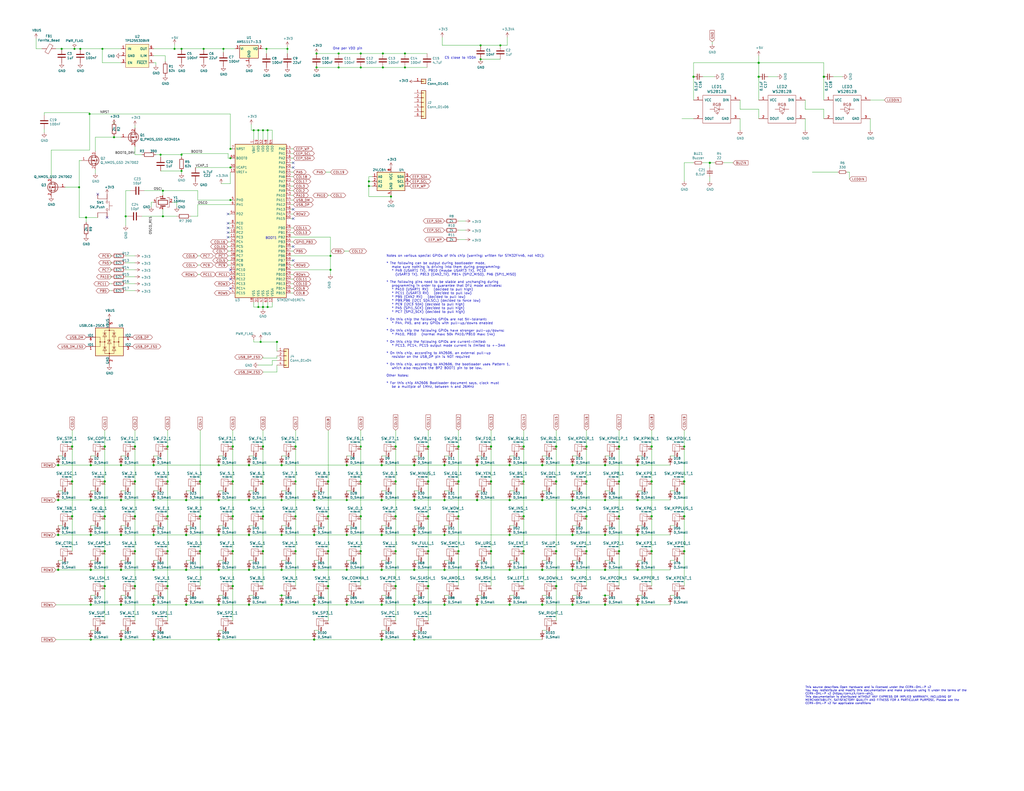
<source format=kicad_sch>
(kicad_sch (version 20221206) (generator eeschema)
  (paper "C")
  (junction (at 378.46 41.91) (diameter 1.016))
  (junction (at 196.85 29.21))
  (junction (at 121.92 26.67))
  (junction (at 213.36 107.315))
  (junction (at 267.97 243.84) (diameter 1.016))
  (junction (at 127 320.04) (diameter 1.016))
  (junction (at 43.18 102.235))
  (junction (at 73.66 281.94) (diameter 1.016))
  (junction (at 66.04 311.15) (diameter 1.016))
  (junction (at 146.05 167.64))
  (junction (at 135.89 330.2) (diameter 1.016))
  (junction (at 189.23 311.15))
  (junction (at 127 262.89) (diameter 1.016))
  (junction (at 373.38 243.84))
  (junction (at 101.6 292.1) (diameter 1.016))
  (junction (at 278.13 292.1) (diameter 1.016))
  (junction (at 184.785 36.83))
  (junction (at 57.15 262.89) (diameter 1.016))
  (junction (at 151.13 186.69))
  (junction (at 180.34 147.32))
  (junction (at 278.13 273.05) (diameter 1.016))
  (junction (at 196.85 36.83))
  (junction (at 278.13 254) (diameter 1.016))
  (junction (at 201.295 101.6))
  (junction (at 57.15 300.99) (diameter 1.016))
  (junction (at 189.23 292.1))
  (junction (at 295.91 311.15) (diameter 1.016))
  (junction (at 66.04 330.2) (diameter 1.016))
  (junction (at 330.2 330.2) (diameter 1.016))
  (junction (at 267.97 300.99) (diameter 1.016))
  (junction (at 184.785 29.21))
  (junction (at 119.38 292.1) (diameter 1.016))
  (junction (at 330.2 254) (diameter 1.016))
  (junction (at 278.13 330.2) (diameter 1.016))
  (junction (at 109.22 262.89) (diameter 1.016))
  (junction (at 142.24 186.69))
  (junction (at 91.44 243.84) (diameter 1.016))
  (junction (at 330.2 273.05))
  (junction (at 208.28 254) (diameter 1.016))
  (junction (at 233.68 300.99) (diameter 1.016))
  (junction (at 91.44 300.99) (diameter 1.016))
  (junction (at 233.68 243.84) (diameter 1.016))
  (junction (at 208.28 273.05) (diameter 1.016))
  (junction (at 260.35 273.05) (diameter 1.016))
  (junction (at 285.75 262.89) (diameter 1.016))
  (junction (at 201.295 99.06))
  (junction (at 189.23 273.05))
  (junction (at 138.43 71.12))
  (junction (at 196.85 243.84))
  (junction (at 46.99 118.745))
  (junction (at 39.37 281.94) (diameter 1.016))
  (junction (at 196.85 262.89) (diameter 1.016))
  (junction (at 347.98 254))
  (junction (at 83.82 273.05) (diameter 1.016))
  (junction (at 83.82 349.25) (diameter 1.016))
  (junction (at 49.53 311.15) (diameter 1.016))
  (junction (at 220.98 36.83))
  (junction (at 208.28 330.2) (diameter 1.016))
  (junction (at 233.68 281.94) (diameter 1.016))
  (junction (at 127 243.84) (diameter 1.016))
  (junction (at 220.98 29.21))
  (junction (at 233.68 320.04) (diameter 1.016))
  (junction (at 226.06 254) (diameter 1.016))
  (junction (at 330.2 292.1))
  (junction (at 33.655 26.67))
  (junction (at 68.58 118.11))
  (junction (at 143.51 71.12))
  (junction (at 99.06 84.455))
  (junction (at 242.57 330.2) (diameter 1.016))
  (junction (at 91.44 262.89) (diameter 1.016))
  (junction (at 143.51 167.64))
  (junction (at 250.19 262.89) (diameter 1.016))
  (junction (at 250.19 243.84) (diameter 1.016))
  (junction (at 40.64 26.67))
  (junction (at 171.45 311.15) (diameter 1.016))
  (junction (at 83.82 254) (diameter 1.016))
  (junction (at 320.04 281.94) (diameter 1.016))
  (junction (at 337.82 300.99) (diameter 1.016))
  (junction (at 172.72 29.21))
  (junction (at 153.67 311.15) (diameter 1.016))
  (junction (at 73.66 262.89) (diameter 1.016))
  (junction (at 73.66 300.99) (diameter 1.016))
  (junction (at 355.6 300.99) (diameter 1.016))
  (junction (at 179.07 262.89) (diameter 1.016))
  (junction (at 62.23 74.93))
  (junction (at 242.57 273.05) (diameter 1.016))
  (junction (at 285.75 300.99) (diameter 1.016))
  (junction (at 31.75 292.1) (diameter 1.016))
  (junction (at 143.51 243.84) (diameter 1.016))
  (junction (at 414.02 34.29) (diameter 1.016))
  (junction (at 153.67 254) (diameter 1.016))
  (junction (at 189.23 254))
  (junction (at 88.9 104.14))
  (junction (at 143.51 281.94) (diameter 1.016))
  (junction (at 215.9 320.04) (diameter 1.016))
  (junction (at 226.06 311.15) (diameter 1.016))
  (junction (at 125.73 91.44))
  (junction (at 83.82 330.2) (diameter 1.016))
  (junction (at 320.04 300.99) (diameter 1.016))
  (junction (at 127 300.99) (diameter 1.016))
  (junction (at 43.815 26.67))
  (junction (at 215.9 300.99) (diameter 1.016))
  (junction (at 140.97 71.12))
  (junction (at 226.06 292.1) (diameter 1.016))
  (junction (at 171.45 349.25) (diameter 1.016))
  (junction (at 262.255 24.765))
  (junction (at 226.06 273.05) (diameter 1.016))
  (junction (at 373.38 300.99) (diameter 1.016))
  (junction (at 320.04 243.84) (diameter 1.016))
  (junction (at 250.19 300.99) (diameter 1.016))
  (junction (at 31.75 311.15) (diameter 1.016))
  (junction (at 49.53 292.1) (diameter 1.016))
  (junction (at 312.42 292.1) (diameter 1.016))
  (junction (at 215.9 281.94) (diameter 1.016))
  (junction (at 153.67 325.12))
  (junction (at 303.53 243.84) (diameter 1.016))
  (junction (at 119.38 254) (diameter 1.016))
  (junction (at 171.45 292.1) (diameter 1.016))
  (junction (at 449.58 41.91) (diameter 1.016))
  (junction (at 215.9 262.89) (diameter 1.016))
  (junction (at 171.45 330.2) (diameter 1.016))
  (junction (at 312.42 330.2) (diameter 1.016))
  (junction (at 180.34 139.7))
  (junction (at 143.51 262.89) (diameter 1.016))
  (junction (at 355.6 243.84) (diameter 1.016))
  (junction (at 312.42 311.15) (diameter 1.016))
  (junction (at 66.04 349.25) (diameter 1.016))
  (junction (at 99.06 26.67))
  (junction (at 414.02 41.91) (diameter 1.016))
  (junction (at 31.75 273.05) (diameter 1.016))
  (junction (at 125.73 81.28))
  (junction (at 161.29 243.84) (diameter 1.016))
  (junction (at 347.98 292.1) (diameter 1.016))
  (junction (at 260.35 330.2) (diameter 1.016))
  (junction (at 303.53 300.99) (diameter 1.016))
  (junction (at 119.38 311.15) (diameter 1.016))
  (junction (at 135.89 311.15) (diameter 1.016))
  (junction (at 242.57 254) (diameter 1.016))
  (junction (at 101.6 273.05) (diameter 1.016))
  (junction (at 242.57 311.15) (diameter 1.016))
  (junction (at 295.91 330.2) (diameter 1.016))
  (junction (at 226.06 349.25) (diameter 1.016))
  (junction (at 91.44 281.94) (diameter 1.016))
  (junction (at 66.04 273.05) (diameter 1.016))
  (junction (at 189.23 330.2))
  (junction (at 99.06 93.345))
  (junction (at 196.85 300.99) (diameter 1.016))
  (junction (at 91.44 320.04) (diameter 1.016))
  (junction (at 119.38 273.05) (diameter 1.016))
  (junction (at 127 281.94) (diameter 1.016))
  (junction (at 153.67 273.05))
  (junction (at 330.2 311.15) (diameter 1.016))
  (junction (at 140.97 167.64))
  (junction (at 39.37 262.89) (diameter 1.016))
  (junction (at 337.82 243.84) (diameter 1.016))
  (junction (at 171.45 273.05) (diameter 1.016))
  (junction (at 49.53 330.2) (diameter 1.016))
  (junction (at 260.35 254) (diameter 1.016))
  (junction (at 135.89 254) (diameter 1.016))
  (junction (at 233.68 262.89) (diameter 1.016))
  (junction (at 196.85 281.94) (diameter 1.016))
  (junction (at 387.35 88.9) (diameter 1.016))
  (junction (at 87.63 84.455))
  (junction (at 312.42 273.05) (diameter 1.016))
  (junction (at 83.82 292.1) (diameter 1.016))
  (junction (at 285.75 281.94) (diameter 1.016))
  (junction (at 48.895 62.23))
  (junction (at 156.845 26.67))
  (junction (at 111.125 26.67))
  (junction (at 179.07 320.04) (diameter 1.016))
  (junction (at 119.38 330.2) (diameter 1.016))
  (junction (at 66.04 292.1) (diameter 1.016))
  (junction (at 153.67 292.1))
  (junction (at 373.38 262.89) (diameter 1.016))
  (junction (at 285.75 243.84) (diameter 1.016))
  (junction (at 303.53 262.89) (diameter 1.016))
  (junction (at 355.6 281.94) (diameter 1.016))
  (junction (at 161.29 300.99) (diameter 1.016))
  (junction (at 135.89 292.1) (diameter 1.016))
  (junction (at 295.91 273.05) (diameter 1.016))
  (junction (at 262.255 32.385))
  (junction (at 57.15 320.04) (diameter 1.016))
  (junction (at 179.07 281.94) (diameter 1.016))
  (junction (at 242.57 292.1))
  (junction (at 95.25 26.67))
  (junction (at 267.97 262.89) (diameter 1.016))
  (junction (at 226.06 330.2) (diameter 1.016))
  (junction (at 39.37 243.84) (diameter 1.016))
  (junction (at 337.82 262.89))
  (junction (at 273.05 24.765))
  (junction (at 109.22 300.99) (diameter 1.016))
  (junction (at 125.73 109.22))
  (junction (at 143.51 300.99) (diameter 1.016))
  (junction (at 73.66 243.84) (diameter 1.016))
  (junction (at 295.91 254) (diameter 1.016))
  (junction (at 73.66 320.04) (diameter 1.016))
  (junction (at 145.415 26.67))
  (junction (at 312.42 254) (diameter 1.016))
  (junction (at 208.28 349.25) (diameter 1.016))
  (junction (at 347.98 311.15) (diameter 1.016))
  (junction (at 146.05 71.12))
  (junction (at 83.82 311.15) (diameter 1.016))
  (junction (at 208.28 292.1) (diameter 1.016))
  (junction (at 101.6 330.2) (diameter 1.016))
  (junction (at 250.19 281.94))
  (junction (at 337.82 281.94))
  (junction (at 135.89 273.05) (diameter 1.016))
  (junction (at 161.29 262.89))
  (junction (at 172.72 36.83))
  (junction (at 125.73 86.36))
  (junction (at 109.22 281.94) (diameter 1.016))
  (junction (at 347.98 273.05) (diameter 1.016))
  (junction (at 320.04 262.89) (diameter 1.016))
  (junction (at 208.915 36.83))
  (junction (at 303.53 320.04) (diameter 1.016))
  (junction (at 260.35 311.15) (diameter 1.016))
  (junction (at 330.2 325.12))
  (junction (at 153.67 330.2) (diameter 1.016))
  (junction (at 347.98 330.2) (diameter 1.016))
  (junction (at 101.6 311.15) (diameter 1.016))
  (junction (at 179.07 300.99) (diameter 1.016))
  (junction (at 49.53 273.05) (diameter 1.016))
  (junction (at 119.38 349.25) (diameter 1.016))
  (junction (at 49.53 349.25) (diameter 1.016))
  (junction (at 57.15 281.94) (diameter 1.016))
  (junction (at 66.04 254) (diameter 1.016))
  (junction (at 49.53 254) (diameter 1.016))
  (junction (at 57.15 243.84) (diameter 1.016))
  (junction (at 278.13 311.15) (diameter 1.016))
  (junction (at 31.75 254) (diameter 1.016))
  (junction (at 208.28 311.15) (diameter 1.016))
  (junction (at 161.29 281.94))
  (junction (at 355.6 262.89) (diameter 1.016))
  (junction (at 55.88 26.67))
  (junction (at 215.9 243.84) (diameter 1.016))
  (junction (at 208.915 29.21))
  (junction (at 373.38 281.94) (diameter 1.016))
  (junction (at 88.9 118.11))
  (no_connect (at 124.46 127))
  (no_connect (at 160.02 142.24))
  (no_connect (at 58.42 118.745))
  (no_connect (at 125.73 147.32))
  (no_connect (at 160.02 91.44))
  (no_connect (at 124.46 121.92))
  (no_connect (at 124.46 124.46))
  (no_connect (at 124.46 129.54))
  (no_connect (at 125.73 152.4))
  (no_connect (at 124.46 116.84))
  (no_connect (at 160.02 134.62))
  (no_connect (at 160.02 119.38))
  (no_connect (at 160.02 114.3))
  (no_connect (at 125.73 157.48))
  (no_connect (at 160.02 88.9))
  (no_connect (at 53.34 106.045))
  (wire (pts (xy 107.95 118.11) (xy 104.14 118.11)))
  (wire (pts (xy 119.38 287.02) (xy 121.92 287.02)))
  (wire (pts (xy 365.76 248.92) (xy 368.3 248.92)))
  (wire (pts (xy 124.46 86.36) (xy 125.73 86.36)))
  (wire (pts (xy 125.73 81.28) (xy 127 81.28)))
  (wire (pts (xy 196.85 234.95) (xy 196.85 243.84)))
  (wire (pts (xy 158.75 109.22) (xy 160.02 109.22)))
  (wire (pts (xy 83.82 311.15) (xy 101.6 311.15)))
  (wire (pts (xy 39.37 243.84) (xy 39.37 234.95)))
  (wire (pts (xy 87.63 93.345) (xy 99.06 93.345)))
  (wire (pts (xy 330.2 254) (xy 347.98 254)))
  (wire (pts (xy 62.23 66.675) (xy 62.23 67.945)))
  (wire (pts (xy 83.82 26.67) (xy 95.25 26.67)))
  (wire (pts (xy 39.37 262.89) (xy 39.37 281.94)))
  (wire (pts (xy 278.13 273.05) (xy 295.91 273.05)))
  (wire (pts (xy 161.29 243.84) (xy 161.29 262.89)))
  (wire (pts (xy 365.76 287.02) (xy 368.3 287.02)))
  (wire (pts (xy 160.02 137.16) (xy 158.75 137.16)))
  (wire (pts (xy 88.9 104.14) (xy 107.95 104.14)))
  (wire (pts (xy 160.02 144.78) (xy 158.75 144.78)))
  (wire (pts (xy 250.19 243.84) (xy 250.19 234.95)))
  (wire (pts (xy 31.75 273.05) (xy 49.53 273.05)))
  (wire (pts (xy 273.05 24.765) (xy 276.86 24.765)))
  (wire (pts (xy 119.38 349.25) (xy 171.45 349.25)))
  (wire (pts (xy 143.51 320.04) (xy 143.51 300.99)))
  (wire (pts (xy 250.19 130.81) (xy 254 130.81)))
  (wire (pts (xy 403.86 59.69) (xy 403.86 54.61)))
  (wire (pts (xy 278.13 248.92) (xy 280.67 248.92)))
  (wire (pts (xy 49.53 330.2) (xy 66.04 330.2)))
  (wire (pts (xy 276.86 24.765) (xy 276.86 20.32)))
  (wire (pts (xy 414.02 59.69) (xy 403.86 59.69)))
  (wire (pts (xy 52.07 92.71) (xy 52.07 94.615)))
  (wire (pts (xy 226.06 306.07) (xy 228.6 306.07)))
  (wire (pts (xy 143.51 26.67) (xy 145.415 26.67)))
  (wire (pts (xy 439.42 64.77) (xy 439.42 71.12)))
  (wire (pts (xy 153.67 248.92) (xy 156.21 248.92)))
  (wire (pts (xy 312.42 311.15) (xy 330.2 311.15)))
  (wire (pts (xy 158.75 132.08) (xy 160.02 132.08)))
  (wire (pts (xy 312.42 330.2) (xy 330.2 330.2)))
  (wire (pts (xy 285.75 300.99) (xy 285.75 281.94)))
  (wire (pts (xy 78.74 104.14) (xy 88.9 104.14)))
  (wire (pts (xy 419.1 41.91) (xy 424.18 41.91)))
  (wire (pts (xy 66.04 311.15) (xy 83.82 311.15)))
  (wire (pts (xy 330.2 311.15) (xy 347.98 311.15)))
  (wire (pts (xy 66.04 287.02) (xy 68.58 287.02)))
  (wire (pts (xy 414.02 41.91) (xy 414.02 54.61)))
  (wire (pts (xy 262.255 32.385) (xy 273.05 32.385)))
  (wire (pts (xy 143.51 167.64) (xy 146.05 167.64)))
  (wire (pts (xy 242.57 287.02) (xy 245.11 287.02)))
  (wire (pts (xy 394.97 88.9) (xy 400.05 88.9)))
  (wire (pts (xy 295.91 306.07) (xy 298.45 306.07)))
  (wire (pts (xy 143.51 243.84) (xy 143.51 234.95)))
  (wire (pts (xy 62.23 74.295) (xy 62.23 74.93)))
  (wire (pts (xy 95.25 26.67) (xy 99.06 26.67)))
  (wire (pts (xy 135.89 248.92) (xy 138.43 248.92)))
  (wire (pts (xy 68.58 151.13) (xy 73.66 151.13)))
  (wire (pts (xy 161.29 281.94) (xy 161.29 300.99)))
  (wire (pts (xy 161.29 243.84) (xy 161.29 234.95)))
  (wire (pts (xy 107.95 139.7) (xy 109.22 139.7)))
  (wire (pts (xy 146.05 71.12) (xy 146.05 76.2)))
  (wire (pts (xy 233.68 262.89) (xy 233.68 281.94)))
  (wire (pts (xy 312.42 273.05) (xy 330.2 273.05)))
  (wire (pts (xy 262.255 24.765) (xy 273.05 24.765)))
  (wire (pts (xy 320.04 262.89) (xy 320.04 243.84)))
  (wire (pts (xy 148.59 196.85) (xy 148.59 199.39)))
  (wire (pts (xy 48.895 81.915) (xy 48.895 62.23)))
  (wire (pts (xy 242.57 273.05) (xy 260.35 273.05)))
  (wire (pts (xy 373.38 281.94) (xy 373.38 300.99)))
  (wire (pts (xy 73.66 300.99) (xy 73.66 281.94)))
  (wire (pts (xy 83.82 349.25) (xy 119.38 349.25)))
  (wire (pts (xy 83.82 273.05) (xy 101.6 273.05)))
  (wire (pts (xy 295.91 248.92) (xy 298.45 248.92)))
  (wire (pts (xy 135.89 292.1) (xy 153.67 292.1)))
  (wire (pts (xy 180.34 147.32) (xy 180.34 139.7)))
  (wire (pts (xy 158.75 147.32) (xy 180.34 147.32)))
  (wire (pts (xy 208.28 349.25) (xy 226.06 349.25)))
  (wire (pts (xy 462.28 93.98) (xy 463.55 93.98)))
  (wire (pts (xy 91.44 281.94) (xy 91.44 300.99)))
  (wire (pts (xy 91.44 300.99) (xy 91.44 320.04)))
  (wire (pts (xy 73.66 68.58) (xy 73.66 69.85)))
  (wire (pts (xy 189.23 311.15) (xy 208.28 311.15)))
  (wire (pts (xy 77.47 118.11) (xy 88.9 118.11)))
  (wire (pts (xy 158.75 96.52) (xy 160.02 96.52)))
  (wire (pts (xy 201.295 101.6) (xy 203.2 101.6)))
  (wire (pts (xy 208.28 267.97) (xy 210.82 267.97)))
  (wire (pts (xy 320.04 281.94) (xy 320.04 262.89)))
  (wire (pts (xy 73.66 84.455) (xy 73.66 80.01)))
  (wire (pts (xy 250.19 120.65) (xy 254 120.65)))
  (wire (pts (xy 68.58 118.11) (xy 68.58 123.19)))
  (wire (pts (xy 119.38 306.07) (xy 121.92 306.07)))
  (wire (pts (xy 46.99 121.285) (xy 46.99 118.745)))
  (wire (pts (xy 208.915 29.21) (xy 196.85 29.21)))
  (wire (pts (xy 328.93 325.12) (xy 330.2 325.12)))
  (wire (pts (xy 161.29 300.99) (xy 161.29 320.04)))
  (wire (pts (xy 119.38 292.1) (xy 135.89 292.1)))
  (wire (pts (xy 153.67 325.12) (xy 156.21 325.12)))
  (wire (pts (xy 330.2 306.07) (xy 332.74 306.07)))
  (wire (pts (xy 347.98 325.12) (xy 350.52 325.12)))
  (wire (pts (xy 158.75 149.86) (xy 160.02 149.86)))
  (wire (pts (xy 101.6 273.05) (xy 119.38 273.05)))
  (wire (pts (xy 365.76 306.07) (xy 368.3 306.07)))
  (wire (pts (xy 158.75 86.36) (xy 160.02 86.36)))
  (wire (pts (xy 59.69 139.7) (xy 60.96 139.7)))
  (wire (pts (xy 449.58 34.29) (xy 449.58 41.91)))
  (wire (pts (xy 43.18 102.235) (xy 43.18 118.745)))
  (wire (pts (xy 347.98 287.02) (xy 350.52 287.02)))
  (wire (pts (xy 156.845 26.67) (xy 156.845 25.4)))
  (wire (pts (xy 278.13 287.02) (xy 280.67 287.02)))
  (wire (pts (xy 88.9 118.11) (xy 96.52 118.11)))
  (wire (pts (xy 66.04 325.12) (xy 68.58 325.12)))
  (wire (pts (xy 179.07 106.68) (xy 180.34 106.68)))
  (wire (pts (xy 365.76 325.12) (xy 368.3 325.12)))
  (wire (pts (xy 330.2 267.97) (xy 332.74 267.97)))
  (wire (pts (xy 143.51 71.12) (xy 143.51 76.2)))
  (wire (pts (xy 278.13 306.07) (xy 280.67 306.07)))
  (wire (pts (xy 171.45 311.15) (xy 189.23 311.15)))
  (wire (pts (xy 68.58 118.11) (xy 69.85 118.11)))
  (wire (pts (xy 201.295 99.06) (xy 201.295 101.6)))
  (wire (pts (xy 107.95 149.86) (xy 109.22 149.86)))
  (wire (pts (xy 387.35 96.52) (xy 387.35 99.06)))
  (wire (pts (xy 124.46 116.84) (xy 125.73 116.84)))
  (wire (pts (xy 68.58 143.51) (xy 73.66 143.51)))
  (wire (pts (xy 125.73 62.23) (xy 125.73 81.28)))
  (wire (pts (xy 454.66 41.91) (xy 459.74 41.91)))
  (wire (pts (xy 213.36 107.315) (xy 213.36 106.68)))
  (wire (pts (xy 347.98 330.2) (xy 365.76 330.2)))
  (wire (pts (xy 233.68 243.84) (xy 233.68 234.95)))
  (wire (pts (xy 99.06 85.725) (xy 99.06 84.455)))
  (wire (pts (xy 73.66 243.84) (xy 73.66 234.95)))
  (wire (pts (xy 48.895 61.595) (xy 48.895 62.23)))
  (wire (pts (xy 83.82 254) (xy 119.38 254)))
  (wire (pts (xy 124.46 129.54) (xy 125.73 129.54)))
  (wire (pts (xy 189.23 248.92) (xy 191.77 248.92)))
  (wire (pts (xy 278.13 325.12) (xy 280.67 325.12)))
  (wire (pts (xy 109.22 300.99) (xy 109.22 281.94)))
  (wire (pts (xy 83.82 292.1) (xy 101.6 292.1)))
  (wire (pts (xy 135.89 306.07) (xy 138.43 306.07)))
  (wire (pts (xy 57.15 243.84) (xy 57.15 234.95)))
  (wire (pts (xy 124.46 144.78) (xy 125.73 144.78)))
  (wire (pts (xy 101.6 267.97) (xy 104.14 267.97)))
  (wire (pts (xy 160.02 116.84) (xy 158.75 116.84)))
  (wire (pts (xy 250.19 262.89) (xy 250.19 243.84)))
  (wire (pts (xy 303.53 243.84) (xy 303.53 262.89)))
  (wire (pts (xy 73.66 320.04) (xy 73.66 300.99)))
  (wire (pts (xy 383.54 88.9) (xy 387.35 88.9)))
  (wire (pts (xy 387.35 88.9) (xy 389.89 88.9)))
  (wire (pts (xy 208.28 287.02) (xy 210.82 287.02)))
  (wire (pts (xy 267.97 300.99) (xy 267.97 320.04)))
  (wire (pts (xy 83.82 34.29) (xy 85.09 34.29)))
  (wire (pts (xy 127 243.84) (xy 127 234.95)))
  (wire (pts (xy 242.57 267.97) (xy 245.11 267.97)))
  (wire (pts (xy 242.57 292.1) (xy 278.13 292.1)))
  (wire (pts (xy 119.38 311.15) (xy 135.89 311.15)))
  (wire (pts (xy 233.68 281.94) (xy 233.68 300.99)))
  (wire (pts (xy 127 262.89) (xy 127 281.94)))
  (wire (pts (xy 31.75 254) (xy 49.53 254)))
  (wire (pts (xy 140.97 71.12) (xy 140.97 76.2)))
  (wire (pts (xy 135.89 287.02) (xy 138.43 287.02)))
  (wire (pts (xy 189.23 267.97) (xy 191.77 267.97)))
  (wire (pts (xy 373.38 262.89) (xy 373.38 281.94)))
  (wire (pts (xy 127 300.99) (xy 127 320.04)))
  (wire (pts (xy 260.35 311.15) (xy 278.13 311.15)))
  (wire (pts (xy 295.91 254) (xy 312.42 254)))
  (wire (pts (xy 184.785 36.83) (xy 172.72 36.83)))
  (wire (pts (xy 119.38 325.12) (xy 121.92 325.12)))
  (wire (pts (xy 99.06 26.67) (xy 111.125 26.67)))
  (wire (pts (xy 387.35 88.9) (xy 387.35 91.44)))
  (wire (pts (xy 158.75 104.14) (xy 160.02 104.14)))
  (wire (pts (xy 153.67 330.2) (xy 171.45 330.2)))
  (wire (pts (xy 49.53 306.07) (xy 52.07 306.07)))
  (wire (pts (xy 337.82 300.99) (xy 337.82 320.04)))
  (wire (pts (xy 295.91 311.15) (xy 312.42 311.15)))
  (wire (pts (xy 88.9 104.14) (xy 88.9 106.68)))
  (wire (pts (xy 196.85 300.99) (xy 196.85 320.04)))
  (wire (pts (xy 189.23 330.2) (xy 208.28 330.2)))
  (wire (pts (xy 208.28 330.2) (xy 226.06 330.2)))
  (wire (pts (xy 107.95 109.22) (xy 107.95 104.14)))
  (wire (pts (xy 226.06 349.25) (xy 295.91 349.25)))
  (wire (pts (xy 260.35 330.2) (xy 278.13 330.2)))
  (wire (pts (xy 143.51 262.89) (xy 143.51 243.84)))
  (wire (pts (xy 143.51 300.99) (xy 143.51 281.94)))
  (wire (pts (xy 189.23 306.07) (xy 191.77 306.07)))
  (wire (pts (xy 208.28 254) (xy 226.06 254)))
  (wire (pts (xy 208.915 36.83) (xy 196.85 36.83)))
  (wire (pts (xy 347.98 248.92) (xy 350.52 248.92)))
  (wire (pts (xy 140.97 165.1) (xy 140.97 167.64)))
  (wire (pts (xy 107.95 111.76) (xy 125.73 111.76)))
  (wire (pts (xy 66.04 267.97) (xy 68.58 267.97)))
  (wire (pts (xy 138.43 167.64) (xy 140.97 167.64)))
  (wire (pts (xy 226.06 254) (xy 242.57 254)))
  (wire (pts (xy 250.19 281.94) (xy 250.19 300.99)))
  (wire (pts (xy 337.82 243.84) (xy 337.82 262.89)))
  (wire (pts (xy 180.34 93.98) (xy 177.8 93.98)))
  (wire (pts (xy 68.58 158.75) (xy 73.66 158.75)))
  (wire (pts (xy 127 320.04) (xy 127 339.09)))
  (wire (pts (xy 153.67 311.15) (xy 171.45 311.15)))
  (wire (pts (xy 189.23 254) (xy 208.28 254)))
  (wire (pts (xy 142.24 185.42) (xy 142.24 186.69)))
  (wire (pts (xy 201.295 96.52) (xy 201.295 99.06)))
  (wire (pts (xy 59.69 147.32) (xy 60.96 147.32)))
  (wire (pts (xy 30.48 330.2) (xy 49.53 330.2)))
  (wire (pts (xy 226.06 267.97) (xy 228.6 267.97)))
  (wire (pts (xy 19.685 26.67) (xy 22.86 26.67)))
  (wire (pts (xy 135.89 311.15) (xy 153.67 311.15)))
  (wire (pts (xy 143.51 165.1) (xy 143.51 167.64)))
  (wire (pts (xy 153.67 306.07) (xy 156.21 306.07)))
  (wire (pts (xy 233.68 300.99) (xy 233.68 320.04)))
  (wire (pts (xy 201.295 101.6) (xy 201.295 107.315)))
  (wire (pts (xy 19.685 20.955) (xy 19.685 26.67)))
  (wire (pts (xy 158.75 154.94) (xy 160.02 154.94)))
  (wire (pts (xy 39.37 243.84) (xy 39.37 262.89)))
  (wire (pts (xy 242.57 306.07) (xy 245.11 306.07)))
  (wire (pts (xy 43.18 118.745) (xy 46.99 118.745)))
  (wire (pts (xy 30.48 254) (xy 31.75 254)))
  (wire (pts (xy 220.98 29.21) (xy 208.915 29.21)))
  (wire (pts (xy 73.66 281.94) (xy 73.66 262.89)))
  (wire (pts (xy 330.2 330.2) (xy 347.98 330.2)))
  (wire (pts (xy 196.85 36.83) (xy 184.785 36.83)))
  (wire (pts (xy 295.91 273.05) (xy 312.42 273.05)))
  (wire (pts (xy 95.25 24.13) (xy 95.25 26.67)))
  (wire (pts (xy 27.94 97.155) (xy 27.94 81.915)))
  (wire (pts (xy 85.09 34.29) (xy 85.09 35.56)))
  (wire (pts (xy 119.38 248.92) (xy 121.92 248.92)))
  (wire (pts (xy 208.28 311.15) (xy 226.06 311.15)))
  (wire (pts (xy 153.67 254) (xy 189.23 254)))
  (wire (pts (xy 31.75 267.97) (xy 34.29 267.97)))
  (wire (pts (xy 124.46 127) (xy 125.73 127)))
  (wire (pts (xy 320.04 320.04) (xy 320.04 300.99)))
  (wire (pts (xy 414.02 34.29) (xy 414.02 30.48)))
  (wire (pts (xy 330.2 325.12) (xy 332.74 325.12)))
  (wire (pts (xy 119.38 273.05) (xy 135.89 273.05)))
  (wire (pts (xy 278.13 254) (xy 295.91 254)))
  (wire (pts (xy 90.17 30.48) (xy 90.17 33.655)))
  (wire (pts (xy 52.07 74.93) (xy 52.07 82.55)))
  (wire (pts (xy 39.37 281.94) (xy 39.37 300.99)))
  (wire (pts (xy 355.6 320.04) (xy 355.6 300.99)))
  (wire (pts (xy 180.34 139.7) (xy 158.75 139.7)))
  (wire (pts (xy 463.55 93.98) (xy 463.55 97.79)))
  (wire (pts (xy 474.98 64.77) (xy 474.98 71.12)))
  (wire (pts (xy 226.06 273.05) (xy 242.57 273.05)))
  (wire (pts (xy 91.44 243.84) (xy 91.44 234.95)))
  (wire (pts (xy 179.07 320.04) (xy 179.07 300.99)))
  (wire (pts (xy 68.58 104.14) (xy 68.58 118.11)))
  (wire (pts (xy 40.64 26.67) (xy 43.815 26.67)))
  (wire (pts (xy 260.35 254) (xy 278.13 254)))
  (wire (pts (xy 226.06 292.1) (xy 242.57 292.1)))
  (wire (pts (xy 378.46 34.29) (xy 378.46 41.91)))
  (wire (pts (xy 59.69 151.13) (xy 60.96 151.13)))
  (wire (pts (xy 99.06 83.82) (xy 99.06 84.455)))
  (wire (pts (xy 106.68 91.44) (xy 125.73 91.44)))
  (wire (pts (xy 59.69 158.75) (xy 60.96 158.75)))
  (wire (pts (xy 303.53 320.04) (xy 303.53 339.09)))
  (wire (pts (xy 109.22 320.04) (xy 109.22 300.99)))
  (wire (pts (xy 101.6 287.02) (xy 104.14 287.02)))
  (wire (pts (xy 180.34 149.86) (xy 180.34 147.32)))
  (wire (pts (xy 83.82 248.92) (xy 86.36 248.92)))
  (wire (pts (xy 213.36 108.585) (xy 213.36 107.315)))
  (wire (pts (xy 124.46 139.7) (xy 125.73 139.7)))
  (wire (pts (xy 120.65 100.33) (xy 125.73 100.33)))
  (wire (pts (xy 158.75 81.28) (xy 160.02 81.28)))
  (wire (pts (xy 43.815 26.67) (xy 55.88 26.67)))
  (wire (pts (xy 49.53 273.05) (xy 66.04 273.05)))
  (wire (pts (xy 320.04 300.99) (xy 320.04 281.94)))
  (wire (pts (xy 57.15 243.84) (xy 57.15 262.89)))
  (wire (pts (xy 233.68 243.84) (xy 233.68 262.89)))
  (wire (pts (xy 109.22 234.95) (xy 109.22 262.89)))
  (wire (pts (xy 215.9 243.84) (xy 215.9 262.89)))
  (wire (pts (xy 145.415 26.67) (xy 156.845 26.67)))
  (wire (pts (xy 151.13 186.69) (xy 151.13 191.77)))
  (wire (pts (xy 278.13 292.1) (xy 312.42 292.1)))
  (wire (pts (xy 320.04 243.84) (xy 320.04 234.95)))
  (wire (pts (xy 158.75 91.44) (xy 160.02 91.44)))
  (wire (pts (xy 180.34 129.54) (xy 180.34 139.7)))
  (wire (pts (xy 196.85 262.89) (xy 196.85 281.94)))
  (wire (pts (xy 49.53 325.12) (xy 52.07 325.12)))
  (wire (pts (xy 449.58 64.77) (xy 449.58 59.69)))
  (wire (pts (xy 184.785 29.21) (xy 172.72 29.21)))
  (wire (pts (xy 125.73 100.33) (xy 125.73 93.98)))
  (wire (pts (xy 156.845 29.21) (xy 156.845 26.67)))
  (wire (pts (xy 208.28 325.12) (xy 210.82 325.12)))
  (wire (pts (xy 62.23 74.93) (xy 66.04 74.93)))
  (wire (pts (xy 388.62 22.86) (xy 388.62 24.13)))
  (wire (pts (xy 153.67 287.02) (xy 156.21 287.02)))
  (wire (pts (xy 135.89 325.12) (xy 138.43 325.12)))
  (wire (pts (xy 226.06 248.92) (xy 228.6 248.92)))
  (wire (pts (xy 66.04 273.05) (xy 83.82 273.05)))
  (wire (pts (xy 171.45 330.2) (xy 189.23 330.2)))
  (wire (pts (xy 215.9 281.94) (xy 215.9 300.99)))
  (wire (pts (xy 66.04 344.17) (xy 68.58 344.17)))
  (wire (pts (xy 101.6 311.15) (xy 119.38 311.15)))
  (wire (pts (xy 153.67 273.05) (xy 171.45 273.05)))
  (wire (pts (xy 27.94 81.915) (xy 48.895 81.915)))
  (wire (pts (xy 312.42 267.97) (xy 314.96 267.97)))
  (wire (pts (xy 49.53 349.25) (xy 66.04 349.25)))
  (wire (pts (xy 295.91 330.2) (xy 312.42 330.2)))
  (wire (pts (xy 330.2 273.05) (xy 347.98 273.05)))
  (wire (pts (xy 55.88 26.67) (xy 66.04 26.67)))
  (wire (pts (xy 161.29 262.89) (xy 161.29 281.94)))
  (wire (pts (xy 355.6 243.84) (xy 355.6 234.95)))
  (wire (pts (xy 303.53 243.84) (xy 303.53 234.95)))
  (wire (pts (xy 43.18 87.63) (xy 44.45 87.63)))
  (wire (pts (xy 59.69 143.51) (xy 60.96 143.51)))
  (wire (pts (xy 242.57 254) (xy 260.35 254)))
  (wire (pts (xy 143.51 195.58) (xy 143.51 194.945)))
  (wire (pts (xy 57.15 262.89) (xy 57.15 281.94)))
  (wire (pts (xy 153.67 292.1) (xy 171.45 292.1)))
  (wire (pts (xy 242.57 311.15) (xy 260.35 311.15)))
  (wire (pts (xy 285.75 281.94) (xy 285.75 262.89)))
  (wire (pts (xy 337.82 262.89) (xy 337.82 281.94)))
  (wire (pts (xy 250.19 125.73) (xy 254 125.73)))
  (wire (pts (xy 135.89 273.05) (xy 153.67 273.05)))
  (wire (pts (xy 260.35 325.12) (xy 262.89 325.12)))
  (wire (pts (xy 137.16 67.945) (xy 137.16 71.12)))
  (wire (pts (xy 158.75 157.48) (xy 160.02 157.48)))
  (wire (pts (xy 285.75 243.84) (xy 285.75 234.95)))
  (wire (pts (xy 111.125 26.67) (xy 121.92 26.67)))
  (wire (pts (xy 49.53 267.97) (xy 52.07 267.97)))
  (wire (pts (xy 137.16 71.12) (xy 138.43 71.12)))
  (wire (pts (xy 30.48 273.05) (xy 31.75 273.05)))
  (wire (pts (xy 43.18 87.63) (xy 43.18 102.235)))
  (wire (pts (xy 135.89 330.2) (xy 153.67 330.2)))
  (wire (pts (xy 449.58 59.69) (xy 439.42 59.69)))
  (wire (pts (xy 83.82 110.49) (xy 82.55 110.49)))
  (wire (pts (xy 119.38 267.97) (xy 121.92 267.97)))
  (wire (pts (xy 171.45 325.12) (xy 173.99 325.12)))
  (wire (pts (xy 151.13 203.2) (xy 143.51 203.2)))
  (wire (pts (xy 49.53 344.17) (xy 52.07 344.17)))
  (wire (pts (xy 208.28 248.92) (xy 210.82 248.92)))
  (wire (pts (xy 83.82 330.2) (xy 101.6 330.2)))
  (wire (pts (xy 66.04 254) (xy 83.82 254)))
  (wire (pts (xy 347.98 292.1) (xy 365.76 292.1)))
  (wire (pts (xy 439.42 59.69) (xy 439.42 54.61)))
  (wire (pts (xy 107.95 109.22) (xy 125.73 109.22)))
  (wire (pts (xy 153.67 267.97) (xy 156.21 267.97)))
  (wire (pts (xy 158.75 101.6) (xy 160.02 101.6)))
  (wire (pts (xy 226.06 287.02) (xy 228.6 287.02)))
  (wire (pts (xy 125.73 86.36) (xy 126.365 86.36)))
  (wire (pts (xy 260.35 267.97) (xy 262.89 267.97)))
  (wire (pts (xy 91.44 262.89) (xy 91.44 281.94)))
  (wire (pts (xy 151.13 195.58) (xy 143.51 195.58)))
  (wire (pts (xy 35.56 102.235) (xy 43.18 102.235)))
  (wire (pts (xy 99.06 94.615) (xy 99.06 93.345)))
  (wire (pts (xy 140.97 167.64) (xy 143.51 167.64)))
  (wire (pts (xy 73.66 262.89) (xy 73.66 243.84)))
  (wire (pts (xy 119.38 254) (xy 135.89 254)))
  (wire (pts (xy 66.04 330.2) (xy 83.82 330.2)))
  (wire (pts (xy 330.2 248.92) (xy 332.74 248.92)))
  (wire (pts (xy 151.13 199.39) (xy 151.13 203.2)))
  (wire (pts (xy 121.92 26.67) (xy 128.27 26.67)))
  (wire (pts (xy 96.52 110.49) (xy 96.52 113.03)))
  (wire (pts (xy 33.655 26.67) (xy 40.64 26.67)))
  (wire (pts (xy 260.35 273.05) (xy 278.13 273.05)))
  (wire (pts (xy 208.28 344.17) (xy 210.82 344.17)))
  (wire (pts (xy 101.6 325.12) (xy 104.14 325.12)))
  (wire (pts (xy 295.91 325.12) (xy 298.45 325.12)))
  (wire (pts (xy 449.58 41.91) (xy 449.58 54.61)))
  (wire (pts (xy 378.46 64.77) (xy 372.11 64.77)))
  (wire (pts (xy 143.51 168.91) (xy 143.51 167.64)))
  (wire (pts (xy 179.07 281.94) (xy 179.07 262.89)))
  (wire (pts (xy 66.04 306.07) (xy 68.58 306.07)))
  (wire (pts (xy 201.295 107.315) (xy 213.36 107.315)))
  (wire (pts (xy 215.9 300.99) (xy 215.9 320.04)))
  (wire (pts (xy 57.15 281.94) (xy 57.15 300.99)))
  (wire (pts (xy 143.51 71.12) (xy 146.05 71.12)))
  (wire (pts (xy 373.38 243.84) (xy 373.38 262.89)))
  (wire (pts (xy 414.02 34.29) (xy 414.02 41.91)))
  (wire (pts (xy 337.82 243.84) (xy 337.82 234.95)))
  (wire (pts (xy 215.9 262.89) (xy 215.9 281.94)))
  (wire (pts (xy 278.13 330.2) (xy 295.91 330.2)))
  (wire (pts (xy 189.23 325.12) (xy 191.77 325.12)))
  (wire (pts (xy 87.63 85.725) (xy 87.63 84.455)))
  (wire (pts (xy 160.02 142.24) (xy 158.75 142.24)))
  (wire (pts (xy 124.46 83.82) (xy 124.46 86.36)))
  (wire (pts (xy 158.75 99.06) (xy 160.02 99.06)))
  (wire (pts (xy 31.75 292.1) (xy 49.53 292.1)))
  (wire (pts (xy 30.48 311.15) (xy 31.75 311.15)))
  (wire (pts (xy 203.2 96.52) (xy 201.295 96.52)))
  (wire (pts (xy 127 281.94) (xy 127 300.99)))
  (wire (pts (xy 158.75 106.68) (xy 160.02 106.68)))
  (wire (pts (xy 31.75 306.07) (xy 34.29 306.07)))
  (wire (pts (xy 83.82 325.12) (xy 86.36 325.12)))
  (wire (pts (xy 66.04 292.1) (xy 83.82 292.1)))
  (wire (pts (xy 158.75 83.82) (xy 160.02 83.82)))
  (wire (pts (xy 312.42 287.02) (xy 314.96 287.02)))
  (wire (pts (xy 83.82 306.07) (xy 86.36 306.07)))
  (wire (pts (xy 355.6 262.89) (xy 355.6 243.84)))
  (wire (pts (xy 158.75 160.02) (xy 160.02 160.02)))
  (wire (pts (xy 482.6 54.61) (xy 474.98 54.61)))
  (wire (pts (xy 77.47 84.455) (xy 73.66 84.455)))
  (wire (pts (xy 208.28 292.1) (xy 226.06 292.1)))
  (wire (pts (xy 124.46 121.92) (xy 125.73 121.92)))
  (wire (pts (xy 158.75 88.9) (xy 160.02 88.9)))
  (wire (pts (xy 49.53 287.02) (xy 52.07 287.02)))
  (wire (pts (xy 151.13 196.85) (xy 148.59 196.85)))
  (wire (pts (xy 226.06 344.17) (xy 228.6 344.17)))
  (wire (pts (xy 158.75 93.98) (xy 160.02 93.98)))
  (wire (pts (xy 31.75 248.92) (xy 34.29 248.92)))
  (wire (pts (xy 171.45 344.17) (xy 173.99 344.17)))
  (wire (pts (xy 179.07 339.09) (xy 179.07 320.04)))
  (wire (pts (xy 250.19 262.89) (xy 250.19 281.94)))
  (wire (pts (xy 146.05 71.12) (xy 148.59 71.12)))
  (wire (pts (xy 187.96 137.16) (xy 190.5 137.16)))
  (wire (pts (xy 201.295 99.06) (xy 203.2 99.06)))
  (wire (pts (xy 312.42 292.1) (xy 330.2 292.1)))
  (wire (pts (xy 179.07 234.95) (xy 179.07 262.89)))
  (wire (pts (xy 196.85 29.21) (xy 184.785 29.21)))
  (wire (pts (xy 99.06 83.82) (xy 124.46 83.82)))
  (wire (pts (xy 196.85 281.94) (xy 196.85 300.99)))
  (wire (pts (xy 135.89 267.97) (xy 138.43 267.97)))
  (wire (pts (xy 138.43 185.42) (xy 138.43 186.69)))
  (wire (pts (xy 414.02 64.77) (xy 414.02 59.69)))
  (wire (pts (xy 148.59 199.39) (xy 140.97 199.39)))
  (wire (pts (xy 140.97 71.12) (xy 143.51 71.12)))
  (wire (pts (xy 347.98 311.15) (xy 365.76 311.15)))
  (wire (pts (xy 260.35 248.92) (xy 262.89 248.92)))
  (wire (pts (xy 312.42 325.12) (xy 314.96 325.12)))
  (wire (pts (xy 158.75 124.46) (xy 160.02 124.46)))
  (wire (pts (xy 233.045 29.21) (xy 220.98 29.21)))
  (wire (pts (xy 260.35 306.07) (xy 262.89 306.07)))
  (wire (pts (xy 171.45 287.02) (xy 173.99 287.02)))
  (wire (pts (xy 49.53 311.15) (xy 66.04 311.15)))
  (wire (pts (xy 250.19 320.04) (xy 250.19 300.99)))
  (wire (pts (xy 127 243.84) (xy 127 262.89)))
  (wire (pts (xy 49.53 292.1) (xy 66.04 292.1)))
  (wire (pts (xy 373.38 300.99) (xy 373.38 320.04)))
  (wire (pts (xy 347.98 254) (xy 365.76 254)))
  (wire (pts (xy 215.9 320.04) (xy 215.9 339.09)))
  (wire (pts (xy 146.05 165.1) (xy 146.05 167.64)))
  (wire (pts (xy 295.91 344.17) (xy 298.45 344.17)))
  (wire (pts (xy 189.23 273.05) (xy 208.28 273.05)))
  (wire (pts (xy 24.13 61.595) (xy 24.13 62.865)))
  (wire (pts (xy 208.28 273.05) (xy 226.06 273.05)))
  (wire (pts (xy 124.46 134.62) (xy 125.73 134.62)))
  (wire (pts (xy 107.95 111.76) (xy 107.95 118.11)))
  (wire (pts (xy 285.75 262.89) (xy 285.75 243.84)))
  (wire (pts (xy 171.45 306.07) (xy 173.99 306.07)))
  (wire (pts (xy 373.38 88.9) (xy 373.38 99.06)))
  (wire (pts (xy 142.24 186.69) (xy 138.43 186.69)))
  (wire (pts (xy 55.88 34.29) (xy 66.04 34.29)))
  (wire (pts (xy 241.3 24.765) (xy 262.255 24.765)))
  (wire (pts (xy 124.46 124.46) (xy 125.73 124.46)))
  (wire (pts (xy 303.53 262.89) (xy 303.53 300.99)))
  (wire (pts (xy 24.13 61.595) (xy 48.895 61.595)))
  (wire (pts (xy 242.57 325.12) (xy 245.11 325.12)))
  (wire (pts (xy 158.75 129.54) (xy 180.34 129.54)))
  (wire (pts (xy 135.89 254) (xy 153.67 254)))
  (wire (pts (xy 215.9 243.84) (xy 215.9 234.95)))
  (wire (pts (xy 196.85 243.84) (xy 196.85 262.89)))
  (wire (pts (xy 49.53 248.92) (xy 52.07 248.92)))
  (wire (pts (xy 85.09 84.455) (xy 87.63 84.455)))
  (wire (pts (xy 160.02 114.3) (xy 158.75 114.3)))
  (wire (pts (xy 278.13 311.15) (xy 295.91 311.15)))
  (wire (pts (xy 330.2 292.1) (xy 347.98 292.1)))
  (wire (pts (xy 242.57 330.2) (xy 260.35 330.2)))
  (wire (pts (xy 158.75 134.62) (xy 160.02 134.62)))
  (wire (pts (xy 365.76 267.97) (xy 368.3 267.97)))
  (wire (pts (xy 145.415 29.21) (xy 145.415 26.67)))
  (wire (pts (xy 233.68 320.04) (xy 233.68 339.09)))
  (wire (pts (xy 347.98 306.07) (xy 350.52 306.07)))
  (wire (pts (xy 414.02 34.29) (xy 378.46 34.29)))
  (wire (pts (xy 31.75 311.15) (xy 49.53 311.15)))
  (wire (pts (xy 241.3 24.765) (xy 241.3 20.32)))
  (wire (pts (xy 66.04 349.25) (xy 83.82 349.25)))
  (wire (pts (xy 337.82 281.94) (xy 337.82 300.99)))
  (wire (pts (xy 66.04 248.92) (xy 68.58 248.92)))
  (wire (pts (xy 125.73 91.44) (xy 126.365 91.44)))
  (wire (pts (xy 242.57 248.92) (xy 245.11 248.92)))
  (wire (pts (xy 158.75 127) (xy 160.02 127)))
  (wire (pts (xy 55.88 26.67) (xy 55.88 34.29)))
  (wire (pts (xy 30.48 292.1) (xy 31.75 292.1)))
  (wire (pts (xy 121.92 28.575) (xy 121.92 26.67)))
  (wire (pts (xy 151.13 194.31) (xy 151.13 195.58)))
  (wire (pts (xy 189.23 292.1) (xy 208.28 292.1)))
  (wire (pts (xy 119.38 330.2) (xy 135.89 330.2)))
  (wire (pts (xy 124.46 132.08) (xy 125.73 132.08)))
  (wire (pts (xy 101.6 306.07) (xy 104.14 306.07)))
  (wire (pts (xy 267.97 243.84) (xy 267.97 234.95)))
  (wire (pts (xy 226.06 330.2) (xy 242.57 330.2)))
  (wire (pts (xy 57.15 320.04) (xy 57.15 339.09)))
  (wire (pts (xy 88.9 114.3) (xy 88.9 118.11)))
  (wire (pts (xy 71.12 104.14) (xy 68.58 104.14)))
  (wire (pts (xy 148.59 165.1) (xy 148.59 167.64)))
  (wire (pts (xy 82.55 110.49) (xy 82.55 113.03)))
  (wire (pts (xy 30.48 349.25) (xy 49.53 349.25)))
  (wire (pts (xy 226.06 311.15) (xy 242.57 311.15)))
  (wire (pts (xy 83.82 344.17) (xy 86.36 344.17)))
  (wire (pts (xy 93.98 110.49) (xy 96.52 110.49)))
  (wire (pts (xy 109.22 281.94) (xy 109.22 262.89)))
  (wire (pts (xy 91.44 243.84) (xy 91.44 262.89)))
  (wire (pts (xy 124.46 137.16) (xy 125.73 137.16)))
  (wire (pts (xy 142.24 186.69) (xy 151.13 186.69)))
  (wire (pts (xy 48.895 62.23) (xy 125.73 62.23)))
  (wire (pts (xy 267.97 262.89) (xy 267.97 300.99)))
  (wire (pts (xy 87.63 84.455) (xy 99.06 84.455)))
  (wire (pts (xy 295.91 267.97) (xy 298.45 267.97)))
  (wire (pts (xy 68.58 147.32) (xy 73.66 147.32)))
  (wire (pts (xy 158.75 152.4) (xy 160.02 152.4)))
  (wire (pts (xy 171.45 273.05) (xy 189.23 273.05)))
  (wire (pts (xy 312.42 248.92) (xy 314.96 248.92)))
  (wire (pts (xy 138.43 165.1) (xy 138.43 167.64)))
  (wire (pts (xy 68.58 154.94) (xy 73.66 154.94)))
  (wire (pts (xy 91.44 320.04) (xy 91.44 339.09)))
  (wire (pts (xy 330.2 287.02) (xy 332.74 287.02)))
  (wire (pts (xy 171.45 267.97) (xy 173.99 267.97)))
  (wire (pts (xy 107.95 144.78) (xy 109.22 144.78)))
  (wire (pts (xy 220.98 36.83) (xy 208.915 36.83)))
  (wire (pts (xy 59.69 154.94) (xy 60.96 154.94)))
  (wire (pts (xy 73.66 339.09) (xy 73.66 320.04)))
  (wire (pts (xy 160.02 111.76) (xy 158.75 111.76)))
  (wire (pts (xy 53.34 118.745) (xy 46.99 118.745)))
  (wire (pts (xy 57.15 300.99) (xy 57.15 320.04)))
  (wire (pts (xy 83.82 267.97) (xy 86.36 267.97)))
  (wire (pts (xy 148.59 71.12) (xy 148.59 76.2)))
  (wire (pts (xy 179.07 300.99) (xy 179.07 281.94)))
  (wire (pts (xy 62.23 74.93) (xy 52.07 74.93)))
  (wire (pts (xy 208.28 306.07) (xy 210.82 306.07)))
  (wire (pts (xy 171.45 349.25) (xy 208.28 349.25)))
  (wire (pts (xy 101.6 292.1) (xy 119.38 292.1)))
  (wire (pts (xy 83.82 287.02) (xy 86.36 287.02)))
  (wire (pts (xy 171.45 292.1) (xy 189.23 292.1)))
  (wire (pts (xy 373.38 88.9) (xy 378.46 88.9)))
  (wire (pts (xy 119.38 344.17) (xy 121.92 344.17)))
  (wire (pts (xy 31.75 287.02) (xy 34.29 287.02)))
  (wire (pts (xy 414.02 34.29) (xy 449.58 34.29)))
  (wire (pts (xy 278.13 267.97) (xy 280.67 267.97)))
  (wire (pts (xy 30.48 26.67) (xy 33.655 26.67)))
  (wire (pts (xy 267.97 243.84) (xy 267.97 262.89)))
  (wire (pts (xy 68.58 139.7) (xy 73.66 139.7)))
  (wire (pts (xy 403.86 64.77) (xy 403.86 71.12)))
  (wire (pts (xy 125.73 109.22) (xy 127 109.22)))
  (wire (pts (xy 160.02 119.38) (xy 158.75 119.38)))
  (wire (pts (xy 355.6 281.94) (xy 355.6 262.89)))
  (wire (pts (xy 355.6 300.99) (xy 355.6 281.94)))
  (wire (pts (xy 312.42 306.07) (xy 314.96 306.07)))
  (wire (pts (xy 443.23 93.98) (xy 457.2 93.98)))
  (wire (pts (xy 24.13 72.39) (xy 24.13 70.485)))
  (wire (pts (xy 101.6 330.2) (xy 119.38 330.2)))
  (wire (pts (xy 124.46 142.24) (xy 125.73 142.24)))
  (wire (pts (xy 143.51 281.94) (xy 143.51 262.89)))
  (wire (pts (xy 189.23 287.02) (xy 191.77 287.02)))
  (wire (pts (xy 138.43 71.12) (xy 140.97 71.12)))
  (wire (pts (xy 383.54 41.91) (xy 389.89 41.91)))
  (wire (pts (xy 378.46 41.91) (xy 378.46 54.61)))
  (wire (pts (xy 138.43 71.12) (xy 138.43 76.2)))
  (wire (pts (xy 312.42 254) (xy 330.2 254)))
  (wire (pts (xy 152.4 325.12) (xy 153.67 325.12)))
  (wire (pts (xy 146.05 167.64) (xy 148.59 167.64)))
  (wire (pts (xy 285.75 320.04) (xy 285.75 300.99)))
  (wire (pts (xy 83.82 30.48) (xy 90.17 30.48)))
  (wire (pts (xy 233.045 36.83) (xy 220.98 36.83)))
  (wire (pts (xy 226.06 325.12) (xy 228.6 325.12)))
  (wire (pts (xy 347.98 273.05) (xy 365.76 273.05)))
  (wire (pts (xy 151.13 186.69) (xy 151.765 186.69)))
  (wire (pts (xy 303.53 300.99) (xy 303.53 320.04)))
  (wire (pts (xy 347.98 267.97) (xy 350.52 267.97)))
  (wire (pts (xy 49.53 254) (xy 66.04 254)))
  (wire (pts (xy 373.38 234.95) (xy 373.38 243.84)))
  (text "One per VDD pin" (at 181.61 27.305 0) (effects (font (size 1.27 1.27)) (justify left bottom)))
  (text "This source describes Open Hardware and is licensed under the CERN-OHL-P v2\nYou may redistribute and modify this documentation and make products using it under the terms of the\nCERN-OHL-P v2 (https:/cern.ch/cern-ohl).\nThis documentation is distributed WITHOUT ANY EXPRESS OR IMPLIED WARRANTY, INCLUDING OF\nMERCHANTABILITY, SATISFACTORY QUALITY AND FITNESS FOR A PARTICULAR PURPOSE. Please see the\nCERN-OHL-P v2 for applicable conditions" (at 439.42 384.81 0) (effects (font (size 1.0922 1.0922)) (justify left bottom)))
  (text "Notes on various special GPIOs of this chip (warning: written for STM32F446, not 401):\n\n* The following can be output during bootloader mode,\n   make sure nothing is driving into them during programming:\n   * PA9 (USART1 TX), PB10 (maybe USART3 TX), PC10\n     (USART3 TX), PB13 (CAN2_TX), PB14 (SPI2_MISO), PA6 (SPI1_MISO)\n\n* The following pins need to be stable and unchanging during\n   programming in order to guarantee that DFU mode activates:\n   * PA10 (USART1 RX)   (decided to pull high)\n   * PC11 (USART3 RX)   (decided to pull low)\n   * PB5 (CAN2 RX)   (decided to pull low)\n   * PB9,PB6 (I2C1 SDA,SCL) (decided to force low)\n   * PC9 (I2C3 SDA) (decided to pull high)\n   * PA5 (SPI1_SCK) (decided to pull high)\n   * PC7 (SPI2_SCK) (decided to pull high)\n\n* On this chip the following GPIOs are not 5V-tolerant:\n   * PA4, PA5, and any GPIOs with pull-up/downs enabled\n\n* On this chip the following GPIOs have stronger pull-up/downs:\n   * PA10, PB10   (normal max: 50k PA10/PB10 max: 14k)\n\n* On this chip the following GPIOs are current-limited:\n   * PC13, PC14, PC15 output mode current is limited to +-3mA\n\n* On this chip, according to AN2606, an external pull-up\n   resistor on the USB_DP pin is NOT required\n\n* On this chip, according to AN2606, the bootloader uses Pattern 1,\n   which also requires the BP2 BOOT1 pin to be low.\n\nOther Notes:\n\n* For this chip AN2606 Bootloader document says, clock must\n   be a multiple of 1MHz, between 4 and 26MHz\n" (at 210.82 212.09 0) (effects (font (size 1.27 1.27)) (justify left bottom)))
  (text "C5 close to VDDA" (at 242.57 32.385 0) (effects (font (size 1.27 1.27)) (justify left bottom)))
  (text "BOOT1" (at 144.78 130.81 0) (effects (font (size 1.27 1.27)) (justify left bottom)))
  (label "BOOT0" (at 104.14 83.82 0))
  (label "OSCO_RES" (at 83.185 118.11 270))
  (label "OSCO" (at 107.95 111.76 0))
  (label "BOOT0_DRV" (at 73.66 84.455 180))
  (label "NRST" (at 54.61 62.23 0))
  (label "VCAP_1" (at 106.68 91.44 0))
  (label "OSCI" (at 83.82 104.14 0))
  (global_label "ROW2" (shape bidirectional) (at 160.02 116.84 0) (property "Intersheetrefs" "${INTERSHEET_REFS}" (effects hide)))
  (global_label "USB_DP_ESD" (shape bidirectional) (at 143.51 194.945 180) (property "Intersheetrefs" "${INTERSHEET_REFS}" (effects hide)))
  (global_label "PA10" (shape bidirectional) (at 60.96 151.13 180) (property "Intersheetrefs" "${INTERSHEET_REFS}" (effects hide)))
  (global_label "ROW5" (shape bidirectional) (at 125.73 160.02 180) (property "Intersheetrefs" "${INTERSHEET_REFS}" (effects hide)))
  (global_label "EEP_SCL" (shape bidirectional) (at 160.02 83.82 0) (property "Intersheetrefs" "${INTERSHEET_REFS}" (effects hide)))
  (global_label "COL15" (shape input) (at 303.53 234.95 90) (property "Intersheetrefs" "${INTERSHEET_REFS}" (effects hide)))
  (global_label "PA5" (shape bidirectional) (at 160.02 93.98 0) (property "Intersheetrefs" "${INTERSHEET_REFS}" (effects hide)))
  (global_label "USB_DM" (shape bidirectional) (at 46.99 184.15 180) (property "Intersheetrefs" "${INTERSHEET_REFS}" (effects hide)))
  (global_label "PC9" (shape bidirectional) (at 124.46 144.78 180) (property "Intersheetrefs" "${INTERSHEET_REFS}" (effects hide)))
  (global_label "COL17" (shape input) (at 337.82 234.95 90) (property "Intersheetrefs" "${INTERSHEET_REFS}" (effects hide)))
  (global_label "COL12" (shape input) (at 250.19 234.95 90) (property "Intersheetrefs" "${INTERSHEET_REFS}" (effects hide)))
  (global_label "EEP_SDA" (shape bidirectional) (at 223.52 96.52 0) (property "Intersheetrefs" "${INTERSHEET_REFS}" (effects hide)))
  (global_label "COL3" (shape bidirectional) (at 160.02 101.6 0) (property "Intersheetrefs" "${INTERSHEET_REFS}" (effects hide)))
  (global_label "LEDDIN" (shape input) (at 463.55 97.79 0) (property "Intersheetrefs" "${INTERSHEET_REFS}" (effects hide)))
  (global_label "PC7" (shape bidirectional) (at 60.96 147.32 180) (property "Intersheetrefs" "${INTERSHEET_REFS}" (effects hide)))
  (global_label "COL5" (shape bidirectional) (at 124.46 142.24 180) (property "Intersheetrefs" "${INTERSHEET_REFS}" (effects hide)))
  (global_label "USB_DP" (shape bidirectional) (at 160.02 111.76 0) (property "Intersheetrefs" "${INTERSHEET_REFS}" (effects hide)))
  (global_label "COL11" (shape bidirectional) (at 160.02 152.4 0) (property "Intersheetrefs" "${INTERSHEET_REFS}" (effects hide)))
  (global_label "PB5" (shape bidirectional) (at 59.69 158.75 180) (property "Intersheetrefs" "${INTERSHEET_REFS}" (effects hide)))
  (global_label "COL1" (shape bidirectional) (at 180.34 106.68 0) (property "Intersheetrefs" "${INTERSHEET_REFS}" (effects hide)))
  (global_label "EEP_WP" (shape bidirectional) (at 160.02 81.28 0) (property "Intersheetrefs" "${INTERSHEET_REFS}" (effects hide)))
  (global_label "COL3" (shape input) (at 91.44 234.95 90) (property "Intersheetrefs" "${INTERSHEET_REFS}" (effects hide)))
  (global_label "COL9" (shape bidirectional) (at 160.02 157.48 0) (property "Intersheetrefs" "${INTERSHEET_REFS}" (effects hide)))
  (global_label "PC11" (shape bidirectional) (at 109.22 149.86 0) (property "Intersheetrefs" "${INTERSHEET_REFS}" (effects hide)))
  (global_label "ROW3" (shape input) (at 30.48 311.15 180) (property "Intersheetrefs" "${INTERSHEET_REFS}" (effects hide)))
  (global_label "PA5" (shape bidirectional) (at 60.96 143.51 180) (property "Intersheetrefs" "${INTERSHEET_REFS}" (effects hide)))
  (global_label "COL4" (shape bidirectional) (at 107.95 144.78 180) (property "Intersheetrefs" "${INTERSHEET_REFS}" (effects hide)))
  (global_label "COL16" (shape bidirectional) (at 124.46 132.08 180) (property "Intersheetrefs" "${INTERSHEET_REFS}" (effects hide)))
  (global_label "PC7" (shape bidirectional) (at 109.22 139.7 0) (property "Intersheetrefs" "${INTERSHEET_REFS}" (effects hide)))
  (global_label "PB5" (shape bidirectional) (at 160.02 137.16 0) (property "Intersheetrefs" "${INTERSHEET_REFS}" (effects hide)))
  (global_label "COL5" (shape input) (at 127 234.95 90) (property "Intersheetrefs" "${INTERSHEET_REFS}" (effects hide)))
  (global_label "COL7" (shape bidirectional) (at 124.46 137.16 180) (property "Intersheetrefs" "${INTERSHEET_REFS}" (effects hide)))
  (global_label "USB_DM_ESD" (shape bidirectional) (at 143.51 203.2 180) (property "Intersheetrefs" "${INTERSHEET_REFS}" (effects hide)))
  (global_label "ROW2" (shape input) (at 30.48 292.1 180) (property "Intersheetrefs" "${INTERSHEET_REFS}" (effects hide)))
  (global_label "PB5" (shape bidirectional) (at 187.96 137.16 180) (property "Intersheetrefs" "${INTERSHEET_REFS}" (effects hide)))
  (global_label "COL6" (shape input) (at 143.51 234.95 90) (property "Intersheetrefs" "${INTERSHEET_REFS}" (effects hide)))
  (global_label "PA5" (shape bidirectional) (at 177.8 93.98 180) (property "Intersheetrefs" "${INTERSHEET_REFS}" (effects hide)))
  (global_label "ROW4" (shape bidirectional) (at 160.02 149.86 0) (property "Intersheetrefs" "${INTERSHEET_REFS}" (effects hide)))
  (global_label "EEP_SCL" (shape bidirectional) (at 242.57 125.73 180) (property "Intersheetrefs" "${INTERSHEET_REFS}" (effects hide)))
  (global_label "COL2" (shape input) (at 73.66 234.95 90) (property "Intersheetrefs" "${INTERSHEET_REFS}" (effects hide)))
  (global_label "USB_DM" (shape bidirectional) (at 160.02 109.22 0) (property "Intersheetrefs" "${INTERSHEET_REFS}" (effects hide)))
  (global_label "COL0" (shape input) (at 39.37 234.95 90) (property "Intersheetrefs" "${INTERSHEET_REFS}" (effects hide)))
  (global_label "EEP_WP" (shape bidirectional) (at 242.57 130.81 180) (property "Intersheetrefs" "${INTERSHEET_REFS}" (effects hide)))
  (global_label "LEDDIN" (shape input) (at 482.6 54.61 0) (property "Intersheetrefs" "${INTERSHEET_REFS}" (effects hide)))
  (global_label "COL9" (shape input) (at 196.85 234.95 90) (property "Intersheetrefs" "${INTERSHEET_REFS}" (effects hide)))
  (global_label "USB_DP_ESD" (shape bidirectional) (at 72.39 189.23 0) (property "Intersheetrefs" "${INTERSHEET_REFS}" (effects hide)))
  (global_label "COL1" (shape input) (at 57.15 234.95 90) (property "Intersheetrefs" "${INTERSHEET_REFS}" (effects hide)))
  (global_label "COL18" (shape input) (at 355.6 234.95 90) (property "Intersheetrefs" "${INTERSHEET_REFS}" (effects hide)))
  (global_label "PA10" (shape bidirectional) (at 179.07 106.68 180) (property "Intersheetrefs" "${INTERSHEET_REFS}" (effects hide)))
  (global_label "GND" (shape input) (at 388.62 22.86 90) (property "Intersheetrefs" "${INTERSHEET_REFS}" (effects hide)))
  (global_label "COL8" (shape bidirectional) (at 160.02 160.02 0) (property "Intersheetrefs" "${INTERSHEET_REFS}" (effects hide)))
  (global_label "COL12" (shape bidirectional) (at 190.5 137.16 0) (property "Intersheetrefs" "${INTERSHEET_REFS}" (effects hide)))
  (global_label "GPIO_PB3" (shape bidirectional) (at 160.02 132.08 0) (property "Intersheetrefs" "${INTERSHEET_REFS}" (effects hide)))
  (global_label "COL13" (shape input) (at 267.97 234.95 90) (property "Intersheetrefs" "${INTERSHEET_REFS}" (effects hide)))
  (global_label "USB_DP" (shape bidirectional) (at 72.39 184.15 0) (property "Intersheetrefs" "${INTERSHEET_REFS}" (effects hide)))
  (global_label "USB_DM_ESD" (shape bidirectional) (at 46.99 189.23 180) (property "Intersheetrefs" "${INTERSHEET_REFS}" (effects hide)))
  (global_label "COL17" (shape bidirectional) (at 160.02 99.06 0) (property "Intersheetrefs" "${INTERSHEET_REFS}" (effects hide)))
  (global_label "COL6" (shape bidirectional) (at 107.95 139.7 180) (property "Intersheetrefs" "${INTERSHEET_REFS}" (effects hide)))
  (global_label "PA10" (shape bidirectional) (at 160.02 106.68 0) (property "Intersheetrefs" "${INTERSHEET_REFS}" (effects hide)))
  (global_label "COL15" (shape bidirectional) (at 124.46 134.62 180) (property "Intersheetrefs" "${INTERSHEET_REFS}" (effects hide)))
  (global_label "COL10" (shape bidirectional) (at 160.02 154.94 0) (property "Intersheetrefs" "${INTERSHEET_REFS}" (effects hide)))
  (global_label "COL14" (shape input) (at 285.75 234.95 90) (property "Intersheetrefs" "${INTERSHEET_REFS}" (effects hide)))
  (global_label "ROW0" (shape input) (at 30.48 254 180) (property "Intersheetrefs" "${INTERSHEET_REFS}" (effects hide)))
  (global_label "PC7" (shape bidirectional) (at 124.46 139.7 180) (property "Intersheetrefs" "${INTERSHEET_REFS}" (effects hide)))
  (global_label "ROW4" (shape input) (at 30.48 330.2 180) (property "Intersheetrefs" "${INTERSHEET_REFS}" (effects hide)))
  (global_label "PC11" (shape bidirectional) (at 125.73 149.86 180) (property "Intersheetrefs" "${INTERSHEET_REFS}" (effects hide)))
  (global_label "BUZIN" (shape input) (at 400.05 88.9 0) (property "Intersheetrefs" "${INTERSHEET_REFS}" (effects hide)))
  (global_label "PC9" (shape bidirectional) (at 109.22 144.78 0) (property "Intersheetrefs" "${INTERSHEET_REFS}" (effects hide)))
  (global_label "PC11" (shape bidirectional) (at 59.69 154.94 180) (property "Intersheetrefs" "${INTERSHEET_REFS}" (effects hide)))
  (global_label "COL10" (shape input) (at 215.9 234.95 90) (property "Intersheetrefs" "${INTERSHEET_REFS}" (effects hide)))
  (global_label "COL16" (shape input) (at 320.04 234.95 90) (property "Intersheetrefs" "${INTERSHEET_REFS}" (effects hide)))
  (global_label "COL2" (shape bidirectional) (at 160.02 104.14 0) (property "Intersheetrefs" "${INTERSHEET_REFS}" (effects hide)))
  (global_label "COL14" (shape bidirectional) (at 160.02 124.46 0) (property "Intersheetrefs" "${INTERSHEET_REFS}" (effects hide)))
  (global_label "COL8" (shape input) (at 179.07 234.95 90) (property "Intersheetrefs" "${INTERSHEET_REFS}" (effects hide)))
  (global_label "COL13" (shape bidirectional) (at 160.02 127 0) (property "Intersheetrefs" "${INTERSHEET_REFS}" (effects hide)))
  (global_label "EEP_SCL" (shape bidirectional) (at 223.52 99.06 0) (property "Intersheetrefs" "${INTERSHEET_REFS}" (effects hide)))
  (global_label "ROW0" (shape bidirectional) (at 160.02 144.78 0) (property "Intersheetrefs" "${INTERSHEET_REFS}" (effects hide)))
  (global_label "ROW1" (shape bidirectional) (at 107.95 149.86 180) (property "Intersheetrefs" "${INTERSHEET_REFS}" (effects hide)))
  (global_label "ROW1" (shape input) (at 30.48 273.05 180) (property "Intersheetrefs" "${INTERSHEET_REFS}" (effects hide)))
  (global_label "EEP_SDA" (shape bidirectional) (at 242.57 120.65 180) (property "Intersheetrefs" "${INTERSHEET_REFS}" (effects hide)))
  (global_label "COL11" (shape input) (at 233.68 234.95 90) (property "Intersheetrefs" "${INTERSHEET_REFS}" (effects hide)))
  (global_label "PC9" (shape bidirectional) (at 60.96 139.7 180) (property "Intersheetrefs" "${INTERSHEET_REFS}" (effects hide)))
  (global_label "COL7" (shape input) (at 161.29 234.95 90) (property "Intersheetrefs" "${INTERSHEET_REFS}" (effects hide)))
  (global_label "EEP_WP" (shape bidirectional) (at 223.52 101.6 0) (property "Intersheetrefs" "${INTERSHEET_REFS}" (effects hide)))
  (global_label "COL4" (shape input) (at 109.22 234.95 90) (property "Intersheetrefs" "${INTERSHEET_REFS}" (effects hide)))
  (global_label "ROW3" (shape bidirectional) (at 125.73 154.94 180) (property "Intersheetrefs" "${INTERSHEET_REFS}" (effects hide)))
  (global_label "EEP_SDA" (shape bidirectional) (at 160.02 86.36 0) (property "Intersheetrefs" "${INTERSHEET_REFS}" (effects hide)))
  (global_label "COL18" (shape bidirectional) (at 160.02 96.52 0) (property "Intersheetrefs" "${INTERSHEET_REFS}" (effects hide)))
  (global_label "COL19" (shape input) (at 373.38 234.95 90) (property "Intersheetrefs" "${INTERSHEET_REFS}" (effects hide)))
  (global_label "ROW5" (shape input) (at 30.48 349.25 180) (property "Intersheetrefs" "${INTERSHEET_REFS}" (effects hide)))
  (global_label "COL19" (shape bidirectional) (at 180.34 93.98 0) (property "Intersheetrefs" "${INTERSHEET_REFS}" (effects hide)))
  (symbol (lib_id "ws2812b:WS2812B") (at 391.16 59.69 0) (unit 1)
    (property "Reference" "LED1" (at 391.16 47.3202 0) (effects (font (size 1.524 1.524))))
    (property "Value" "WS2812B" (at 391.16 50.0126 0) (effects (font (size 1.524 1.524))))
    (property "Footprint" "WS2812B:WS2812BDual" (effects hide))
  )
  (symbol (lib_id "MX_Alps_Hybrid:mx-alps-nec") (at 35.56 245.11 0) (unit 1)
    (property "Reference" "SW_STP_1" (at 36.3982 239.4458 0) (effects (font (size 1.524 1.524))))
    (property "Value" "mx-alps-nec" (at 36.3982 241.3254 0) (effects (font (size 0.508 0.508))))
    (property "Footprint" "MX_NEC:mx-nec-alps" (effects hide))
  )
  (symbol (lib_id "Device:D_Small") (at 31.75 251.46 90) (unit 1)
    (property "Reference" "D1" (at 33.528 250.2916 90) (effects (justify right)))
    (property "Value" "D_Small" (at 33.528 252.603 90) (effects (justify right)))
    (property "Footprint" "Diode_SMD:D_SOD-123" (effects hide))
  )
  (symbol (lib_id "MX_Alps_Hybrid:mx-alps-nec") (at 53.34 245.11 0) (unit 1)
    (property "Reference" "SW_COPY_1" (at 54.1782 239.4458 0) (effects (font (size 1.524 1.524))))
    (property "Value" "mx-alps-nec" (at 54.1782 241.3254 0) (effects (font (size 0.508 0.508))))
    (property "Footprint" "MX_NEC:mx-nec-alps" (effects hide))
  )
  (symbol (lib_id "Device:D_Small") (at 49.53 251.46 90) (unit 1)
    (property "Reference" "D2" (at 51.308 250.2916 90) (effects (justify right)))
    (property "Value" "D_Small" (at 51.308 252.603 90) (effects (justify right)))
    (property "Footprint" "Diode_SMD:D_SOD-123" (effects hide))
  )
  (symbol (lib_id "MX_Alps_Hybrid:mx-alps-nec") (at 69.85 245.11 0) (unit 1)
    (property "Reference" "SW_F1_1" (at 70.6882 239.4458 0) (effects (font (size 1.524 1.524))))
    (property "Value" "mx-alps-nec" (at 70.6882 241.3254 0) (effects (font (size 0.508 0.508))))
    (property "Footprint" "MX_NEC:mx-nec-alps" (effects hide))
  )
  (symbol (lib_id "Device:D_Small") (at 66.04 251.46 90) (unit 1)
    (property "Reference" "D3" (at 67.818 250.2916 90) (effects (justify right)))
    (property "Value" "D_Small" (at 67.818 252.603 90) (effects (justify right)))
    (property "Footprint" "Diode_SMD:D_SOD-123" (effects hide))
  )
  (symbol (lib_id "MX_Alps_Hybrid:mx-alps-nec") (at 87.63 245.11 0) (unit 1)
    (property "Reference" "SW_F2_1" (at 88.4682 239.4458 0) (effects (font (size 1.524 1.524))))
    (property "Value" "mx-alps-nec" (at 88.4682 241.3254 0) (effects (font (size 0.508 0.508))))
    (property "Footprint" "MX_NEC:mx-nec-alps" (effects hide))
  )
  (symbol (lib_id "Device:D_Small") (at 83.82 251.46 90) (unit 1)
    (property "Reference" "D4" (at 85.598 250.2916 90) (effects (justify right)))
    (property "Value" "D_Small" (at 85.598 252.603 90) (effects (justify right)))
    (property "Footprint" "Diode_SMD:D_SOD-123" (effects hide))
  )
  (symbol (lib_id "MX_Alps_Hybrid:mx-alps-nec") (at 123.19 245.11 0) (unit 1)
    (property "Reference" "SW_F3_1" (at 124.0282 239.4458 0) (effects (font (size 1.524 1.524))))
    (property "Value" "mx-alps-nec" (at 124.0282 241.3254 0) (effects (font (size 0.508 0.508))))
    (property "Footprint" "MX_NEC:mx-nec-alps" (effects hide))
  )
  (symbol (lib_id "Device:D_Small") (at 119.38 251.46 90) (unit 1)
    (property "Reference" "D5" (at 121.158 250.2916 90) (effects (justify right)))
    (property "Value" "D_Small" (at 121.158 252.603 90) (effects (justify right)))
    (property "Footprint" "Diode_SMD:D_SOD-123" (effects hide))
  )
  (symbol (lib_id "MX_Alps_Hybrid:mx-alps-nec") (at 139.7 245.11 0) (unit 1)
    (property "Reference" "SW_F4_1" (at 140.5382 239.4458 0) (effects (font (size 1.524 1.524))))
    (property "Value" "mx-alps-nec" (at 140.5382 241.3254 0) (effects (font (size 0.508 0.508))))
    (property "Footprint" "MX_NEC:mx-nec-alps" (effects hide))
  )
  (symbol (lib_id "Device:D_Small") (at 135.89 251.46 90) (unit 1)
    (property "Reference" "D6" (at 137.668 250.2916 90) (effects (justify right)))
    (property "Value" "D_Small" (at 137.668 252.603 90) (effects (justify right)))
    (property "Footprint" "Diode_SMD:D_SOD-123" (effects hide))
  )
  (symbol (lib_id "MX_Alps_Hybrid:mx-alps-nec") (at 157.48 245.11 0) (unit 1)
    (property "Reference" "SW_F5_1" (at 158.3182 239.4458 0) (effects (font (size 1.524 1.524))))
    (property "Value" "mx-alps-nec" (at 158.3182 241.3254 0) (effects (font (size 0.508 0.508))))
    (property "Footprint" "MX_NEC:mx-nec-alps" (effects hide))
  )
  (symbol (lib_id "Device:D_Small") (at 153.67 251.46 90) (unit 1)
    (property "Reference" "D7" (at 155.448 250.2916 90) (effects (justify right)))
    (property "Value" "D_Small" (at 155.448 252.603 90) (effects (justify right)))
    (property "Footprint" "Diode_SMD:D_SOD-123" (effects hide))
  )
  (symbol (lib_id "Device:R_Small") (at 459.74 93.98 270) (unit 1)
    (property "Reference" "R6" (at 459.74 89.0016 90))
    (property "Value" "330" (at 459.74 91.313 90))
    (property "Footprint" "Resistor_SMD:R_0805_2012Metric" (effects hide))
    (property "Sim.Device" "SPICE" (effects hide))
    (property "Sim.Params" "type=\"\" model=\"330\" lib=\"\"" (effects hide))
    (property "Sim.Pins" "1=1 2=2" (effects hide))
  )
  (symbol (lib_id "Device:C_Small") (at 381 41.91 270) (unit 1)
    (property "Reference" "C16" (at 382.1684 44.2468 0) (effects (justify left)))
    (property "Value" "0.1uF" (at 379.857 44.2468 0) (effects (justify left)))
    (property "Footprint" "Capacitor_SMD:C_0805_2012Metric" (effects hide))
    (property "Sim.Device" "SPICE" (effects hide))
    (property "Sim.Params" "type=\"\" model=\"0.1u\" lib=\"\"" (effects hide))
    (property "Sim.Pins" "1=1 2=2" (effects hide))
  )
  (symbol (lib_id "Device:D_Small") (at 189.23 270.51 90) (unit 1)
    (property "Reference" "D28" (at 191.008 269.3416 90) (effects (justify right)))
    (property "Value" "D_Small" (at 191.008 271.653 90) (effects (justify right)))
    (property "Footprint" "Diode_SMD:D_SOD-123" (effects hide))
  )
  (symbol (lib_id "MX_Alps_Hybrid:mx-alps-nec") (at 193.04 264.16 0) (unit 1)
    (property "Reference" "SW_9_1" (at 193.8782 258.4958 0) (effects (font (size 1.524 1.524))))
    (property "Value" "mx-alps-nec" (at 193.8782 260.3754 0) (effects (font (size 0.508 0.508))))
    (property "Footprint" "MX_NEC:mx-nec-alps" (effects hide))
  )
  (symbol (lib_id "Device:D_Small") (at 171.45 270.51 90) (unit 1)
    (property "Reference" "D27" (at 173.228 269.3416 90) (effects (justify right)))
    (property "Value" "D_Small" (at 173.228 271.653 90) (effects (justify right)))
    (property "Footprint" "Diode_SMD:D_SOD-123" (effects hide))
  )
  (symbol (lib_id "MX_Alps_Hybrid:mx-alps-nec") (at 175.26 264.16 0) (unit 1)
    (property "Reference" "SW_8_1" (at 176.0982 258.4958 0) (effects (font (size 1.524 1.524))))
    (property "Value" "mx-alps-nec" (at 176.0982 260.3754 0) (effects (font (size 0.508 0.508))))
    (property "Footprint" "MX_NEC:mx-nec-alps" (effects hide))
  )
  (symbol (lib_id "Device:D_Small") (at 135.89 270.51 90) (unit 1)
    (property "Reference" "D25" (at 137.668 269.3416 90) (effects (justify right)))
    (property "Value" "D_Small" (at 137.668 271.653 90) (effects (justify right)))
    (property "Footprint" "Diode_SMD:D_SOD-123" (effects hide))
  )
  (symbol (lib_id "MX_Alps_Hybrid:mx-alps-nec") (at 139.7 264.16 0) (unit 1)
    (property "Reference" "SW_6_1" (at 140.5382 258.4958 0) (effects (font (size 1.524 1.524))))
    (property "Value" "mx-alps-nec" (at 140.5382 260.3754 0) (effects (font (size 0.508 0.508))))
    (property "Footprint" "MX_NEC:mx-nec-alps" (effects hide))
  )
  (symbol (lib_id "Device:D_Small") (at 119.38 270.51 90) (unit 1)
    (property "Reference" "D24" (at 121.158 269.3416 90) (effects (justify right)))
    (property "Value" "D_Small" (at 121.158 271.653 90) (effects (justify right)))
    (property "Footprint" "Diode_SMD:D_SOD-123" (effects hide))
  )
  (symbol (lib_id "MX_Alps_Hybrid:mx-alps-nec") (at 123.19 264.16 0) (unit 1)
    (property "Reference" "SW_5_1" (at 124.0282 258.4958 0) (effects (font (size 1.524 1.524))))
    (property "Value" "mx-alps-nec" (at 124.0282 260.3754 0) (effects (font (size 0.508 0.508))))
    (property "Footprint" "MX_NEC:mx-nec-alps" (effects hide))
  )
  (symbol (lib_id "Device:D_Small") (at 101.6 270.51 90) (unit 1)
    (property "Reference" "D23" (at 103.378 269.3416 90) (effects (justify right)))
    (property "Value" "D_Small" (at 103.378 271.653 90) (effects (justify right)))
    (property "Footprint" "Diode_SMD:D_SOD-123" (effects hide))
  )
  (symbol (lib_id "MX_Alps_Hybrid:mx-alps-nec") (at 105.41 264.16 0) (unit 1)
    (property "Reference" "SW_4_1" (at 106.2482 258.4958 0) (effects (font (size 1.524 1.524))))
    (property "Value" "mx-alps-nec" (at 106.2482 260.3754 0) (effects (font (size 0.508 0.508))))
    (property "Footprint" "MX_NEC:mx-nec-alps" (effects hide))
  )
  (symbol (lib_id "Device:D_Small") (at 66.04 270.51 90) (unit 1)
    (property "Reference" "D21" (at 67.818 269.3416 90) (effects (justify right)))
    (property "Value" "D_Small" (at 67.818 271.653 90) (effects (justify right)))
    (property "Footprint" "Diode_SMD:D_SOD-123" (effects hide))
  )
  (symbol (lib_id "MX_Alps_Hybrid:mx-alps-nec") (at 69.85 264.16 0) (unit 1)
    (property "Reference" "SW_2_1" (at 70.6882 258.4958 0) (effects (font (size 1.524 1.524))))
    (property "Value" "mx-alps-nec" (at 70.6882 260.3754 0) (effects (font (size 0.508 0.508))))
    (property "Footprint" "MX_NEC:mx-nec-alps" (effects hide))
  )
  (symbol (lib_id "Device:D_Small") (at 49.53 270.51 90) (unit 1)
    (property "Reference" "D20" (at 51.308 269.3416 90) (effects (justify right)))
    (property "Value" "D_Small" (at 51.308 271.653 90) (effects (justify right)))
    (property "Footprint" "Diode_SMD:D_SOD-123" (effects hide))
  )
  (symbol (lib_id "MX_Alps_Hybrid:mx-alps-nec") (at 53.34 264.16 0) (unit 1)
    (property "Reference" "SW_1_1" (at 54.1782 258.4958 0) (effects (font (size 1.524 1.524))))
    (property "Value" "mx-alps-nec" (at 54.1782 260.3754 0) (effects (font (size 0.508 0.508))))
    (property "Footprint" "MX_NEC:mx-nec-alps" (effects hide))
  )
  (symbol (lib_id "Device:D_Small") (at 31.75 270.51 90) (unit 1)
    (property "Reference" "D19" (at 33.528 269.3416 90) (effects (justify right)))
    (property "Value" "D_Small" (at 33.528 271.653 90) (effects (justify right)))
    (property "Footprint" "Diode_SMD:D_SOD-123" (effects hide))
  )
  (symbol (lib_id "MX_Alps_Hybrid:mx-alps-nec") (at 35.56 264.16 0) (unit 1)
    (property "Reference" "SW_ESC_1" (at 36.3982 258.4958 0) (effects (font (size 1.524 1.524))))
    (property "Value" "mx-alps-nec" (at 36.3982 260.3754 0) (effects (font (size 0.508 0.508))))
    (property "Footprint" "MX_NEC:mx-nec-alps" (effects hide))
  )
  (symbol (lib_id "MX_Alps_Hybrid:mx-alps-nec") (at 87.63 264.16 0) (unit 1)
    (property "Reference" "SW_3_1" (at 88.4682 258.4958 0) (effects (font (size 1.524 1.524))))
    (property "Value" "mx-alps-nec" (at 88.4682 260.3754 0) (effects (font (size 0.508 0.508))))
    (property "Footprint" "MX_NEC:mx-nec-alps" (effects hide))
  )
  (symbol (lib_id "Device:D_Small") (at 83.82 270.51 90) (unit 1)
    (property "Reference" "D22" (at 85.598 269.3416 90) (effects (justify right)))
    (property "Value" "D_Small" (at 85.598 271.653 90) (effects (justify right)))
    (property "Footprint" "Diode_SMD:D_SOD-123" (effects hide))
  )
  (symbol (lib_id "Device:D_Small") (at 189.23 289.56 90) (unit 1)
    (property "Reference" "D48" (at 191.008 288.3916 90) (effects (justify right)))
    (property "Value" "D_Small" (at 191.008 290.703 90) (effects (justify right)))
    (property "Footprint" "Diode_SMD:D_SOD-123" (effects hide))
  )
  (symbol (lib_id "MX_Alps_Hybrid:mx-alps-nec") (at 193.04 283.21 0) (unit 1)
    (property "Reference" "SW_O_1" (at 193.8782 277.5458 0) (effects (font (size 1.524 1.524))))
    (property "Value" "mx-alps-nec" (at 193.8782 279.4254 0) (effects (font (size 0.508 0.508))))
    (property "Footprint" "MX_NEC:mx-nec-alps" (effects hide))
  )
  (symbol (lib_id "Device:D_Small") (at 171.45 289.56 90) (unit 1)
    (property "Reference" "D47" (at 173.228 288.3916 90) (effects (justify right)))
    (property "Value" "D_Small" (at 173.228 290.703 90) (effects (justify right)))
    (property "Footprint" "Diode_SMD:D_SOD-123" (effects hide))
  )
  (symbol (lib_id "MX_Alps_Hybrid:mx-alps-nec") (at 175.26 283.21 0) (unit 1)
    (property "Reference" "SW_I_1" (at 176.0982 277.5458 0) (effects (font (size 1.524 1.524))))
    (property "Value" "mx-alps-nec" (at 176.0982 279.4254 0) (effects (font (size 0.508 0.508))))
    (property "Footprint" "MX_NEC:mx-nec-alps" (effects hide))
  )
  (symbol (lib_id "Device:D_Small") (at 135.89 289.56 90) (unit 1)
    (property "Reference" "D45" (at 137.668 288.3916 90) (effects (justify right)))
    (property "Value" "D_Small" (at 137.668 290.703 90) (effects (justify right)))
    (property "Footprint" "Diode_SMD:D_SOD-123" (effects hide))
  )
  (symbol (lib_id "MX_Alps_Hybrid:mx-alps-nec") (at 139.7 283.21 0) (unit 1)
    (property "Reference" "SW_Y_1" (at 140.5382 277.5458 0) (effects (font (size 1.524 1.524))))
    (property "Value" "mx-alps-nec" (at 140.5382 279.4254 0) (effects (font (size 0.508 0.508))))
    (property "Footprint" "MX_NEC:mx-nec-alps" (effects hide))
  )
  (symbol (lib_id "Device:D_Small") (at 119.38 289.56 90) (unit 1)
    (property "Reference" "D44" (at 121.158 288.3916 90) (effects (justify right)))
    (property "Value" "D_Small" (at 121.158 290.703 90) (effects (justify right)))
    (property "Footprint" "Diode_SMD:D_SOD-123" (effects hide))
  )
  (symbol (lib_id "MX_Alps_Hybrid:mx-alps-nec") (at 123.19 283.21 0) (unit 1)
    (property "Reference" "SW_T_1" (at 124.0282 277.5458 0) (effects (font (size 1.524 1.524))))
    (property "Value" "mx-alps-nec" (at 124.0282 279.4254 0) (effects (font (size 0.508 0.508))))
    (property "Footprint" "MX_NEC:mx-nec-alps" (effects hide))
  )
  (symbol (lib_id "Device:D_Small") (at 101.6 289.56 90) (unit 1)
    (property "Reference" "D43" (at 103.378 288.3916 90) (effects (justify right)))
    (property "Value" "D_Small" (at 103.378 290.703 90) (effects (justify right)))
    (property "Footprint" "Diode_SMD:D_SOD-123" (effects hide))
  )
  (symbol (lib_id "MX_Alps_Hybrid:mx-alps-nec") (at 105.41 283.21 0) (unit 1)
    (property "Reference" "SW_R_1" (at 106.2482 277.5458 0) (effects (font (size 1.524 1.524))))
    (property "Value" "mx-alps-nec" (at 106.2482 279.4254 0) (effects (font (size 0.508 0.508))))
    (property "Footprint" "MX_NEC:mx-nec-alps" (effects hide))
  )
  (symbol (lib_id "Device:D_Small") (at 66.04 289.56 90) (unit 1)
    (property "Reference" "D41" (at 67.818 288.3916 90) (effects (justify right)))
    (property "Value" "D_Small" (at 67.818 290.703 90) (effects (justify right)))
    (property "Footprint" "Diode_SMD:D_SOD-123" (effects hide))
  )
  (symbol (lib_id "MX_Alps_Hybrid:mx-alps-nec") (at 69.85 283.21 0) (unit 1)
    (property "Reference" "SW_W_1" (at 70.6882 277.5458 0) (effects (font (size 1.524 1.524))))
    (property "Value" "mx-alps-nec" (at 70.6882 279.4254 0) (effects (font (size 0.508 0.508))))
    (property "Footprint" "MX_NEC:mx-nec-alps" (effects hide))
  )
  (symbol (lib_id "Device:D_Small") (at 49.53 289.56 90) (unit 1)
    (property "Reference" "D40" (at 51.308 288.3916 90) (effects (justify right)))
    (property "Value" "D_Small" (at 51.308 290.703 90) (effects (justify right)))
    (property "Footprint" "Diode_SMD:D_SOD-123" (effects hide))
  )
  (symbol (lib_id "MX_Alps_Hybrid:mx-alps-nec") (at 53.34 283.21 0) (unit 1)
    (property "Reference" "SW_Q_1" (at 54.1782 277.5458 0) (effects (font (size 1.524 1.524))))
    (property "Value" "mx-alps-nec" (at 54.1782 279.4254 0) (effects (font (size 0.508 0.508))))
    (property "Footprint" "MX_NEC:mx-nec-alps" (effects hide))
  )
  (symbol (lib_id "Device:D_Small") (at 31.75 289.56 90) (unit 1)
    (property "Reference" "D39" (at 33.528 288.3916 90) (effects (justify right)))
    (property "Value" "D_Small" (at 33.528 290.703 90) (effects (justify right)))
    (property "Footprint" "Diode_SMD:D_SOD-123" (effects hide))
  )
  (symbol (lib_id "MX_Alps_Hybrid:mx-alps-nec") (at 35.56 283.21 0) (unit 1)
    (property "Reference" "SW_TAB_1" (at 36.3982 277.5458 0) (effects (font (size 1.524 1.524))))
    (property "Value" "mx-alps-nec" (at 36.3982 279.4254 0) (effects (font (size 0.508 0.508))))
    (property "Footprint" "MX_NEC:mx-nec-alps" (effects hide))
  )
  (symbol (lib_id "MX_Alps_Hybrid:mx-alps-nec") (at 87.63 283.21 0) (unit 1)
    (property "Reference" "SW_E_1" (at 88.4682 277.5458 0) (effects (font (size 1.524 1.524))))
    (property "Value" "mx-alps-nec" (at 88.4682 279.4254 0) (effects (font (size 0.508 0.508))))
    (property "Footprint" "MX_NEC:mx-nec-alps" (effects hide))
  )
  (symbol (lib_id "Device:D_Small") (at 83.82 289.56 90) (unit 1)
    (property "Reference" "D42" (at 85.598 288.3916 90) (effects (justify right)))
    (property "Value" "D_Small" (at 85.598 290.703 90) (effects (justify right)))
    (property "Footprint" "Diode_SMD:D_SOD-123" (effects hide))
  )
  (symbol (lib_id "Device:D_Small") (at 189.23 308.61 90) (unit 1)
    (property "Reference" "D66" (at 191.008 307.4416 90) (effects (justify right)))
    (property "Value" "D_Small" (at 191.008 309.753 90) (effects (justify right)))
    (property "Footprint" "Diode_SMD:D_SOD-123" (effects hide))
  )
  (symbol (lib_id "MX_Alps_Hybrid:mx-alps-nec") (at 193.04 302.26 0) (unit 1)
    (property "Reference" "SW_K_1" (at 193.8782 296.5958 0) (effects (font (size 1.524 1.524))))
    (property "Value" "mx-alps-nec" (at 193.8782 298.4754 0) (effects (font (size 0.508 0.508))))
    (property "Footprint" "MX_NEC:mx-nec-alps" (effects hide))
  )
  (symbol (lib_id "Device:D_Small") (at 171.45 308.61 90) (unit 1)
    (property "Reference" "D65" (at 173.228 307.4416 90) (effects (justify right)))
    (property "Value" "D_Small" (at 173.228 309.753 90) (effects (justify right)))
    (property "Footprint" "Diode_SMD:D_SOD-123" (effects hide))
  )
  (symbol (lib_id "MX_Alps_Hybrid:mx-alps-nec") (at 175.26 302.26 0) (unit 1)
    (property "Reference" "SW_J_1" (at 176.0982 296.5958 0) (effects (font (size 1.524 1.524))))
    (property "Value" "mx-alps-nec" (at 176.0982 298.4754 0) (effects (font (size 0.508 0.508))))
    (property "Footprint" "MX_NEC:mx-nec-alps" (effects hide))
  )
  (symbol (lib_id "Device:D_Small") (at 153.67 308.61 90) (unit 1)
    (property "Reference" "D64" (at 155.448 307.4416 90) (effects (justify right)))
    (property "Value" "D_Small" (at 155.448 309.753 90) (effects (justify right)))
    (property "Footprint" "Diode_SMD:D_SOD-123" (effects hide))
  )
  (symbol (lib_id "MX_Alps_Hybrid:mx-alps-nec") (at 157.48 302.26 0) (unit 1)
    (property "Reference" "SW_H_1" (at 158.3182 296.5958 0) (effects (font (size 1.524 1.524))))
    (property "Value" "mx-alps-nec" (at 158.3182 298.4754 0) (effects (font (size 0.508 0.508))))
    (property "Footprint" "MX_NEC:mx-nec-alps" (effects hide))
  )
  (symbol (lib_id "Device:D_Small") (at 135.89 308.61 90) (unit 1)
    (property "Reference" "D63" (at 137.668 307.4416 90) (effects (justify right)))
    (property "Value" "D_Small" (at 137.668 309.753 90) (effects (justify right)))
    (property "Footprint" "Diode_SMD:D_SOD-123" (effects hide))
  )
  (symbol (lib_id "MX_Alps_Hybrid:mx-alps-nec") (at 139.7 302.26 0) (unit 1)
    (property "Reference" "SW_G_1" (at 140.5382 296.5958 0) (effects (font (size 1.524 1.524))))
    (property "Value" "mx-alps-nec" (at 140.5382 298.4754 0) (effects (font (size 0.508 0.508))))
    (property "Footprint" "MX_NEC:mx-nec-alps" (effects hide))
  )
  (symbol (lib_id "Device:D_Small") (at 119.38 308.61 90) (unit 1)
    (property "Reference" "D62" (at 121.158 307.4416 90) (effects (justify right)))
    (property "Value" "D_Small" (at 121.158 309.753 90) (effects (justify right)))
    (property "Footprint" "Diode_SMD:D_SOD-123" (effects hide))
  )
  (symbol (lib_id "MX_Alps_Hybrid:mx-alps-nec") (at 123.19 302.26 0) (unit 1)
    (property "Reference" "SW_F_1" (at 124.0282 296.5958 0) (effects (font (size 1.524 1.524))))
    (property "Value" "mx-alps-nec" (at 124.0282 298.4754 0) (effects (font (size 0.508 0.508))))
    (property "Footprint" "MX_NEC:mx-nec-alps" (effects hide))
  )
  (symbol (lib_id "Device:D_Small") (at 101.6 308.61 90) (unit 1)
    (property "Reference" "D61" (at 103.378 307.4416 90) (effects (justify right)))
    (property "Value" "D_Small" (at 103.378 309.753 90) (effects (justify right)))
    (property "Footprint" "Diode_SMD:D_SOD-123" (effects hide))
  )
  (symbol (lib_id "MX_Alps_Hybrid:mx-alps-nec") (at 105.41 302.26 0) (unit 1)
    (property "Reference" "SW_D_1" (at 106.2482 296.5958 0) (effects (font (size 1.524 1.524))))
    (property "Value" "mx-alps-nec" (at 106.2482 298.4754 0) (effects (font (size 0.508 0.508))))
    (property "Footprint" "MX_NEC:mx-nec-alps" (effects hide))
  )
  (symbol (lib_id "Device:D_Small") (at 66.04 308.61 90) (unit 1)
    (property "Reference" "D59" (at 67.818 307.4416 90) (effects (justify right)))
    (property "Value" "D_Small" (at 67.818 309.753 90) (effects (justify right)))
    (property "Footprint" "Diode_SMD:D_SOD-123" (effects hide))
  )
  (symbol (lib_id "MX_Alps_Hybrid:mx-alps-nec") (at 69.85 302.26 0) (unit 1)
    (property "Reference" "SW_A_1" (at 70.6882 296.5958 0) (effects (font (size 1.524 1.524))))
    (property "Value" "mx-alps-nec" (at 70.6882 298.4754 0) (effects (font (size 0.508 0.508))))
    (property "Footprint" "MX_NEC:mx-nec-alps" (effects hide))
  )
  (symbol (lib_id "Device:D_Small") (at 49.53 308.61 90) (unit 1)
    (property "Reference" "D58" (at 51.308 307.4416 90) (effects (justify right)))
    (property "Value" "D_Small" (at 51.308 309.753 90) (effects (justify right)))
    (property "Footprint" "Diode_SMD:D_SOD-123" (effects hide))
  )
  (symbol (lib_id "MX_Alps_Hybrid:mx-alps-nec") (at 53.34 302.26 0) (unit 1)
    (property "Reference" "SW_CAPS_1" (at 54.1782 296.5958 0) (effects (font (size 1.524 1.524))))
    (property "Value" "mx-alps-nec" (at 54.1782 298.4754 0) (effects (font (size 0.508 0.508))))
    (property "Footprint" "MX_NEC:mx-nec-alps" (effects hide))
  )
  (symbol (lib_id "Device:D_Small") (at 31.75 308.61 90) (unit 1)
    (property "Reference" "D57" (at 33.528 307.4416 90) (effects (justify right)))
    (property "Value" "D_Small" (at 33.528 309.753 90) (effects (justify right)))
    (property "Footprint" "Diode_SMD:D_SOD-123" (effects hide))
  )
  (symbol (lib_id "MX_Alps_Hybrid:mx-alps-nec") (at 35.56 302.26 0) (unit 1)
    (property "Reference" "SW_CTRL_1" (at 36.3982 296.5958 0) (effects (font (size 1.524 1.524))))
    (property "Value" "mx-alps-nec" (at 36.3982 298.4754 0) (effects (font (size 0.508 0.508))))
    (property "Footprint" "MX_NEC:mx-nec-alps" (effects hide))
  )
  (symbol (lib_id "MX_Alps_Hybrid:mx-alps-nec") (at 87.63 302.26 0) (unit 1)
    (property "Reference" "SW_S_1" (at 88.4682 296.5958 0) (effects (font (size 1.524 1.524))))
    (property "Value" "mx-alps-nec" (at 88.4682 298.4754 0) (effects (font (size 0.508 0.508))))
    (property "Footprint" "MX_NEC:mx-nec-alps" (effects hide))
  )
  (symbol (lib_id "Device:D_Small") (at 83.82 308.61 90) (unit 1)
    (property "Reference" "D60" (at 85.598 307.4416 90) (effects (justify right)))
    (property "Value" "D_Small" (at 85.598 309.753 90) (effects (justify right)))
    (property "Footprint" "Diode_SMD:D_SOD-123" (effects hide))
  )
  (symbol (lib_id "Device:D_Small") (at 189.23 327.66 90) (unit 1)
    (property "Reference" "D85" (at 191.008 326.4916 90) (effects (justify right)))
    (property "Value" "D_Small" (at 191.008 328.803 90) (effects (justify right)))
    (property "Footprint" "Diode_SMD:D_SOD-123" (effects hide))
  )
  (symbol (lib_id "MX_Alps_Hybrid:mx-alps-nec") (at 193.04 321.31 0) (unit 1)
    (property "Reference" "SW_COMMA_1" (at 193.8782 315.6458 0) (effects (font (size 1.524 1.524))))
    (property "Value" "mx-alps-nec" (at 193.8782 317.5254 0) (effects (font (size 0.508 0.508))))
    (property "Footprint" "MX_NEC:mx-nec-alps" (effects hide))
  )
  (symbol (lib_id "Device:D_Small") (at 171.45 327.66 90) (unit 1)
    (property "Reference" "D84" (at 173.228 326.4916 90) (effects (justify right)))
    (property "Value" "D_Small" (at 173.228 328.803 90) (effects (justify right)))
    (property "Footprint" "Diode_SMD:D_SOD-123" (effects hide))
  )
  (symbol (lib_id "MX_Alps_Hybrid:mx-alps-nec") (at 175.26 321.31 0) (unit 1)
    (property "Reference" "SW_M_1" (at 176.0982 315.6458 0) (effects (font (size 1.524 1.524))))
    (property "Value" "mx-alps-nec" (at 176.0982 317.5254 0) (effects (font (size 0.508 0.508))))
    (property "Footprint" "MX_NEC:mx-nec-alps" (effects hide))
  )
  (symbol (lib_id "Device:D_Small") (at 153.67 327.66 90) (unit 1)
    (property "Reference" "D83" (at 155.448 326.4916 90) (effects (justify right)))
    (property "Value" "D_Small" (at 155.448 328.803 90) (effects (justify right)))
    (property "Footprint" "Diode_SMD:D_SOD-123" (effects hide))
  )
  (symbol (lib_id "MX_Alps_Hybrid:mx-alps-nec") (at 157.48 321.31 0) (unit 1)
    (property "Reference" "SW_N_1" (at 158.3182 315.6458 0) (effects (font (size 1.524 1.524))))
    (property "Value" "mx-alps-nec" (at 158.3182 317.5254 0) (effects (font (size 0.508 0.508))))
    (property "Footprint" "MX_NEC:mx-nec-alps" (effects hide))
  )
  (symbol (lib_id "Device:D_Small") (at 135.89 327.66 90) (unit 1)
    (property "Reference" "D82" (at 137.668 326.4916 90) (effects (justify right)))
    (property "Value" "D_Small" (at 137.668 328.803 90) (effects (justify right)))
    (property "Footprint" "Diode_SMD:D_SOD-123" (effects hide))
  )
  (symbol (lib_id "MX_Alps_Hybrid:mx-alps-nec") (at 139.7 321.31 0) (unit 1)
    (property "Reference" "SW_B_1" (at 140.5382 315.6458 0) (effects (font (size 1.524 1.524))))
    (property "Value" "mx-alps-nec" (at 140.5382 317.5254 0) (effects (font (size 0.508 0.508))))
    (property "Footprint" "MX_NEC:mx-nec-alps" (effects hide))
  )
  (symbol (lib_id "Device:D_Small") (at 119.38 327.66 90) (unit 1)
    (property "Reference" "D81" (at 121.158 326.4916 90) (effects (justify right)))
    (property "Value" "D_Small" (at 121.158 328.803 90) (effects (justify right)))
    (property "Footprint" "Diode_SMD:D_SOD-123" (effects hide))
  )
  (symbol (lib_id "MX_Alps_Hybrid:mx-alps-nec") (at 123.19 321.31 0) (unit 1)
    (property "Reference" "SW_V_1" (at 124.0282 315.6458 0) (effects (font (size 1.524 1.524))))
    (property "Value" "mx-alps-nec" (at 124.0282 317.5254 0) (effects (font (size 0.508 0.508))))
    (property "Footprint" "MX_NEC:mx-nec-alps" (effects hide))
  )
  (symbol (lib_id "Device:D_Small") (at 101.6 327.66 90) (unit 1)
    (property "Reference" "D80" (at 103.378 326.4916 90) (effects (justify right)))
    (property "Value" "D_Small" (at 103.378 328.803 90) (effects (justify right)))
    (property "Footprint" "Diode_SMD:D_SOD-123" (effects hide))
  )
  (symbol (lib_id "MX_Alps_Hybrid:mx-alps-nec") (at 105.41 321.31 0) (unit 1)
    (property "Reference" "SW_C_1" (at 106.2482 315.6458 0) (effects (font (size 1.524 1.524))))
    (property "Value" "mx-alps-nec" (at 106.2482 317.5254 0) (effects (font (size 0.508 0.508))))
    (property "Footprint" "MX_NEC:mx-nec-alps" (effects hide))
  )
  (symbol (lib_id "Device:D_Small") (at 66.04 327.66 90) (unit 1)
    (property "Reference" "D78" (at 67.818 326.4916 90) (effects (justify right)))
    (property "Value" "D_Small" (at 67.818 328.803 90) (effects (justify right)))
    (property "Footprint" "Diode_SMD:D_SOD-123" (effects hide))
  )
  (symbol (lib_id "MX_Alps_Hybrid:mx-alps-nec") (at 69.85 321.31 0) (unit 1)
    (property "Reference" "SW_Z_1" (at 70.6882 315.6458 0) (effects (font (size 1.524 1.524))))
    (property "Value" "mx-alps-nec" (at 70.6882 317.5254 0) (effects (font (size 0.508 0.508))))
    (property "Footprint" "MX_NEC:mx-nec-alps" (effects hide))
  )
  (symbol (lib_id "Device:D_Small") (at 49.53 327.66 90) (unit 1)
    (property "Reference" "D77" (at 51.308 326.4916 90) (effects (justify right)))
    (property "Value" "D_Small" (at 51.308 328.803 90) (effects (justify right)))
    (property "Footprint" "Diode_SMD:D_SOD-123" (effects hide))
  )
  (symbol (lib_id "MX_Alps_Hybrid:mx-alps-nec") (at 53.34 321.31 0) (unit 1)
    (property "Reference" "SW_LSH_1" (at 54.1782 315.6458 0) (effects (font (size 1.524 1.524))))
    (property "Value" "mx-alps-nec" (at 54.1782 317.5254 0) (effects (font (size 0.508 0.508))))
    (property "Footprint" "MX_NEC:mx-nec-alps" (effects hide))
  )
  (symbol (lib_id "MX_Alps_Hybrid:mx-alps-nec") (at 87.63 321.31 0) (unit 1)
    (property "Reference" "SW_X_1" (at 88.4682 315.6458 0) (effects (font (size 1.524 1.524))))
    (property "Value" "mx-alps-nec" (at 88.4682 317.5254 0) (effects (font (size 0.508 0.508))))
    (property "Footprint" "MX_NEC:mx-nec-alps" (effects hide))
  )
  (symbol (lib_id "Device:D_Small") (at 83.82 327.66 90) (unit 1)
    (property "Reference" "D79" (at 85.598 326.4916 90) (effects (justify right)))
    (property "Value" "D_Small" (at 85.598 328.803 90) (effects (justify right)))
    (property "Footprint" "Diode_SMD:D_SOD-123" (effects hide))
  )
  (symbol (lib_id "Device:D_Small") (at 171.45 346.71 90) (unit 1)
    (property "Reference" "D100" (at 173.228 345.5416 90) (effects (justify right)))
    (property "Value" "D_Small" (at 173.228 347.853 90) (effects (justify right)))
    (property "Footprint" "Diode_SMD:D_SOD-123" (effects hide))
  )
  (symbol (lib_id "MX_Alps_Hybrid:mx-alps-nec") (at 175.26 340.36 0) (unit 1)
    (property "Reference" "SW_SP3_1" (at 176.0982 334.6958 0) (effects (font (size 1.524 1.524))))
    (property "Value" "mx-alps-nec" (at 176.0982 336.5754 0) (effects (font (size 0.508 0.508))))
    (property "Footprint" "MX_NEC:mx-nec-alps" (effects hide))
  )
  (symbol (lib_id "Device:D_Small") (at 119.38 346.71 90) (unit 1)
    (property "Reference" "D99" (at 121.158 345.5416 90) (effects (justify right)))
    (property "Value" "D_Small" (at 121.158 347.853 90) (effects (justify right)))
    (property "Footprint" "Diode_SMD:D_SOD-123" (effects hide))
  )
  (symbol (lib_id "MX_Alps_Hybrid:mx-alps-nec") (at 123.19 340.36 0) (unit 1)
    (property "Reference" "SW_SP2_1" (at 124.0282 334.6958 0) (effects (font (size 1.524 1.524))))
    (property "Value" "mx-alps-nec" (at 124.0282 336.5754 0) (effects (font (size 0.508 0.508))))
    (property "Footprint" "MX_NEC:mx-nec-alps" (effects hide))
  )
  (symbol (lib_id "Device:D_Small") (at 66.04 346.71 90) (unit 1)
    (property "Reference" "D97" (at 67.818 345.5416 90) (effects (justify right)))
    (property "Value" "D_Small" (at 67.818 347.853 90) (effects (justify right)))
    (property "Footprint" "Diode_SMD:D_SOD-123" (effects hide))
  )
  (symbol (lib_id "MX_Alps_Hybrid:mx-alps-nec") (at 69.85 340.36 0) (unit 1)
    (property "Reference" "SW_ALT_1" (at 70.6882 334.6958 0) (effects (font (size 1.524 1.524))))
    (property "Value" "mx-alps-nec" (at 70.6882 336.5754 0) (effects (font (size 0.508 0.508))))
    (property "Footprint" "MX_NEC:mx-nec-alps" (effects hide))
  )
  (symbol (lib_id "Device:D_Small") (at 49.53 346.71 90) (unit 1)
    (property "Reference" "D96" (at 51.308 345.5416 90) (effects (justify right)))
    (property "Value" "D_Small" (at 51.308 347.853 90) (effects (justify right)))
    (property "Footprint" "Diode_SMD:D_SOD-123" (effects hide))
  )
  (symbol (lib_id "MX_Alps_Hybrid:mx-alps-nec") (at 53.34 340.36 0) (unit 1)
    (property "Reference" "SW_SUP_1" (at 54.1782 334.6958 0) (effects (font (size 1.524 1.524))))
    (property "Value" "mx-alps-nec" (at 54.1782 336.5754 0) (effects (font (size 0.508 0.508))))
    (property "Footprint" "MX_NEC:mx-nec-alps" (effects hide))
  )
  (symbol (lib_id "MX_Alps_Hybrid:mx-alps-nec") (at 87.63 340.36 0) (unit 1)
    (property "Reference" "SW_SP1_1" (at 88.4682 334.6958 0) (effects (font (size 1.524 1.524))))
    (property "Value" "mx-alps-nec" (at 88.4682 336.5754 0) (effects (font (size 0.508 0.508))))
    (property "Footprint" "MX_NEC:mx-nec-alps" (effects hide))
  )
  (symbol (lib_id "Device:D_Small") (at 83.82 346.71 90) (unit 1)
    (property "Reference" "D98" (at 85.598 345.5416 90) (effects (justify right)))
    (property "Value" "D_Small" (at 85.598 347.853 90) (effects (justify right)))
    (property "Footprint" "Diode_SMD:D_SOD-123" (effects hide))
  )
  (symbol (lib_id "ws2812b:WS2812B") (at 426.72 59.69 0) (unit 1)
    (property "Reference" "LED2" (at 426.72 47.3202 0) (effects (font (size 1.524 1.524))))
    (property "Value" "WS2812B" (at 426.72 50.0126 0) (effects (font (size 1.524 1.524))))
    (property "Footprint" "WS2812B:WS2812BDual" (effects hide))
  )
  (symbol (lib_id "ws2812b:WS2812B") (at 462.28 59.69 0) (unit 1)
    (property "Reference" "LED3" (at 462.28 47.3202 0) (effects (font (size 1.524 1.524))))
    (property "Value" "WS2812B" (at 462.28 50.0126 0) (effects (font (size 1.524 1.524))))
    (property "Footprint" "WS2812B:WS2812BDual" (effects hide))
  )
  (symbol (lib_id "power:GND") (at 388.62 24.13 0) (unit 1)
    (property "Reference" "#PWR0124" (effects hide))
    (property "Value" "GND" (at 388.747 28.5242 0))
  )
  (symbol (lib_id "Device:C_Small") (at 416.56 41.91 270) (unit 1)
    (property "Reference" "C17" (at 417.7284 44.2468 0) (effects (justify left)))
    (property "Value" "0.1uF" (at 415.417 44.2468 0) (effects (justify left)))
    (property "Footprint" "Capacitor_SMD:C_0805_2012Metric" (effects hide))
    (property "Sim.Device" "SPICE" (effects hide))
    (property "Sim.Params" "type=\"\" model=\"0.1u\" lib=\"\"" (effects hide))
    (property "Sim.Pins" "1=1 2=2" (effects hide))
  )
  (symbol (lib_id "power:GND") (at 439.42 71.12 0) (unit 1)
    (property "Reference" "#PWR0109" (effects hide))
    (property "Value" "GND" (at 439.547 75.5142 0))
  )
  (symbol (lib_id "Device:C_Small") (at 452.12 41.91 270) (unit 1)
    (property "Reference" "C18" (at 453.2884 44.2468 0) (effects (justify left)))
    (property "Value" "0.1uF" (at 450.977 44.2468 0) (effects (justify left)))
    (property "Footprint" "Capacitor_SMD:C_0805_2012Metric" (effects hide))
    (property "Sim.Device" "SPICE" (effects hide))
    (property "Sim.Params" "type=\"\" model=\"0.1u\" lib=\"\"" (effects hide))
    (property "Sim.Pins" "1=1 2=2" (effects hide))
  )
  (symbol (lib_id "power:GND") (at 389.89 41.91 90) (unit 1)
    (property "Reference" "#PWR0112" (effects hide))
    (property "Value" "GND" (at 394.2842 41.783 0))
  )
  (symbol (lib_id "power:GND") (at 403.86 71.12 0) (unit 1)
    (property "Reference" "#PWR0113" (effects hide))
    (property "Value" "GND" (at 403.987 75.5142 0))
  )
  (symbol (lib_id "power:GND") (at 424.18 41.91 90) (unit 1)
    (property "Reference" "#PWR0122" (effects hide))
    (property "Value" "GND" (at 428.5742 41.783 0))
  )
  (symbol (lib_id "power:GND") (at 474.98 71.12 0) (unit 1)
    (property "Reference" "#PWR0120" (effects hide))
    (property "Value" "GND" (at 475.107 75.5142 0))
  )
  (symbol (lib_id "power:GND") (at 459.74 41.91 90) (unit 1)
    (property "Reference" "#PWR0121" (effects hide))
    (property "Value" "GND" (at 464.1342 41.783 0))
  )
  (symbol (lib_id "power:+5V") (at 414.02 30.48 0) (unit 1)
    (property "Reference" "#PWR0125" (effects hide))
    (property "Value" "+5V" (at 414.401 26.0858 0))
  )
  (symbol (lib_id "controller-rescue:GND-power") (at 33.655 34.29 0) (unit 1)
    (property "Reference" "#PWR023" (effects hide))
    (property "Value" "GND" (at 33.782 38.6842 0))
  )
  (symbol (lib_id "MX_Alps_Hybrid:mx-alps-nec") (at 351.79 283.21 0) (unit 1)
    (property "Reference" "SW_KP6_1" (at 352.6282 277.5458 0) (effects (font (size 1.524 1.524))))
    (property "Value" "mx-alps-nec" (at 352.6282 279.4254 0) (effects (font (size 0.508 0.508))))
    (property "Footprint" "MX_NEC:mx-nec-alps" (effects hide))
  )
  (symbol (lib_id "MX_Alps_Hybrid:mx-alps-nec") (at 351.79 321.31 0) (unit 1)
    (property "Reference" "SW_KPPER_1" (at 352.6282 315.6458 0) (effects (font (size 1.524 1.524))))
    (property "Value" "mx-alps-nec" (at 352.6282 317.5254 0) (effects (font (size 0.508 0.508))))
    (property "Footprint" "MX_NEC:mx-nec-alps" (effects hide))
  )
  (symbol (lib_id "MX_Alps_Hybrid:mx-alps-nec") (at 351.79 264.16 0) (unit 1)
    (property "Reference" "SW_KP9_1" (at 352.6282 258.4958 0) (effects (font (size 1.524 1.524))))
    (property "Value" "mx-alps-nec" (at 352.6282 260.3754 0) (effects (font (size 0.508 0.508))))
    (property "Footprint" "MX_NEC:mx-nec-alps" (effects hide))
  )
  (symbol (lib_id "controller-rescue:GND-power") (at 145.415 36.83 0) (unit 1)
    (property "Reference" "#PWR020" (effects hide))
    (property "Value" "GND" (at 145.542 41.2242 0))
  )
  (symbol (lib_id "controller-rescue:GND-power") (at 96.52 113.03 0) (unit 1)
    (property "Reference" "#PWR022" (effects hide))
    (property "Value" "GND" (at 99.06 113.03 0))
  )
  (symbol (lib_id "Device:D_Small") (at 242.57 270.51 90) (unit 1)
    (property "Reference" "D31" (at 244.348 269.3416 90) (effects (justify right)))
    (property "Value" "D_Small" (at 244.348 271.653 90) (effects (justify right)))
    (property "Footprint" "Diode_SMD:D_SOD-123" (effects hide))
  )
  (symbol (lib_id "MX_Alps_Hybrid:mx-alps-nec") (at 369.57 302.26 0) (unit 1)
    (property "Reference" "SW_KPEQ_1" (at 370.4082 296.5958 0) (effects (font (size 1.524 1.524))))
    (property "Value" "mx-alps-nec" (at 370.4082 298.4754 0) (effects (font (size 0.508 0.508))))
    (property "Footprint" "MX_NEC:mx-nec-alps" (effects hide))
  )
  (symbol (lib_id "Device:D_Small") (at 226.06 327.66 90) (unit 1)
    (property "Reference" "D87" (at 227.838 326.4916 90) (effects (justify right)))
    (property "Value" "D_Small" (at 227.838 328.803 90) (effects (justify right)))
    (property "Footprint" "Diode_SMD:D_SOD-123" (effects hide))
  )
  (symbol (lib_id "controller-rescue:GND-power") (at 82.55 113.03 0) (unit 1)
    (property "Reference" "#PWR021" (effects hide))
    (property "Value" "GND" (at 80.01 113.03 0))
  )
  (symbol (lib_id "Device:D_Small") (at 208.28 346.71 90) (unit 1)
    (property "Reference" "D101" (at 210.058 345.5416 90) (effects (justify right)))
    (property "Value" "D_Small" (at 210.058 347.853 90) (effects (justify right)))
    (property "Footprint" "Diode_SMD:D_SOD-123" (effects hide))
  )
  (symbol (lib_id "MX_Alps_Hybrid:mx-alps-nec") (at 316.23 283.21 0) (unit 1)
    (property "Reference" "SW_KP4_1" (at 317.0682 277.5458 0) (effects (font (size 1.524 1.524))))
    (property "Value" "mx-alps-nec" (at 317.0682 279.4254 0) (effects (font (size 0.508 0.508))))
    (property "Footprint" "MX_NEC:mx-nec-alps" (effects hide))
  )
  (symbol (lib_id "MX_Alps_Hybrid:mx-alps-nec") (at 351.79 245.11 0) (unit 1)
    (property "Reference" "SW_KPMIN_1" (at 352.6282 239.4458 0) (effects (font (size 1.524 1.524))))
    (property "Value" "mx-alps-nec" (at 352.6282 241.3254 0) (effects (font (size 0.508 0.508))))
    (property "Footprint" "MX_NEC:mx-nec-alps" (effects hide))
  )
  (symbol (lib_id "controller-rescue:+3.3V-power") (at 73.66 147.32 270) (unit 1)
    (property "Reference" "#PWR0118" (effects hide))
    (property "Value" "+3.3V" (at 76.9112 147.701 90) (effects (justify left)))
  )
  (symbol (lib_id "controller-rescue:GND-power") (at 52.07 94.615 0) (unit 1)
    (property "Reference" "#PWR036" (effects hide))
    (property "Value" "GND" (at 52.197 99.0092 0))
  )
  (symbol (lib_id "controller-rescue:+3.3V-power") (at 73.66 154.94 270) (unit 1)
    (property "Reference" "#PWR0126" (effects hide))
    (property "Value" "+3.3V" (at 76.9112 155.321 90) (effects (justify left)))
  )
  (symbol (lib_id "MX_Alps_Hybrid:mx-alps-nec") (at 334.01 264.16 0) (unit 1)
    (property "Reference" "SW_KP8_1" (at 334.8482 258.4958 0) (effects (font (size 1.524 1.524))))
    (property "Value" "mx-alps-nec" (at 334.8482 260.3754 0) (effects (font (size 0.508 0.508))))
    (property "Footprint" "MX_NEC:mx-nec-alps" (effects hide))
  )
  (symbol (lib_id "Device:D_Small") (at 242.57 327.66 90) (unit 1)
    (property "Reference" "D88" (at 244.348 326.4916 90) (effects (justify right)))
    (property "Value" "D_Small" (at 244.348 328.803 90) (effects (justify right)))
    (property "Footprint" "Diode_SMD:D_SOD-123" (effects hide))
  )
  (symbol (lib_id "controller-rescue:VBUS-power") (at 59.69 173.99 0) (unit 1)
    (property "Reference" "#PWR0102" (effects hide))
    (property "Value" "VBUS" (at 60.071 169.5958 0))
  )
  (symbol (lib_id "controller-rescue:Ferrite_Bead-Device") (at 26.67 26.67 270) (unit 1)
    (property "Reference" "FB1" (at 26.67 19.7104 90))
    (property "Value" "Ferrite_Bead" (at 26.67 22.0218 90))
    (property "Footprint" "Inductor_SMD:L_0805_2012Metric_Pad1.15x1.40mm_HandSolder" (effects hide))
    (property "Datasheet" "https://datasheet.lcsc.com/szlcsc/Sunlord-GZ2012D101TF_C1015.pdf" (effects hide))
    (property "LCSC" "C1015" (effects hide))
  )
  (symbol (lib_id "controller-rescue:+3.3V-power") (at 254 120.65 270) (unit 1)
    (property "Reference" "#PWR031" (effects hide))
    (property "Value" "+3.3V" (at 257.2512 121.031 90) (effects (justify left)))
  )
  (symbol (lib_id "MX_Alps_Hybrid:mx-alps-nec") (at 246.38 283.21 0) (unit 1)
    (property "Reference" "SW_WOW_1" (at 247.2182 277.5458 0) (effects (font (size 1.524 1.524))))
    (property "Value" "mx-alps-nec" (at 247.2182 279.4254 0) (effects (font (size 0.508 0.508))))
    (property "Footprint" "MX_NEC:mx-nec-alps" (effects hide))
  )
  (symbol (lib_id "Device:R") (at 90.17 37.465 0) (unit 1)
    (property "Reference" "R1" (at 91.948 36.2966 0) (effects (justify left)))
    (property "Value" "62k" (at 91.948 38.608 0) (effects (justify left)))
    (property "Footprint" "Resistor_SMD:R_0805_2012Metric_Pad1.20x1.40mm_HandSolder" (effects hide))
    (property "LCSC" "C17783" (effects hide))
  )
  (symbol (lib_id "controller-rescue:Conn_01x04-Connector_Generic") (at 156.21 194.31 0) (unit 1)
    (property "Reference" "J4" (at 158.242 194.5132 0) (effects (justify left)))
    (property "Value" "Conn_01x04" (at 158.242 196.8246 0) (effects (justify left)))
    (property "Footprint" "Connector_JST:JST_PH_S4B-PH-K_1x04_P2.00mm_Horizontal" (effects hide))
    (property "Notes" "https://www.tme.eu/ro/katalog/conectori-de-semnal_30/?s_field=1000011&s_order=desc&search=jst&visible_params=412%2C2%2C6%2C613%2C422%2C7%2C426%2C9%2C416%2C77%2C18%2C32%2C1247%2C2555%2C418%2C419%2C1322%2C516%2C5%2C82%2C743%2C424%2C425%2C11%2C45&mapped_params=412%3A1443412%3B426%3A1443403%3B" (effects hide))
  )
  (symbol (lib_id "Device:D_Small") (at 153.67 289.56 90) (unit 1)
    (property "Reference" "D46" (at 155.448 288.3916 90) (effects (justify right)))
    (property "Value" "D_Small" (at 155.448 290.703 90) (effects (justify right)))
    (property "Footprint" "Diode_SMD:D_SOD-123" (effects hide))
  )
  (symbol (lib_id "MX_Alps_Hybrid:mx-alps-nec") (at 246.38 245.11 0) (unit 1)
    (property "Reference" "SW_F9_1" (at 247.2182 239.4458 0) (effects (font (size 1.524 1.524))))
    (property "Value" "mx-alps-nec" (at 247.2182 241.3254 0) (effects (font (size 0.508 0.508))))
    (property "Footprint" "MX_NEC:mx-nec-alps" (effects hide))
  )
  (symbol (lib_id "controller-rescue:GND-power") (at 121.92 36.195 0) (unit 1)
    (property "Reference" "#PWR019" (effects hide))
    (property "Value" "GND" (at 122.047 40.5892 0))
  )
  (symbol (lib_id "Device:D_Small") (at 278.13 308.61 90) (unit 1)
    (property "Reference" "D71" (at 279.908 307.4416 90) (effects (justify right)))
    (property "Value" "D_Small" (at 279.908 309.753 90) (effects (justify right)))
    (property "Footprint" "Diode_SMD:D_SOD-123" (effects hide))
  )
  (symbol (lib_id "controller-rescue:GND-power") (at 262.255 32.385 0) (unit 1)
    (property "Reference" "#PWR05" (effects hide))
    (property "Value" "GND" (at 262.382 36.7792 0))
  )
  (symbol (lib_id "Device:D_Small") (at 208.28 251.46 90) (unit 1)
    (property "Reference" "D9" (at 210.058 250.2916 90) (effects (justify right)))
    (property "Value" "D_Small" (at 210.058 252.603 90) (effects (justify right)))
    (property "Footprint" "Diode_SMD:D_SOD-123" (effects hide))
  )
  (symbol (lib_id "Device:C") (at 208.915 33.02 0) (unit 1)
    (property "Reference" "C13" (at 211.836 31.8516 0) (effects (justify left)))
    (property "Value" "100nF" (at 211.836 34.163 0) (effects (justify left)))
    (property "Footprint" "Capacitor_SMD:C_0805_2012Metric_Pad1.18x1.45mm_HandSolder" (effects hide))
    (property "LCSC" "C49678" (effects hide))
  )
  (symbol (lib_id "Power:+5V") (at 95.25 24.13 0) (unit 1)
    (property "Reference" "#PWR0110" (effects hide))
    (property "Value" "+5V" (at 95.25 20.6281 0))
  )
  (symbol (lib_id "controller-rescue:USBLC6-2SC6-Power_Protection") (at 59.69 186.69 0) (unit 1)
    (property "Reference" "U5" (at 66.04 177.8 0))
    (property "Value" "USBLC6-2SC6" (at 50.165 177.8 0))
    (property "Footprint" "Package_TO_SOT_SMD:SOT-666" (effects hide))
    (property "Datasheet" "http://www2.st.com/resource/en/datasheet/CD00050750.pdf" (effects hide))
    (property "LCSC" "C15999" (effects hide))
  )
  (symbol (lib_id "controller-rescue:GND-power") (at 106.68 99.06 0) (unit 1)
    (property "Reference" "#PWR0111" (effects hide))
    (property "Value" "GND" (at 111.125 100.965 0))
  )
  (symbol (lib_id "controller-rescue:+3.3V-power") (at 73.66 158.75 270) (unit 1)
    (property "Reference" "#PWR0127" (effects hide))
    (property "Value" "+3.3V" (at 76.9112 159.131 90) (effects (justify left)))
  )
  (symbol (lib_id "controller-rescue:GND-power") (at 99.06 94.615 0) (unit 1)
    (property "Reference" "#PWR016" (effects hide))
    (property "Value" "GND" (at 99.06 98.425 0))
  )
  (symbol (lib_id "Device:C") (at 121.92 32.385 0) (unit 1)
    (property "Reference" "C7" (at 124.841 31.2166 0) (effects (justify left)))
    (property "Value" "100nF" (at 124.841 33.528 0) (effects (justify left)))
    (property "Footprint" "Capacitor_SMD:C_0805_2012Metric_Pad1.18x1.45mm_HandSolder" (effects hide))
    (property "LCSC" "C49678" (effects hide))
  )
  (symbol (lib_id "Device:D_Small") (at 312.42 289.56 90) (unit 1)
    (property "Reference" "D53" (at 314.198 288.3916 90) (effects (justify right)))
    (property "Value" "D_Small" (at 314.198 290.703 90) (effects (justify right)))
    (property "Footprint" "Diode_SMD:D_SOD-123" (effects hide))
  )
  (symbol (lib_id "Device:C") (at 43.815 30.48 0) (unit 1)
    (property "Reference" "C4" (at 46.736 29.3116 0) (effects (justify left)))
    (property "Value" "100nF" (at 46.736 31.623 0) (effects (justify left)))
    (property "Footprint" "Capacitor_SMD:C_0805_2012Metric_Pad1.18x1.45mm_HandSolder" (effects hide))
    (property "LCSC" "C49678" (effects hide))
  )
  (symbol (lib_id "controller-rescue:+3.3V-power") (at 73.66 151.13 270) (unit 1)
    (property "Reference" "#PWR0105" (effects hide))
    (property "Value" "+3.3V" (at 76.9112 151.511 90) (effects (justify left)))
  )
  (symbol (lib_id "Device:D_Small") (at 347.98 308.61 90) (unit 1)
    (property "Reference" "D75" (at 349.758 307.4416 90) (effects (justify right)))
    (property "Value" "D_Small" (at 349.758 309.753 90) (effects (justify right)))
    (property "Footprint" "Diode_SMD:D_SOD-123" (effects hide))
  )
  (symbol (lib_id "MX_Alps_Hybrid:mx-alps-nec") (at 334.01 283.21 0) (unit 1)
    (property "Reference" "SW_KP5_1" (at 334.8482 277.5458 0) (effects (font (size 1.524 1.524))))
    (property "Value" "mx-alps-nec" (at 334.8482 279.4254 0) (effects (font (size 0.508 0.508))))
    (property "Footprint" "MX_NEC:mx-nec-alps" (effects hide))
  )
  (symbol (lib_id "Device:C") (at 106.68 95.25 0) (unit 1)
    (property "Reference" "C22" (at 114.935 95.885 0) (effects (justify right)))
    (property "Value" "4.7uF" (at 116.205 93.98 0) (effects (justify right)))
    (property "Footprint" "Capacitor_SMD:C_0805_2012Metric_Pad1.18x1.45mm_HandSolder" (effects hide))
    (property "Datasheet" "https://datasheet.lcsc.com/szlcsc/Samsung-Electro-Mechanics-CL21A475KAQNNNE_C1779.pdf" (effects hide))
    (property "LCSC" "C1779" (effects hide))
  )
  (symbol (lib_id "controller-rescue:GND-power") (at 85.09 35.56 0) (unit 1)
    (property "Reference" "#PWR026" (effects hide))
    (property "Value" "GND" (at 85.217 39.9542 0))
  )
  (symbol (lib_id "Device:D_Small") (at 295.91 270.51 90) (unit 1)
    (property "Reference" "D34" (at 297.688 269.3416 90) (effects (justify right)))
    (property "Value" "D_Small" (at 297.688 271.653 90) (effects (justify right)))
    (property "Footprint" "Diode_SMD:D_SOD-123" (effects hide))
  )
  (symbol (lib_id "MX_Alps_Hybrid:mx-alps-nec") (at 299.72 321.31 0) (unit 1)
    (property "Reference" "SW_DOWN_1" (at 300.5582 315.6458 0) (effects (font (size 1.524 1.524))))
    (property "Value" "mx-alps-nec" (at 300.5582 317.5254 0) (effects (font (size 0.508 0.508))))
    (property "Footprint" "MX_NEC:mx-nec-alps" (effects hide))
  )
  (symbol (lib_id "controller-rescue:VBUS-power") (at 142.24 185.42 0) (unit 1)
    (property "Reference" "#PWR0104" (effects hide))
    (property "Value" "VBUS" (at 145.415 182.245 0))
  )
  (symbol (lib_id "controller-rescue:+3.3V-power") (at 254 130.81 270) (unit 1)
    (property "Reference" "#PWR033" (effects hide))
    (property "Value" "+3.3V" (at 257.2512 131.191 90) (effects (justify left)))
  )
  (symbol (lib_id "Device:D_Small") (at 330.2 308.61 90) (unit 1)
    (property "Reference" "D74" (at 331.978 307.4416 90) (effects (justify right)))
    (property "Value" "D_Small" (at 331.978 309.753 90) (effects (justify right)))
    (property "Footprint" "Diode_SMD:D_SOD-123" (effects hide))
  )
  (symbol (lib_id "Device:C") (at 99.06 30.48 0) (unit 1)
    (property "Reference" "C5" (at 101.981 29.3116 0) (effects (justify left)))
    (property "Value" "100nF" (at 101.981 31.623 0) (effects (justify left)))
    (property "Footprint" "Capacitor_SMD:C_0805_2012Metric_Pad1.18x1.45mm_HandSolder" (effects hide))
    (property "LCSC" "C49678" (effects hide))
  )
  (symbol (lib_id "MX_Alps_Hybrid:mx-alps-nec") (at 212.09 321.31 0) (unit 1)
    (property "Reference" "SW_PER_1" (at 212.9282 315.6458 0) (effects (font (size 1.524 1.524))))
    (property "Value" "mx-alps-nec" (at 212.9282 317.5254 0) (effects (font (size 0.508 0.508))))
    (property "Footprint" "MX_NEC:mx-nec-alps" (effects hide))
  )
  (symbol (lib_id "power:GND") (at 373.38 99.06 0) (unit 1)
    (property "Reference" "#PWR0115" (effects hide))
    (property "Value" "GND" (at 373.507 103.4542 0))
  )
  (symbol (lib_id "Device:D_Small") (at 278.13 251.46 90) (unit 1)
    (property "Reference" "D13" (at 279.908 250.2916 90) (effects (justify right)))
    (property "Value" "D_Small" (at 279.908 252.603 90) (effects (justify right)))
    (property "Footprint" "Diode_SMD:D_SOD-123" (effects hide))
  )
  (symbol (lib_id "MX_Alps_Hybrid:mx-alps-nec") (at 316.23 264.16 0) (unit 1)
    (property "Reference" "SW_KP7_1" (at 317.0682 258.4958 0) (effects (font (size 1.524 1.524))))
    (property "Value" "mx-alps-nec" (at 317.0682 260.3754 0) (effects (font (size 0.508 0.508))))
    (property "Footprint" "MX_NEC:mx-nec-alps" (effects hide))
  )
  (symbol (lib_id "Device:D_Small") (at 295.91 346.71 90) (unit 1)
    (property "Reference" "D103" (at 297.688 345.5416 90) (effects (justify right)))
    (property "Value" "D_Small" (at 297.688 347.853 90) (effects (justify right)))
    (property "Footprint" "Diode_SMD:D_SOD-123" (effects hide))
  )
  (symbol (lib_id "Device:D_Small") (at 242.57 308.61 90) (unit 1)
    (property "Reference" "D69" (at 244.348 307.4416 90) (effects (justify right)))
    (property "Value" "D_Small" (at 244.348 309.753 90) (effects (justify right)))
    (property "Footprint" "Diode_SMD:D_SOD-123" (effects hide))
  )
  (symbol (lib_id "Device:D_Small") (at 347.98 327.66 90) (unit 1)
    (property "Reference" "D94" (at 349.758 326.4916 90) (effects (justify right)))
    (property "Value" "D_Small" (at 349.758 328.803 90) (effects (justify right)))
    (property "Footprint" "Diode_SMD:D_SOD-123" (effects hide))
  )
  (symbol (lib_id "controller-rescue:+3.3V-power") (at 73.66 139.7 270) (unit 1)
    (property "Reference" "#PWR0116" (effects hide))
    (property "Value" "+3.3V" (at 76.9112 140.081 90) (effects (justify left)))
  )
  (symbol (lib_id "controller-rescue:24LC64-Memory_EEPROM") (at 213.36 99.06 0) (unit 1)
    (property "Reference" "U4" (at 219.075 92.71 0))
    (property "Value" "24LC64" (at 207.01 92.71 0))
    (property "Footprint" "Package_SO:SOIC-8_3.9x4.9mm_P1.27mm" (effects hide))
    (property "Datasheet" "http://ww1.microchip.com/downloads/en/DeviceDoc/21189f.pdf" (effects hide))
    (property "LCSC" "C79988" (effects hide))
  )
  (symbol (lib_id "controller-rescue:PWR_FLAG-power") (at 40.64 26.67 0) (unit 1)
    (property "Reference" "#FLG0102" (effects hide))
    (property "Value" "PWR_FLAG" (at 40.64 22.2758 0))
  )
  (symbol (lib_id "controller-rescue:+3.3VA-power") (at 120.65 100.33 0) (unit 1)
    (property "Reference" "#PWR06" (effects hide))
    (property "Value" "+3.3VA" (at 121.031 95.9358 0))
  )
  (symbol (lib_id "controller-rescue:+3.3V-power") (at 58.42 106.045 0) (unit 1)
    (property "Reference" "#PWR037" (effects hide))
    (property "Value" "+3.3V" (at 59.69 102.235 0))
  )
  (symbol (lib_id "MX_Alps_Hybrid:mx-alps-nec") (at 281.94 283.21 0) (unit 1)
    (property "Reference" "SW_INS_1" (at 282.7782 277.5458 0) (effects (font (size 1.524 1.524))))
    (property "Value" "mx-alps-nec" (at 282.7782 279.4254 0) (effects (font (size 0.508 0.508))))
    (property "Footprint" "MX_NEC:mx-nec-alps" (effects hide))
  )
  (symbol (lib_id "Device:D_Small") (at 208.28 289.56 90) (unit 1)
    (property "Reference" "D49" (at 210.058 288.3916 90) (effects (justify right)))
    (property "Value" "D_Small" (at 210.058 290.703 90) (effects (justify right)))
    (property "Footprint" "Diode_SMD:D_SOD-123" (effects hide))
  )
  (symbol (lib_id "MX_Alps_Hybrid:mx-alps-nec") (at 229.87 340.36 0) (unit 1)
    (property "Reference" "SW_HS_1" (at 230.7082 334.6958 0) (effects (font (size 1.524 1.524))))
    (property "Value" "mx-alps-nec" (at 230.7082 336.5754 0) (effects (font (size 0.508 0.508))))
    (property "Footprint" "MX_NEC:mx-nec-alps" (effects hide))
  )
  (symbol (lib_id "MX_Alps_Hybrid:mx-alps-nec") (at 351.79 302.26 0) (unit 1)
    (property "Reference" "SW_KP3_1" (at 352.6282 296.5958 0) (effects (font (size 1.524 1.524))))
    (property "Value" "mx-alps-nec" (at 352.6282 298.4754 0) (effects (font (size 0.508 0.508))))
    (property "Footprint" "MX_NEC:mx-nec-alps" (effects hide))
  )
  (symbol (lib_id "Device:C") (at 184.785 33.02 0) (unit 1)
    (property "Reference" "C11" (at 187.706 31.8516 0) (effects (justify left)))
    (property "Value" "100nF" (at 187.706 34.163 0) (effects (justify left)))
    (property "Footprint" "Capacitor_SMD:C_0805_2012Metric_Pad1.18x1.45mm_HandSolder" (effects hide))
    (property "LCSC" "C49678" (effects hide))
  )
  (symbol (lib_id "Device:D_Small") (at 347.98 270.51 90) (unit 1)
    (property "Reference" "D37" (at 349.758 269.3416 90) (effects (justify right)))
    (property "Value" "D_Small" (at 349.758 271.653 90) (effects (justify right)))
    (property "Footprint" "Diode_SMD:D_SOD-123" (effects hide))
  )
  (symbol (lib_id "Device:R") (at 64.77 154.94 270) (unit 1)
    (property "Reference" "R16" (at 68.58 153.67 90))
    (property "Value" "62k" (at 64.77 154.94 90))
    (property "Footprint" "Resistor_SMD:R_0805_2012Metric_Pad1.20x1.40mm_HandSolder" (effects hide))
    (property "LCSC" "C17783" (effects hide))
  )
  (symbol (lib_id "Device:R") (at 246.38 120.65 270) (unit 1)
    (property "Reference" "R8" (at 246.38 118.11 90))
    (property "Value" "2k" (at 246.38 120.65 90))
    (property "Footprint" "Resistor_SMD:R_0805_2012Metric_Pad1.20x1.40mm_HandSolder" (effects hide))
    (property "LCSC" "C17604" (effects hide))
  )
  (symbol (lib_id "Device:D_Small") (at 260.35 327.66 90) (unit 1)
    (property "Reference" "D89" (at 262.128 326.4916 90) (effects (justify right)))
    (property "Value" "D_Small" (at 262.128 328.803 90) (effects (justify right)))
    (property "Footprint" "Diode_SMD:D_SOD-123" (effects hide))
  )
  (symbol (lib_id "Device:D_Small") (at 189.23 251.46 90) (unit 1)
    (property "Reference" "D8" (at 191.008 250.2916 90) (effects (justify right)))
    (property "Value" "D_Small" (at 191.008 252.603 90) (effects (justify right)))
    (property "Footprint" "Diode_SMD:D_SOD-123" (effects hide))
  )
  (symbol (lib_id "MX_Alps_Hybrid:mx-alps-nec") (at 281.94 264.16 0) (unit 1)
    (property "Reference" "SW_BS_1" (at 282.7782 258.4958 0) (effects (font (size 1.524 1.524))))
    (property "Value" "mx-alps-nec" (at 282.7782 260.3754 0) (effects (font (size 0.508 0.508))))
    (property "Footprint" "MX_NEC:mx-nec-alps" (effects hide))
  )
  (symbol (lib_id "MX_Alps_Hybrid:mx-alps-nec") (at 334.01 321.31 0) (unit 1)
    (property "Reference" "SW_KPCOM_1" (at 334.8482 315.6458 0) (effects (font (size 1.524 1.524))))
    (property "Value" "mx-alps-nec" (at 334.8482 317.5254 0) (effects (font (size 0.508 0.508))))
    (property "Footprint" "MX_NEC:mx-nec-alps" (effects hide))
  )
  (symbol (lib_id "Device:Q_NMOS_GSD") (at 49.53 87.63 0) (unit 1)
    (property "Reference" "Q2" (at 54.7624 86.4616 0) (effects (justify left)))
    (property "Value" "Q_NMOS_GSD 2N7002" (at 54.7624 88.773 0) (effects (justify left)))
    (property "Footprint" "Package_TO_SOT_SMD:SOT-23" (effects hide))
    (property "LCSC" "C8545" (effects hide))
  )
  (symbol (lib_id "Device:D_Small") (at 208.28 270.51 90) (unit 1)
    (property "Reference" "D29" (at 210.058 269.3416 90) (effects (justify right)))
    (property "Value" "D_Small" (at 210.058 271.653 90) (effects (justify right)))
    (property "Footprint" "Diode_SMD:D_SOD-123" (effects hide))
  )
  (symbol (lib_id "Device:R") (at 246.38 130.81 270) (unit 1)
    (property "Reference" "R11" (at 246.38 128.27 90))
    (property "Value" "2k" (at 246.38 130.81 90))
    (property "Footprint" "Resistor_SMD:R_0805_2012Metric_Pad1.20x1.40mm_HandSolder" (effects hide))
    (property "LCSC" "C17604" (effects hide))
  )
  (symbol (lib_id "Device:D_Small") (at 295.91 327.66 90) (unit 1)
    (property "Reference" "D91" (at 297.688 326.4916 90) (effects (justify right)))
    (property "Value" "D_Small" (at 297.688 328.803 90) (effects (justify right)))
    (property "Footprint" "Diode_SMD:D_SOD-123" (effects hide))
  )
  (symbol (lib_id "Device:R_Small") (at 381 88.9 270) (unit 1)
    (property "Reference" "BUZ1" (at 381 83.9216 90))
    (property "Value" "Buzzer" (at 381 86.233 90))
    (property "Footprint" "Buzzer_Beeper:Buzzer_Mallory_AST1109MLTRQ" (effects hide))
  )
  (symbol (lib_id "controller-rescue:PWR_FLAG-power") (at 138.43 185.42 0) (unit 1)
    (property "Reference" "#FLG0101" (effects hide))
    (property "Value" "PWR_FLAG" (at 133.35 182.245 0))
  )
  (symbol (lib_id "Device:C") (at 145.415 33.02 0) (unit 1)
    (property "Reference" "C8" (at 148.336 31.8516 0) (effects (justify left)))
    (property "Value" "100nF" (at 148.336 34.163 0) (effects (justify left)))
    (property "Footprint" "Capacitor_SMD:C_0805_2012Metric_Pad1.18x1.45mm_HandSolder" (effects hide))
    (property "LCSC" "C49678" (effects hide))
  )
  (symbol (lib_id "Device:D_Small") (at 347.98 251.46 90) (unit 1)
    (property "Reference" "D17" (at 349.758 250.2916 90) (effects (justify right)))
    (property "Value" "D_Small" (at 349.758 252.603 90) (effects (justify right)))
    (property "Footprint" "Diode_SMD:D_SOD-123" (effects hide))
  )
  (symbol (lib_id "MX_Alps_Hybrid:mx-alps-nec") (at 264.16 302.26 0) (unit 1)
    (property "Reference" "SW_URG_1" (at 264.9982 296.5958 0) (effects (font (size 1.524 1.524))))
    (property "Value" "mx-alps-nec" (at 264.9982 298.4754 0) (effects (font (size 0.508 0.508))))
    (property "Footprint" "MX_NEC:mx-nec-alps" (effects hide))
  )
  (symbol (lib_id "Device:D_Small") (at 260.35 270.51 90) (unit 1)
    (property "Reference" "D32" (at 262.128 269.3416 90) (effects (justify right)))
    (property "Value" "D_Small" (at 262.128 271.653 90) (effects (justify right)))
    (property "Footprint" "Diode_SMD:D_SOD-123" (effects hide))
  )
  (symbol (lib_id "Device:C") (at 111.125 30.48 0) (unit 1)
    (property "Reference" "C6" (at 114.046 29.3116 0) (effects (justify left)))
    (property "Value" "22uF" (at 114.046 31.623 0) (effects (justify left)))
    (property "Footprint" "Capacitor_SMD:C_0805_2012Metric_Pad1.18x1.45mm_HandSolder" (effects hide))
    (property "LCSC" "C45783" (effects hide))
  )
  (symbol (lib_id "Device:D_Small") (at 260.35 308.61 90) (unit 1)
    (property "Reference" "D70" (at 262.128 307.4416 90) (effects (justify right)))
    (property "Value" "D_Small" (at 262.128 309.753 90) (effects (justify right)))
    (property "Footprint" "Diode_SMD:D_SOD-123" (effects hide))
  )
  (symbol (lib_id "Device:D_Small") (at 365.76 270.51 90) (unit 1)
    (property "Reference" "D38" (at 367.538 269.3416 90) (effects (justify right)))
    (property "Value" "D_Small" (at 367.538 271.653 90) (effects (justify right)))
    (property "Footprint" "Diode_SMD:D_SOD-123" (effects hide))
  )
  (symbol (lib_id "Device:D_Small") (at 242.57 289.56 90) (unit 1)
    (property "Reference" "D51" (at 244.348 288.3916 90) (effects (justify right)))
    (property "Value" "D_Small" (at 244.348 290.703 90) (effects (justify right)))
    (property "Footprint" "Diode_SMD:D_SOD-123" (effects hide))
  )
  (symbol (lib_id "Device:D_Small") (at 226.06 270.51 90) (unit 1)
    (property "Reference" "D30" (at 227.838 269.3416 90) (effects (justify right)))
    (property "Value" "D_Small" (at 227.838 271.653 90) (effects (justify right)))
    (property "Footprint" "Diode_SMD:D_SOD-123" (effects hide))
  )
  (symbol (lib_id "controller-rescue:Conn_01x06-Connector_Generic") (at 231.14 55.88 0) (unit 1)
    (property "Reference" "J2" (at 233.172 56.0832 0) (effects (justify left)))
    (property "Value" "Conn_01x06" (at 233.172 58.3946 0) (effects (justify left)))
    (property "Footprint" "Connector_PinHeader_1.27mm:PinHeader_1x06_P1.27mm_Vertical" (effects hide))
  )
  (symbol (lib_id "MX_Alps_Hybrid:mx-alps-nec") (at 316.23 302.26 0) (unit 1)
    (property "Reference" "SW_KP1_1" (at 317.0682 296.5958 0) (effects (font (size 1.524 1.524))))
    (property "Value" "mx-alps-nec" (at 317.0682 298.4754 0) (effects (font (size 0.508 0.508))))
    (property "Footprint" "MX_NEC:mx-nec-alps" (effects hide))
  )
  (symbol (lib_id "Device:R_Small") (at 392.43 88.9 270) (unit 1)
    (property "Reference" "R4" (at 392.43 83.9216 90))
    (property "Value" "22" (at 392.43 86.233 90))
    (property "Footprint" "Resistor_SMD:R_0805_2012Metric" (effects hide))
    (property "Sim.Device" "SPICE" (effects hide))
    (property "Sim.Params" "type=\"\" model=\"22\" lib=\"\"" (effects hide))
    (property "Sim.Pins" "1=1 2=2" (effects hide))
  )
  (symbol (lib_id "Device:D_Small") (at 226.06 251.46 90) (unit 1)
    (property "Reference" "D10" (at 227.838 250.2916 90) (effects (justify right)))
    (property "Value" "D_Small" (at 227.838 252.603 90) (effects (justify right)))
    (property "Footprint" "Diode_SMD:D_SOD-123" (effects hide))
  )
  (symbol (lib_id "controller-rescue:+3.3V-power") (at 241.3 20.32 0) (unit 1)
    (property "Reference" "#PWR04" (effects hide))
    (property "Value" "+3.3V" (at 241.681 15.9258 0))
  )
  (symbol (lib_id "Device:D_Small") (at 330.2 270.51 90) (unit 1)
    (property "Reference" "D36" (at 331.978 269.3416 90) (effects (justify right)))
    (property "Value" "D_Small" (at 331.978 271.653 90) (effects (justify right)))
    (property "Footprint" "Diode_SMD:D_SOD-123" (effects hide))
  )
  (symbol (lib_id "Device:C") (at 24.13 66.675 180) (unit 1)
    (property "Reference" "C19" (at 27.051 65.5066 0) (effects (justify right)))
    (property "Value" "100nF" (at 27.051 67.818 0) (effects (justify right)))
    (property "Footprint" "Capacitor_SMD:C_0805_2012Metric_Pad1.18x1.45mm_HandSolder" (effects hide))
    (property "LCSC" "C49678" (effects hide))
  )
  (symbol (lib_id "controller-rescue:GND-power") (at 66.04 30.48 270) (unit 1)
    (property "Reference" "#PWR025" (effects hide))
    (property "Value" "GND" (at 62.7888 30.607 90) (effects (justify right)))
  )
  (symbol (lib_id "MX_Alps_Hybrid:mx-alps-nec") (at 212.09 245.11 0) (unit 1)
    (property "Reference" "SW_F7_1" (at 212.9282 239.4458 0) (effects (font (size 1.524 1.524))))
    (property "Value" "mx-alps-nec" (at 212.9282 241.3254 0) (effects (font (size 0.508 0.508))))
    (property "Footprint" "MX_NEC:mx-nec-alps" (effects hide))
  )
  (symbol (lib_id "Device:C") (at 156.845 33.02 0) (unit 1)
    (property "Reference" "C9" (at 159.766 31.8516 0) (effects (justify left)))
    (property "Value" "22uF" (at 159.766 34.163 0) (effects (justify left)))
    (property "Footprint" "Capacitor_SMD:C_0805_2012Metric_Pad1.18x1.45mm_HandSolder" (effects hide))
    (property "LCSC" "C45783" (effects hide))
  )
  (symbol (lib_id "MX_Alps_Hybrid:mx-alps-nec") (at 281.94 321.31 0) (unit 1)
    (property "Reference" "SW_LEFT_1" (at 282.7782 315.6458 0) (effects (font (size 1.524 1.524))))
    (property "Value" "mx-alps-nec" (at 282.7782 317.5254 0) (effects (font (size 0.508 0.508))))
    (property "Footprint" "MX_NEC:mx-nec-alps" (effects hide))
  )
  (symbol (lib_id "Device:D_Small") (at 330.2 327.66 90) (unit 1)
    (property "Reference" "D93" (at 331.978 326.4916 90) (effects (justify right)))
    (property "Value" "D_Small" (at 331.978 328.803 90) (effects (justify right)))
    (property "Footprint" "Diode_SMD:D_SOD-123" (effects hide))
  )
  (symbol (lib_id "Device:C") (at 273.05 28.575 0) (unit 1)
    (property "Reference" "C2" (at 275.971 27.4066 0) (effects (justify left)))
    (property "Value" "1uF" (at 275.971 29.718 0) (effects (justify left)))
    (property "Footprint" "Capacitor_SMD:C_0805_2012Metric_Pad1.18x1.45mm_HandSolder" (effects hide))
    (property "LCSC" "C28323" (effects hide))
  )
  (symbol (lib_id "Device:C") (at 233.045 33.02 0) (unit 1)
    (property "Reference" "C15" (at 235.966 31.8516 0) (effects (justify left)))
    (property "Value" "4.7uF" (at 235.966 34.163 0) (effects (justify left)))
    (property "Footprint" "Capacitor_SMD:C_0805_2012Metric_Pad1.18x1.45mm_HandSolder" (effects hide))
    (property "LCSC" "C1779" (effects hide))
  )
  (symbol (lib_id "Device:D_Small") (at 312.42 308.61 90) (unit 1)
    (property "Reference" "D73" (at 314.198 307.4416 90) (effects (justify right)))
    (property "Value" "D_Small" (at 314.198 309.753 90) (effects (justify right)))
    (property "Footprint" "Diode_SMD:D_SOD-123" (effects hide))
  )
  (symbol (lib_id "Device:D_Small") (at 295.91 251.46 90) (unit 1)
    (property "Reference" "D14" (at 297.688 250.2916 90) (effects (justify right)))
    (property "Value" "D_Small" (at 297.688 252.603 90) (effects (justify right)))
    (property "Footprint" "Diode_SMD:D_SOD-123" (effects hide))
  )
  (symbol (lib_id "controller-rescue:GND-power") (at 143.51 168.91 0) (unit 1)
    (property "Reference" "#PWR011" (effects hide))
    (property "Value" "GND" (at 143.51 172.72 0))
  )
  (symbol (lib_id "controller-rescue:AMS1117-3.3-Regulator_Linear") (at 135.89 26.67 0) (unit 1)
    (property "Reference" "U1" (at 135.89 20.5232 0))
    (property "Value" "AMS1117-3.3" (at 135.89 22.8346 0))
    (property "Footprint" "Package_TO_SOT_SMD:SOT-223-3_TabPin2" (effects hide))
    (property "Datasheet" "http://www.advanced-monolithic.com/pdf/ds1117.pdf" (effects hide))
    (property "LCSC" "C6186" (effects hide))
  )
  (symbol (lib_id "MX_Alps_Hybrid:mx-alps-nec") (at 299.72 245.11 0) (unit 1)
    (property "Reference" "SW_RLD_1" (at 300.5582 239.4458 0) (effects (font (size 1.524 1.524))))
    (property "Value" "mx-alps-nec" (at 300.5582 241.3254 0) (effects (font (size 0.508 0.508))))
    (property "Footprint" "MX_NEC:mx-nec-alps" (effects hide))
  )
  (symbol (lib_id "Device:R") (at 62.23 70.485 180) (unit 1)
    (property "Reference" "R2" (at 64.77 70.485 90))
    (property "Value" "2k" (at 62.23 70.485 90))
    (property "Footprint" "Resistor_SMD:R_0805_2012Metric_Pad1.20x1.40mm_HandSolder" (effects hide))
    (property "LCSC" "C17604" (effects hide))
  )
  (symbol (lib_id "Device:D_Small") (at 208.28 327.66 90) (unit 1)
    (property "Reference" "D86" (at 210.058 326.4916 90) (effects (justify right)))
    (property "Value" "D_Small" (at 210.058 328.803 90) (effects (justify right)))
    (property "Footprint" "Diode_SMD:D_SOD-123" (effects hide))
  )
  (symbol (lib_id "controller-rescue:+3.3V-power") (at 254 125.73 270) (unit 1)
    (property "Reference" "#PWR032" (effects hide))
    (property "Value" "+3.3V" (at 257.2512 126.111 90) (effects (justify left)))
  )
  (symbol (lib_id "Device:D_Small") (at 295.91 308.61 90) (unit 1)
    (property "Reference" "D72" (at 297.688 307.4416 90) (effects (justify right)))
    (property "Value" "D_Small" (at 297.688 309.753 90) (effects (justify right)))
    (property "Footprint" "Diode_SMD:D_SOD-123" (effects hide))
  )
  (symbol (lib_id "Device:C") (at 33.655 30.48 0) (unit 1)
    (property "Reference" "C3" (at 36.576 29.3116 0) (effects (justify left)))
    (property "Value" "1uF" (at 36.576 31.623 0) (effects (justify left)))
    (property "Footprint" "Capacitor_SMD:C_0805_2012Metric_Pad1.18x1.45mm_HandSolder" (effects hide))
    (property "LCSC" "C28323" (effects hide))
  )
  (symbol (lib_id "Device:D_Small") (at 312.42 270.51 90) (unit 1)
    (property "Reference" "D35" (at 314.198 269.3416 90) (effects (justify right)))
    (property "Value" "D_Small" (at 314.198 271.653 90) (effects (justify right)))
    (property "Footprint" "Diode_SMD:D_SOD-123" (effects hide))
  )
  (symbol (lib_id "MX_Alps_Hybrid:mx-alps-nec") (at 246.38 264.16 0) (unit 1)
    (property "Reference" "SW_EQ_1" (at 247.2182 258.4958 0) (effects (font (size 1.524 1.524))))
    (property "Value" "mx-alps-nec" (at 247.2182 260.3754 0) (effects (font (size 0.508 0.508))))
    (property "Footprint" "MX_NEC:mx-nec-alps" (effects hide))
  )
  (symbol (lib_id "Device:D_Small") (at 226.06 308.61 90) (unit 1)
    (property "Reference" "D68" (at 227.838 307.4416 90) (effects (justify right)))
    (property "Value" "D_Small" (at 227.838 309.753 90) (effects (justify right)))
    (property "Footprint" "Diode_SMD:D_SOD-123" (effects hide))
  )
  (symbol (lib_id "Device:D_Small") (at 347.98 289.56 90) (unit 1)
    (property "Reference" "D55" (at 349.758 288.3916 90) (effects (justify right)))
    (property "Value" "D_Small" (at 349.758 290.703 90) (effects (justify right)))
    (property "Footprint" "Diode_SMD:D_SOD-123" (effects hide))
  )
  (symbol (lib_id "Device:R") (at 246.38 125.73 270) (unit 1)
    (property "Reference" "R10" (at 246.38 123.19 90))
    (property "Value" "2k" (at 246.38 125.73 90))
    (property "Footprint" "Resistor_SMD:R_0805_2012Metric_Pad1.20x1.40mm_HandSolder" (effects hide))
    (property "LCSC" "C17604" (effects hide))
  )
  (symbol (lib_id "controller-rescue:GND-power") (at 90.17 41.275 0) (unit 1)
    (property "Reference" "#PWR027" (effects hide))
    (property "Value" "GND" (at 90.297 45.6692 0))
  )
  (symbol (lib_id "MX_Alps_Hybrid:mx-alps-nec") (at 212.09 283.21 0) (unit 1)
    (property "Reference" "SW_P_1" (at 212.9282 277.5458 0) (effects (font (size 1.524 1.524))))
    (property "Value" "mx-alps-nec" (at 212.9282 279.4254 0) (effects (font (size 0.508 0.508))))
    (property "Footprint" "MX_NEC:mx-nec-alps" (effects hide))
  )
  (symbol (lib_id "MX_Alps_Hybrid:mx-alps-nec") (at 229.87 321.31 0) (unit 1)
    (property "Reference" "SW_SLASH_1" (at 230.7082 315.6458 0) (effects (font (size 1.524 1.524))))
    (property "Value" "mx-alps-nec" (at 230.7082 317.5254 0) (effects (font (size 0.508 0.508))))
    (property "Footprint" "MX_NEC:mx-nec-alps" (effects hide))
  )
  (symbol (lib_id "controller-rescue:+3.3V-power") (at 137.16 67.945 0) (unit 1)
    (property "Reference" "#PWR01" (effects hide))
    (property "Value" "+3.3V" (at 137.541 63.5508 0))
  )
  (symbol (lib_id "Device:R") (at 64.77 143.51 270) (unit 1)
    (property "Reference" "R13" (at 68.58 142.24 90))
    (property "Value" "62k" (at 64.77 143.51 90))
    (property "Footprint" "Resistor_SMD:R_0805_2012Metric_Pad1.20x1.40mm_HandSolder" (effects hide))
    (property "LCSC" "C17783" (effects hide))
  )
  (symbol (lib_id "controller-rescue:+3.3VA-power") (at 276.86 20.32 0) (unit 1)
    (property "Reference" "#PWR0108" (effects hide))
    (property "Value" "+3.3VA" (at 277.241 15.9258 0))
  )
  (symbol (lib_id "MX_Alps_Hybrid:mx-alps-nec") (at 229.87 283.21 0) (unit 1)
    (property "Reference" "SW_AT_1" (at 230.7082 277.5458 0) (effects (font (size 1.524 1.524))))
    (property "Value" "mx-alps-nec" (at 230.7082 279.4254 0) (effects (font (size 0.508 0.508))))
    (property "Footprint" "MX_NEC:mx-nec-alps" (effects hide))
  )
  (symbol (lib_id "MX_Alps_Hybrid:mx-alps-nec") (at 299.72 302.26 0) (unit 1)
    (property "Reference" "SW_UP_1" (at 300.5582 296.5958 0) (effects (font (size 1.524 1.524))))
    (property "Value" "mx-alps-nec" (at 300.5582 298.4754 0) (effects (font (size 0.508 0.508))))
    (property "Footprint" "MX_NEC:mx-nec-alps" (effects hide))
  )
  (symbol (lib_id "MCU_ST_STM32F4:STM32F401RETx") (at 143.51 119.38 0) (unit 1)
    (property "Reference" "U3" (at 129.54 163.83 0))
    (property "Value" "STM32F401RETx" (at 158.75 163.83 0))
    (property "Footprint" "Package_QFP:LQFP-64_10x10mm_P0.5mm" (effects hide))
    (property "Datasheet" "http://www.st.com/st-web-ui/static/active/en/resource/technical/document/datasheet/DM00102166.pdf" (effects hide))
    (property "LCSC" "C69336" (effects hide))
  )
  (symbol (lib_id "MX_Alps_Hybrid:mx-alps-nec") (at 246.38 321.31 0) (unit 1)
    (property "Reference" "SW_AMOG_1" (at 247.2182 315.6458 0) (effects (font (size 1.524 1.524))))
    (property "Value" "mx-alps-nec" (at 247.2182 317.5254 0) (effects (font (size 0.508 0.508))))
    (property "Footprint" "MX_NEC:mx-nec-alps" (effects hide))
  )
  (symbol (lib_id "MX_Alps_Hybrid:mx-alps-nec") (at 212.09 340.36 0) (unit 1)
    (property "Reference" "SW_PC_1" (at 212.9282 334.6958 0) (effects (font (size 1.524 1.524))))
    (property "Value" "mx-alps-nec" (at 212.9282 336.5754 0) (effects (font (size 0.508 0.508))))
    (property "Footprint" "MX_NEC:mx-nec-alps" (effects hide))
  )
  (symbol (lib_id "controller-rescue:GND-power") (at 180.34 149.86 0) (unit 1)
    (property "Reference" "#PWR0114" (effects hide))
    (property "Value" "GND" (at 179.705 155.575 90))
  )
  (symbol (lib_id "Device:Q_PMOS_GSD") (at 71.12 74.93 0) (mirror x) (unit 1)
    (property "Reference" "Q1" (at 76.3524 73.7616 0) (effects (justify left)))
    (property "Value" "Q_PMOS_GSD AO3401A" (at 76.3524 76.073 0) (effects (justify left)))
    (property "Footprint" "Package_TO_SOT_SMD:SOT-23" (effects hide))
    (property "LCSC" "C700954" (effects hide))
  )
  (symbol (lib_id "controller-rescue:GND-power") (at 172.72 36.83 0) (unit 1)
    (property "Reference" "#PWR03" (effects hide))
    (property "Value" "GND" (at 172.847 41.2242 0))
  )
  (symbol (lib_id "controller-rescue:GND-power") (at 99.06 34.29 0) (unit 1)
    (property "Reference" "#PWR0107" (effects hide))
    (property "Value" "GND" (at 99.187 38.6842 0))
  )
  (symbol (lib_id "Device:D_Small") (at 226.06 289.56 90) (unit 1)
    (property "Reference" "D50" (at 227.838 288.3916 90) (effects (justify right)))
    (property "Value" "D_Small" (at 227.838 290.703 90) (effects (justify right)))
    (property "Footprint" "Diode_SMD:D_SOD-123" (effects hide))
  )
  (symbol (lib_id "Device:D_Small") (at 153.67 270.51 90) (unit 1)
    (property "Reference" "D26" (at 155.448 269.3416 90) (effects (justify right)))
    (property "Value" "D_Small" (at 155.448 271.653 90) (effects (justify right)))
    (property "Footprint" "Diode_SMD:D_SOD-123" (effects hide))
  )
  (symbol (lib_id "Device:D_Small") (at 226.06 346.71 90) (unit 1)
    (property "Reference" "D102" (at 227.838 345.5416 90) (effects (justify right)))
    (property "Value" "D_Small" (at 227.838 347.853 90) (effects (justify right)))
    (property "Footprint" "Diode_SMD:D_SOD-123" (effects hide))
  )
  (symbol (lib_id "MX_Alps_Hybrid:mx-alps-nec") (at 369.57 245.11 0) (unit 1)
    (property "Reference" "SW_KPDIV_1" (at 370.4082 239.4458 0) (effects (font (size 1.524 1.524))))
    (property "Value" "mx-alps-nec" (at 370.4082 241.3254 0) (effects (font (size 0.508 0.508))))
    (property "Footprint" "MX_NEC:mx-nec-alps" (effects hide))
  )
  (symbol (lib_id "Device:C_Small") (at 387.35 93.98 0) (mirror y) (unit 1)
    (property "Reference" "C21" (at 385.0132 92.8116 0) (effects (justify left)))
    (property "Value" "0.1uF" (at 385.0132 95.123 0) (effects (justify left)))
    (property "Footprint" "Capacitor_SMD:C_0805_2012Metric" (effects hide))
    (property "Sim.Device" "SPICE" (effects hide))
    (property "Sim.Params" "type=\"\" model=\"0.1u\" lib=\"\"" (effects hide))
    (property "Sim.Pins" "1=1 2=2" (effects hide))
  )
  (symbol (lib_id "MX_Alps_Hybrid:mx-alps-nec") (at 369.57 264.16 0) (unit 1)
    (property "Reference" "SW_KPMULT_1" (at 370.4082 258.4958 0) (effects (font (size 1.524 1.524))))
    (property "Value" "mx-alps-nec" (at 370.4082 260.3754 0) (effects (font (size 0.508 0.508))))
    (property "Footprint" "MX_NEC:mx-nec-alps" (effects hide))
  )
  (symbol (lib_id "Device:C") (at 220.98 33.02 0) (unit 1)
    (property "Reference" "C14" (at 223.901 31.8516 0) (effects (justify left)))
    (property "Value" "100nF" (at 223.901 34.163 0) (effects (justify left)))
    (property "Footprint" "Capacitor_SMD:C_0805_2012Metric_Pad1.18x1.45mm_HandSolder" (effects hide))
    (property "LCSC" "C49678" (effects hide))
  )
  (symbol (lib_id "Device:R") (at 99.06 89.535 0) (unit 1)
    (property "Reference" "R5" (at 100.838 88.3666 0) (effects (justify left)))
    (property "Value" "62k" (at 100.838 90.678 0) (effects (justify left)))
    (property "Footprint" "Resistor_SMD:R_0805_2012Metric_Pad1.20x1.40mm_HandSolder" (effects hide))
    (property "LCSC" "C17783" (effects hide))
  )
  (symbol (lib_id "controller-rescue:VBUS-power") (at 19.685 20.955 0) (unit 1)
    (property "Reference" "#PWR08" (effects hide))
    (property "Value" "VBUS" (at 20.066 16.5608 0))
  )
  (symbol (lib_id "controller-rescue:Conn_01x01-Connector_Generic") (at 231.14 44.45 0) (unit 1)
    (property "Reference" "J1" (at 233.172 43.3832 0) (effects (justify left)))
    (property "Value" "Conn_01x01" (at 233.172 45.6946 0) (effects (justify left)))
    (property "Footprint" "Connector_PinHeader_1.27mm:PinHeader_1x01_P1.27mm_Vertical" (effects hide))
  )
  (symbol (lib_id "Device:Q_NMOS_GSD") (at 30.48 102.235 0) (mirror y) (unit 1)
    (property "Reference" "Q3" (at 25.2476 101.0666 0) (effects (justify left)))
    (property "Value" "Q_NMOS_GSD 2N7002" (at 39.37 96.52 0) (effects (justify left)))
    (property "Footprint" "Package_TO_SOT_SMD:SOT-23" (effects hide))
    (property "LCSC" "C8545" (effects hide))
  )
  (symbol (lib_id "Device:C") (at 73.66 118.11 270) (unit 1)
    (property "Reference" "C24" (at 73.66 111.7092 90))
    (property "Value" "10pF" (at 73.66 114.0206 90))
    (property "Footprint" "Capacitor_SMD:C_0805_2012Metric_Pad1.18x1.45mm_HandSolder" (effects hide))
    (property "LCSC" "C1785" (effects hide))
  )
  (symbol (lib_id "MX_Alps_Hybrid:mx-alps-nec") (at 157.48 283.21 0) (unit 1)
    (property "Reference" "SW_U_1" (at 158.3182 277.5458 0) (effects (font (size 1.524 1.524))))
    (property "Value" "mx-alps-nec" (at 158.3182 279.4254 0) (effects (font (size 0.508 0.508))))
    (property "Footprint" "MX_NEC:mx-nec-alps" (effects hide))
  )
  (symbol (lib_id "MX_Alps_Hybrid:mx-alps-nec") (at 281.94 245.11 0) (unit 1)
    (property "Reference" "SW_RLU_1" (at 282.7782 239.4458 0) (effects (font (size 1.524 1.524))))
    (property "Value" "mx-alps-nec" (at 282.7782 241.3254 0) (effects (font (size 0.508 0.508))))
    (property "Footprint" "MX_NEC:mx-nec-alps" (effects hide))
  )
  (symbol (lib_id "controller-rescue:+3.3V-power") (at 213.36 91.44 0) (unit 1)
    (property "Reference" "#PWR029" (effects hide))
    (property "Value" "+3.3V" (at 213.741 87.0458 0))
  )
  (symbol (lib_id "MX_Alps_Hybrid:mx-alps-nec") (at 299.72 264.16 0) (unit 1)
    (property "Reference" "SW_DEL_1" (at 300.5582 258.4958 0) (effects (font (size 1.524 1.524))))
    (property "Value" "mx-alps-nec" (at 300.5582 260.3754 0) (effects (font (size 0.508 0.508))))
    (property "Footprint" "MX_NEC:mx-nec-alps" (effects hide))
  )
  (symbol (lib_id "controller-rescue:GND-power") (at 68.58 123.19 0) (unit 1)
    (property "Reference" "#PWR014" (effects hide))
    (property "Value" "GND" (at 68.707 126.4412 90) (effects (justify right)))
  )
  (symbol (lib_id "controller-rescue:GND-power") (at 46.99 128.905 0) (unit 1)
    (property "Reference" "#PWR035" (effects hide))
    (property "Value" "GND" (at 47.117 133.2992 0))
  )
  (symbol (lib_id "Device:C") (at 262.255 28.575 0) (unit 1)
    (property "Reference" "C1" (at 265.176 27.4066 0) (effects (justify left)))
    (property "Value" "10nF" (at 265.176 29.718 0) (effects (justify left)))
    (property "Footprint" "Capacitor_SMD:C_0805_2012Metric_Pad1.18x1.45mm_HandSolder" (effects hide))
    (property "LCSC" "C1710" (effects hide))
  )
  (symbol (lib_id "controller-rescue:GND-power") (at 135.89 34.29 0) (unit 1)
    (property "Reference" "#PWR09" (effects hide))
    (property "Value" "GND" (at 136.017 38.6842 0))
  )
  (symbol (lib_id "Device:R") (at 100.33 118.11 90) (unit 1)
    (property "Reference" "R7" (at 99.06 120.65 90))
    (property "Value" "390" (at 102.87 120.65 90))
    (property "Footprint" "Resistor_SMD:R_0805_2012Metric_Pad1.20x1.40mm_HandSolder" (effects hide))
    (property "LCSC" "C17655" (effects hide))
  )
  (symbol (lib_id "Device:R") (at 64.77 151.13 270) (unit 1)
    (property "Reference" "R15" (at 68.58 149.86 90))
    (property "Value" "62k" (at 64.77 151.13 90))
    (property "Footprint" "Resistor_SMD:R_0805_2012Metric_Pad1.20x1.40mm_HandSolder" (effects hide))
    (property "LCSC" "C17783" (effects hide))
  )
  (symbol (lib_id "Device:C") (at 74.93 104.14 270) (unit 1)
    (property "Reference" "C23" (at 74.93 97.7392 90))
    (property "Value" "10pF" (at 74.93 100.0506 90))
    (property "Footprint" "Capacitor_SMD:C_0805_2012Metric_Pad1.18x1.45mm_HandSolder" (effects hide))
    (property "LCSC" "C1785" (effects hide))
  )
  (symbol (lib_id "Device:C") (at 87.63 89.535 0) (unit 1)
    (property "Reference" "C20" (at 90.551 88.3666 0) (effects (justify left)))
    (property "Value" "1uF" (at 90.551 90.678 0) (effects (justify left)))
    (property "Footprint" "Capacitor_SMD:C_0805_2012Metric_Pad1.18x1.45mm_HandSolder" (effects hide))
    (property "LCSC" "C28323" (effects hide))
  )
  (symbol (lib_id "controller-rescue:GND-power") (at 59.69 199.39 0) (unit 1)
    (property "Reference" "#PWR0103" (effects hide))
    (property "Value" "GND" (at 59.817 203.7842 0))
  )
  (symbol (lib_id "Device:D_Small") (at 312.42 251.46 90) (unit 1)
    (property "Reference" "D15" (at 314.198 250.2916 90) (effects (justify right)))
    (property "Value" "D_Small" (at 314.198 252.603 90) (effects (justify right)))
    (property "Footprint" "Diode_SMD:D_SOD-123" (effects hide))
  )
  (symbol (lib_id "4pinpushbutton:SW_Push") (at 58.42 112.395 270) (unit 1)
    (property "Reference" "SW1" (at 52.705 110.49 90) (effects (justify left)))
    (property "Value" "SW_Push" (at 48.895 113.03 90) (effects (justify left)))
    (property "Footprint" "random-keyboard-parts:SKQG-1155865" (effects hide))
    (property "LCSC" "C92584" (effects hide))
  )
  (symbol (lib_id "Device:D_Small") (at 278.13 327.66 90) (unit 1)
    (property "Reference" "D90" (at 279.908 326.4916 90) (effects (justify right)))
    (property "Value" "D_Small" (at 279.908 328.803 90) (effects (justify right)))
    (property "Footprint" "Diode_SMD:D_SOD-123" (effects hide))
  )
  (symbol (lib_id "controller-rescue:GND-power") (at 43.815 34.29 0) (unit 1)
    (property "Reference" "#PWR024" (effects hide))
    (property "Value" "GND" (at 43.942 38.6842 0))
  )
  (symbol (lib_id "MX_Alps_Hybrid:mx-alps-nec") (at 229.87 302.26 0) (unit 1)
    (property "Reference" "SW_FULL_1" (at 230.7082 296.5958 0) (effects (font (size 1.524 1.524))))
    (property "Value" "mx-alps-nec" (at 230.7082 298.4754 0) (effects (font (size 0.508 0.508))))
    (property "Footprint" "MX_NEC:mx-nec-alps" (effects hide))
  )
  (symbol (lib_id "Device:D_Small") (at 242.57 251.46 90) (unit 1)
    (property "Reference" "D11" (at 244.348 250.2916 90) (effects (justify right)))
    (property "Value" "D_Small" (at 244.348 252.603 90) (effects (justify right)))
    (property "Footprint" "Diode_SMD:D_SOD-123" (effects hide))
  )
  (symbol (lib_id "Device:D_Small") (at 330.2 251.46 90) (unit 1)
    (property "Reference" "D16" (at 331.978 250.2916 90) (effects (justify right)))
    (property "Value" "D_Small" (at 331.978 252.603 90) (effects (justify right)))
    (property "Footprint" "Diode_SMD:D_SOD-123" (effects hide))
  )
  (symbol (lib_id "MX_Alps_Hybrid:mx-alps-nec") (at 299.72 340.36 0) (unit 1)
    (property "Reference" "SW_RIGHT_1" (at 300.5582 334.6958 0) (effects (font (size 1.524 1.524))))
    (property "Value" "mx-alps-nec" (at 300.5582 336.5754 0) (effects (font (size 0.508 0.508))))
    (property "Footprint" "MX_NEC:mx-nec-alps" (effects hide))
  )
  (symbol (lib_id "MX_Alps_Hybrid:mx-alps-nec") (at 281.94 302.26 0) (unit 1)
    (property "Reference" "SW_ENT_1" (at 282.7782 296.5958 0) (effects (font (size 1.524 1.524))))
    (property "Value" "mx-alps-nec" (at 282.7782 298.4754 0) (effects (font (size 0.508 0.508))))
    (property "Footprint" "MX_NEC:mx-nec-alps" (effects hide))
  )
  (symbol (lib_id "Device:D_Small") (at 330.2 289.56 90) (unit 1)
    (property "Reference" "D54" (at 331.978 288.3916 90) (effects (justify right)))
    (property "Value" "D_Small" (at 331.978 290.703 90) (effects (justify right)))
    (property "Footprint" "Diode_SMD:D_SOD-123" (effects hide))
  )
  (symbol (lib_id "Device:R") (at 81.28 84.455 90) (unit 1)
    (property "Reference" "R3" (at 77.47 82.55 90))
    (property "Value" "390" (at 83.82 82.55 90))
    (property "Footprint" "Resistor_SMD:R_0805_2012Metric_Pad1.20x1.40mm_HandSolder" (effects hide))
    (property "LCSC" "C17655" (effects hide))
  )
  (symbol (lib_id "controller-rescue:+3.3V-power") (at 62.23 67.945 0) (unit 1)
    (property "Reference" "#PWR015" (effects hide))
    (property "Value" "+3.3V" (at 62.611 63.5508 0))
  )
  (symbol (lib_id "controller-rescue:+3.3V-power") (at 156.845 25.4 0) (unit 1)
    (property "Reference" "#PWR010" (effects hide))
    (property "Value" "+3.3V" (at 157.226 21.0058 0))
  )
  (symbol (lib_id "MX_Alps_Hybrid:mx-alps-nec") (at 334.01 245.11 0) (unit 1)
    (property "Reference" "SW_KPHELP_1" (at 334.8482 239.4458 0) (effects (font (size 1.524 1.524))))
    (property "Value" "mx-alps-nec" (at 334.8482 241.3254 0) (effects (font (size 0.508 0.508))))
    (property "Footprint" "MX_NEC:mx-nec-alps" (effects hide))
  )
  (symbol (lib_id "controller-rescue:GND-power") (at 140.97 199.39 270) (unit 1)
    (property "Reference" "#PWR0101" (effects hide))
    (property "Value" "GND" (at 137.7188 199.517 90) (effects (justify right)))
  )
  (symbol (lib_id "MX_Alps_Hybrid:mx-alps-nec") (at 264.16 321.31 0) (unit 1)
    (property "Reference" "SW_RSH_1" (at 264.9982 315.6458 0) (effects (font (size 1.524 1.524))))
    (property "Value" "mx-alps-nec" (at 264.9982 317.5254 0) (effects (font (size 0.508 0.508))))
    (property "Footprint" "MX_NEC:mx-nec-alps" (effects hide))
  )
  (symbol (lib_id "tps2553dbvr:TPS2553DBVR") (at 74.93 30.48 0) (unit 1)
    (property "Reference" "U2" (at 74.93 19.939 0))
    (property "Value" "TPS2553DBVR" (at 74.93 22.2504 0))
    (property "Footprint" "Package_TO_SOT_SMD:SOT-23-6_Handsoldering" (effects hide))
    (property "Datasheet" "https://datasheet.lcsc.com/szlcsc/Texas-Instruments-TI-TPS2553DBVR_C55266.pdf" (effects hide))
    (property "LCSC" "C55266" (effects hide))
  )
  (symbol (lib_id "controller-rescue:+3.3V-power") (at 73.66 143.51 270) (unit 1)
    (property "Reference" "#PWR0117" (effects hide))
    (property "Value" "+3.3V" (at 76.9112 143.891 90) (effects (justify left)))
  )
  (symbol (lib_id "Device:R") (at 64.77 139.7 270) (unit 1)
    (property "Reference" "R12" (at 68.58 138.43 90))
    (property "Value" "62k" (at 64.77 139.7 90))
    (property "Footprint" "Resistor_SMD:R_0805_2012Metric_Pad1.20x1.40mm_HandSolder" (effects hide))
    (property "LCSC" "C17783" (effects hide))
  )
  (symbol (lib_id "MX_Alps_Hybrid:mx-alps-nec") (at 212.09 264.16 0) (unit 1)
    (property "Reference" "SW_0_1" (at 212.9282 258.4958 0) (effects (font (size 1.524 1.524))))
    (property "Value" "mx-alps-nec" (at 212.9282 260.3754 0) (effects (font (size 0.508 0.508))))
    (property "Footprint" "MX_NEC:mx-nec-alps" (effects hide))
  )
  (symbol (lib_id "Device:R") (at 64.77 147.32 270) (unit 1)
    (property "Reference" "R14" (at 68.58 146.05 90))
    (property "Value" "62k" (at 64.77 147.32 90))
    (property "Footprint" "Resistor_SMD:R_0805_2012Metric_Pad1.20x1.40mm_HandSolder" (effects hide))
    (property "LCSC" "C17783" (effects hide))
  )
  (symbol (lib_id "Device:D_Small") (at 365.76 327.66 90) (unit 1)
    (property "Reference" "D95" (at 367.538 326.4916 90) (effects (justify right)))
    (property "Value" "D_Small" (at 367.538 328.803 90) (effects (justify right)))
    (property "Footprint" "Diode_SMD:D_SOD-123" (effects hide))
  )
  (symbol (lib_id "MX_Alps_Hybrid:mx-alps-nec") (at 193.04 245.11 0) (unit 1)
    (property "Reference" "SW_F6_1" (at 193.8782 239.4458 0) (effects (font (size 1.524 1.524))))
    (property "Value" "mx-alps-nec" (at 193.8782 241.3254 0) (effects (font (size 0.508 0.508))))
    (property "Footprint" "MX_NEC:mx-nec-alps" (effects hide))
  )
  (symbol (lib_id "controller-rescue:GND-power") (at 24.13 72.39 0) (unit 1)
    (property "Reference" "#PWR017" (effects hide))
    (property "Value" "GND" (at 24.257 76.7842 0))
  )
  (symbol (lib_id "controller-rescue:+3.3V-power") (at 73.66 68.58 0) (unit 1)
    (property "Reference" "#PWR038" (effects hide))
    (property "Value" "+3.3V" (at 74.041 64.1858 0))
  )
  (symbol (lib_id "MX_Alps_Hybrid:mx-alps-nec") (at 157.48 264.16 0) (unit 1)
    (property "Reference" "SW_7_1" (at 158.3182 258.4958 0) (effects (font (size 1.524 1.524))))
    (property "Value" "mx-alps-nec" (at 158.3182 260.3754 0) (effects (font (size 0.508 0.508))))
    (property "Footprint" "MX_NEC:mx-nec-alps" (effects hide))
  )
  (symbol (lib_id "Device:C") (at 172.72 33.02 0) (unit 1)
    (property "Reference" "C10" (at 175.641 31.8516 0) (effects (justify left)))
    (property "Value" "100nF" (at 175.641 34.163 0) (effects (justify left)))
    (property "Footprint" "Capacitor_SMD:C_0805_2012Metric_Pad1.18x1.45mm_HandSolder" (effects hide))
    (property "LCSC" "C49678" (effects hide))
  )
  (symbol (lib_id "MX_Alps_Hybrid:mx-alps-nec") (at 316.23 321.31 0) (unit 1)
    (property "Reference" "SW_KP0_1" (at 317.0682 315.6458 0) (effects (font (size 1.524 1.524))))
    (property "Value" "mx-alps-nec" (at 317.0682 317.5254 0) (effects (font (size 0.508 0.508))))
    (property "Footprint" "MX_NEC:mx-nec-alps" (effects hide))
  )
  (symbol (lib_id "Device:D_Small") (at 278.13 270.51 90) (unit 1)
    (property "Reference" "D33" (at 279.908 269.3416 90) (effects (justify right)))
    (property "Value" "D_Small" (at 279.908 271.653 90) (effects (justify right)))
    (property "Footprint" "Diode_SMD:D_SOD-123" (effects hide))
  )
  (symbol (lib_id "controller-rescue:GND-power") (at 156.845 36.83 0) (unit 1)
    (property "Reference" "#PWR028" (effects hide))
    (property "Value" "GND" (at 156.972 41.2242 0))
  )
  (symbol (lib_id "controller-rescue:GND-power") (at 213.36 108.585 0) (unit 1)
    (property "Reference" "#PWR030" (effects hide))
    (property "Value" "GND" (at 213.36 112.395 0))
  )
  (symbol (lib_id "Device:D_Small") (at 278.13 289.56 90) (unit 1)
    (property "Reference" "D52" (at 279.908 288.3916 90) (effects (justify right)))
    (property "Value" "D_Small" (at 279.908 290.703 90) (effects (justify right)))
    (property "Footprint" "Diode_SMD:D_SOD-123" (effects hide))
  )
  (symbol (lib_id "MX_Alps_Hybrid:mx-alps-nec") (at 212.09 302.26 0) (unit 1)
    (property "Reference" "SW_L_1" (at 212.9282 296.5958 0) (effects (font (size 1.524 1.524))))
    (property "Value" "mx-alps-nec" (at 212.9282 298.4754 0) (effects (font (size 0.508 0.508))))
    (property "Footprint" "MX_NEC:mx-nec-alps" (effects hide))
  )
  (symbol (lib_id "controller-rescue:+3.3V-power") (at 172.72 29.21 0) (unit 1)
    (property "Reference" "#PWR02" (effects hide))
    (property "Value" "+3.3V" (at 173.101 24.8158 0))
  )
  (symbol (lib_id "Device:D_Small") (at 365.76 251.46 90) (unit 1)
    (property "Reference" "D18" (at 367.538 250.2916 90) (effects (justify right)))
    (property "Value" "D_Small" (at 367.538 252.603 90) (effects (justify right)))
    (property "Footprint" "Diode_SMD:D_SOD-123" (effects hide))
  )
  (symbol (lib_id "MX_Alps_Hybrid:mx-alps-nec") (at 264.16 245.11 0) (unit 1)
    (property "Reference" "SW_F10_1" (at 264.9982 239.4458 0) (effects (font (size 1.524 1.524))))
    (property "Value" "mx-alps-nec" (at 264.9982 241.3254 0) (effects (font (size 0.508 0.508))))
    (property "Footprint" "MX_NEC:mx-nec-alps" (effects hide))
  )
  (symbol (lib_id "MX_Alps_Hybrid:mx-alps-nec") (at 369.57 283.21 0) (unit 1)
    (property "Reference" "SW_KPPLUS_1" (at 370.4082 277.5458 0) (effects (font (size 1.524 1.524))))
    (property "Value" "mx-alps-nec" (at 370.4082 279.4254 0) (effects (font (size 0.508 0.508))))
    (property "Footprint" "MX_NEC:mx-nec-alps" (effects hide))
  )
  (symbol (lib_id "controller-rescue:+3.3V-power") (at 226.06 44.45 90) (unit 1)
    (property "Reference" "#PWR0119" (effects hide))
    (property "Value" "+3.3V" (at 222.8088 44.069 90) (effects (justify left)))
  )
  (symbol (lib_id "power:GND") (at 387.35 99.06 0) (unit 1)
    (property "Reference" "#PWR0123" (effects hide))
    (property "Value" "GND" (at 387.477 103.4542 0))
  )
  (symbol (lib_id "MX_Alps_Hybrid:mx-alps-nec") (at 229.87 264.16 0) (unit 1)
    (property "Reference" "SW_MINUS_1" (at 230.7082 258.4958 0) (effects (font (size 1.524 1.524))))
    (property "Value" "mx-alps-nec" (at 230.7082 260.3754 0) (effects (font (size 0.508 0.508))))
    (property "Footprint" "MX_NEC:mx-nec-alps" (effects hide))
  )
  (symbol (lib_id "Device:D_Small") (at 260.35 251.46 90) (unit 1)
    (property "Reference" "D12" (at 262.128 250.2916 90) (effects (justify right)))
    (property "Value" "D_Small" (at 262.128 252.603 90) (effects (justify right)))
    (property "Footprint" "Diode_SMD:D_SOD-123" (effects hide))
  )
  (symbol (lib_id "MX_Alps_Hybrid:mx-alps-nec") (at 246.38 302.26 0) (unit 1)
    (property "Reference" "SW_SMCH_1" (at 247.2182 296.5958 0) (effects (font (size 1.524 1.524))))
    (property "Value" "mx-alps-nec" (at 247.2182 298.4754 0) (effects (font (size 0.508 0.508))))
    (property "Footprint" "MX_NEC:mx-nec-alps" (effects hide))
  )
  (symbol (lib_id "Device:Crystal_GND24") (at 88.9 110.49 270) (unit 1)
    (property "Reference" "Y1" (at 94.615 107.95 90) (effects (justify left)))
    (property "Value" "16MHz" (at 94.615 109.855 90) (effects (justify left)))
    (property "Footprint" "Crystal:Crystal_SMD_3225-4Pin_3.2x2.5mm_HandSoldering" (effects hide))
    (property "Datasheet" "https://datasheet.lcsc.com/szlcsc/Yangxing-Tech-X322516MLB4SI_C13738.pdf" (effects hide))
    (property "LCSC" "C13738" (effects hide))
  )
  (symbol (lib_id "Device:C") (at 196.85 33.02 0) (unit 1)
    (property "Reference" "C12" (at 199.771 31.8516 0) (effects (justify left)))
    (property "Value" "100nF" (at 199.771 34.163 0) (effects (justify left)))
    (property "Footprint" "Capacitor_SMD:C_0805_2012Metric_Pad1.18x1.45mm_HandSolder" (effects hide))
    (property "LCSC" "C49678" (effects hide))
  )
  (symbol (lib_id "Device:D_Small") (at 365.76 308.61 90) (unit 1)
    (property "Reference" "D76" (at 367.538 307.4416 90) (effects (justify right)))
    (property "Value" "D_Small" (at 367.538 309.753 90) (effects (justify right)))
    (property "Footprint" "Diode_SMD:D_SOD-123" (effects hide))
  )
  (symbol (lib_id "Device:D_Small") (at 365.76 289.56 90) (unit 1)
    (property "Reference" "D56" (at 367.538 288.3916 90) (effects (justify right)))
    (property "Value" "D_Small" (at 367.538 290.703 90) (effects (justify right)))
    (property "Footprint" "Diode_SMD:D_SOD-123" (effects hide))
  )
  (symbol (lib_id "controller-rescue:GND-power") (at 111.125 34.29 0) (unit 1)
    (property "Reference" "#PWR0106" (effects hide))
    (property "Value" "GND" (at 111.252 38.6842 0))
  )
  (symbol (lib_id "MX_Alps_Hybrid:mx-alps-nec") (at 334.01 302.26 0) (unit 1)
    (property "Reference" "SW_KP2_1" (at 334.8482 296.5958 0) (effects (font (size 1.524 1.524))))
    (property "Value" "mx-alps-nec" (at 334.8482 298.4754 0) (effects (font (size 0.508 0.508))))
    (property "Footprint" "MX_NEC:mx-nec-alps" (effects hide))
  )
  (symbol (lib_id "Device:R") (at 64.77 158.75 270) (unit 1)
    (property "Reference" "R17" (at 68.58 157.48 90))
    (property "Value" "62k" (at 64.77 158.75 90))
    (property "Footprint" "Resistor_SMD:R_0805_2012Metric_Pad1.20x1.40mm_HandSolder" (effects hide))
    (property "LCSC" "C17783" (effects hide))
  )
  (symbol (lib_id "Device:D_Small") (at 208.28 308.61 90) (unit 1)
    (property "Reference" "D67" (at 210.058 307.4416 90) (effects (justify right)))
    (property "Value" "D_Small" (at 210.058 309.753 90) (effects (justify right)))
    (property "Footprint" "Diode_SMD:D_SOD-123" (effects hide))
  )
  (symbol (lib_id "MX_Alps_Hybrid:mx-alps-nec") (at 264.16 264.16 0) (unit 1)
    (property "Reference" "SW_YEN_1" (at 264.9982 258.4958 0) (effects (font (size 1.524 1.524))))
    (property "Value" "mx-alps-nec" (at 264.9982 260.3754 0) (effects (font (size 0.508 0.508))))
    (property "Footprint" "MX_NEC:mx-nec-alps" (effects hide))
  )
  (symbol (lib_id "controller-rescue:GND-power") (at 27.94 107.315 0) (unit 1)
    (property "Reference" "#PWR034" (effects hide))
    (property "Value" "GND" (at 28.067 111.7092 0))
  )
  (symbol (lib_id "MX_Alps_Hybrid:mx-alps-nec") (at 229.87 245.11 0) (unit 1)
    (property "Reference" "SW_F8_1" (at 230.7082 239.4458 0) (effects (font (size 1.524 1.524))))
    (property "Value" "mx-alps-nec" (at 230.7082 241.3254 0) (effects (font (size 0.508 0.508))))
    (property "Footprint" "MX_NEC:mx-nec-alps" (effects hide))
  )
  (symbol (lib_id "Device:D_Small") (at 312.42 327.66 90) (unit 1)
    (property "Reference" "D92" (at 314.198 326.4916 90) (effects (justify right)))
    (property "Value" "D_Small" (at 314.198 328.803 90) (effects (justify right)))
    (property "Footprint" "Diode_SMD:D_SOD-123" (effects hide))
  )
  (symbol (lib_id "MX_Alps_Hybrid:mx-alps-nec") (at 369.57 321.31 0) (unit 1)
    (property "Reference" "SW_KPENT_1" (at 370.4082 315.6458 0) (effects (font (size 1.524 1.524))))
    (property "Value" "mx-alps-nec" (at 370.4082 317.5254 0) (effects (font (size 0.508 0.508))))
    (property "Footprint" "MX_NEC:mx-nec-alps" (effects hide))
  )
  (symbol (lib_id "Device:R") (at 46.99 125.095 180) (unit 1)
    (property "Reference" "R9" (at 49.53 125.095 90))
    (property "Value" "2k" (at 46.99 125.095 90))
    (property "Footprint" "Resistor_SMD:R_0805_2012Metric_Pad1.20x1.40mm_HandSolder" (effects hide))
    (property "LCSC" "C17604" (effects hide))
  )
  (symbol (lib_id "MX_Alps_Hybrid:mx-alps-nec") (at 316.23 245.11 0) (unit 1)
    (property "Reference" "SW_KPCLR_1" (at 317.0682 239.4458 0) (effects (font (size 1.524 1.524))))
    (property "Value" "mx-alps-nec" (at 317.0682 241.3254 0) (effects (font (size 0.508 0.508))))
    (property "Footprint" "MX_NEC:mx-nec-alps" (effects hide))
  )
)
</source>
